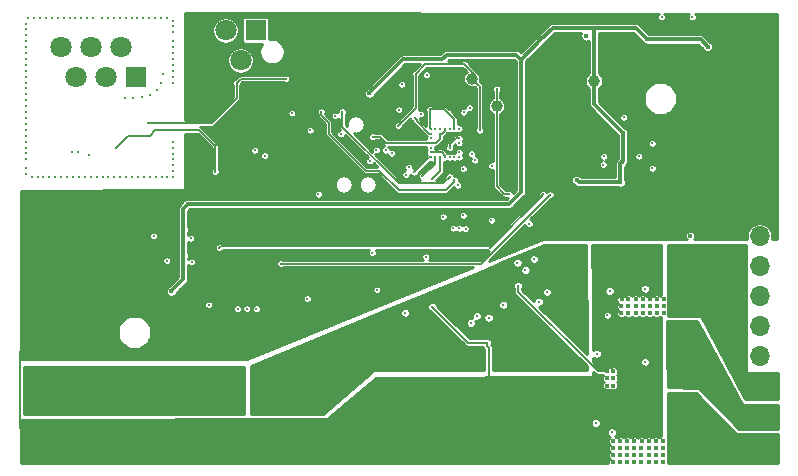
<source format=gbr>
G04 #@! TF.GenerationSoftware,KiCad,Pcbnew,5.1.5-52549c5~84~ubuntu18.04.1*
G04 #@! TF.CreationDate,2020-04-29T13:54:44+02:00*
G04 #@! TF.ProjectId,board,626f6172-642e-46b6-9963-61645f706362,rev?*
G04 #@! TF.SameCoordinates,Original*
G04 #@! TF.FileFunction,Copper,L4,Bot*
G04 #@! TF.FilePolarity,Positive*
%FSLAX46Y46*%
G04 Gerber Fmt 4.6, Leading zero omitted, Abs format (unit mm)*
G04 Created by KiCad (PCBNEW 5.1.5-52549c5~84~ubuntu18.04.1) date 2020-04-29 13:54:44*
%MOMM*%
%LPD*%
G04 APERTURE LIST*
%ADD10O,1.700000X1.700000*%
%ADD11R,1.700000X1.700000*%
%ADD12R,3.500000X2.000000*%
%ADD13R,6.000000X2.000000*%
%ADD14R,1.800000X1.800000*%
%ADD15C,1.800000*%
%ADD16C,1.000000*%
%ADD17C,0.400000*%
%ADD18C,0.310000*%
%ADD19C,0.800000*%
%ADD20C,0.152400*%
%ADD21C,0.300000*%
%ADD22C,0.254000*%
G04 APERTURE END LIST*
D10*
X156000000Y-119329200D03*
X156000000Y-121869200D03*
X156000000Y-124409200D03*
X156000000Y-126949200D03*
X156000000Y-129489200D03*
X156000000Y-132029200D03*
X156000000Y-134569200D03*
D11*
X156000000Y-137109200D03*
D12*
X105900000Y-132700000D03*
D13*
X96650000Y-132700000D03*
X96650000Y-136700000D03*
D12*
X105900000Y-136700000D03*
D14*
X113325000Y-101930000D03*
D15*
X112055000Y-104470000D03*
X110785000Y-101930000D03*
X109515000Y-104470000D03*
D16*
X141970000Y-106210000D03*
X133740000Y-108340000D03*
X131630000Y-106020000D03*
D15*
X96870000Y-103380000D03*
X98140000Y-105920000D03*
D14*
X103220000Y-105920000D03*
D15*
X101950000Y-103380000D03*
X100680000Y-105920000D03*
X99410000Y-103380000D03*
D17*
X129100000Y-127200000D03*
X128500000Y-127800000D03*
X124910000Y-127210000D03*
X126700000Y-127800000D03*
X129100000Y-129000000D03*
X129100000Y-127800000D03*
X128500000Y-127200000D03*
X124900000Y-129000000D03*
X126700000Y-128400000D03*
X126100000Y-127200000D03*
X126100000Y-129000000D03*
X124300000Y-127800000D03*
X126100000Y-128400000D03*
X126700000Y-127200000D03*
X123700000Y-127800000D03*
X126100000Y-127800000D03*
X127900000Y-127200000D03*
X124900000Y-127800000D03*
X127310000Y-127210000D03*
X124300000Y-128400000D03*
X127900000Y-129000000D03*
X127300000Y-127800000D03*
X123700000Y-128400000D03*
X125500000Y-129000000D03*
X125500000Y-127200000D03*
X123700000Y-127200000D03*
X124300000Y-129000000D03*
X127900000Y-127800000D03*
X127300000Y-129000000D03*
X125500000Y-128400000D03*
X128500000Y-128400000D03*
X128500000Y-129000000D03*
X123700000Y-129000000D03*
X124900000Y-128400000D03*
X129100000Y-128400000D03*
X127300000Y-128400000D03*
X127900000Y-128400000D03*
X125500000Y-127800000D03*
X126700000Y-129000000D03*
X124300000Y-127200000D03*
X141300000Y-102400000D03*
X141000000Y-120600000D03*
D18*
X117700000Y-124650000D03*
X123600000Y-123900000D03*
X127748000Y-121100000D03*
X130050000Y-118700000D03*
X128960000Y-112270000D03*
X128160000Y-112270000D03*
X133750000Y-106885000D03*
X111740000Y-106360000D03*
X115880000Y-106040000D03*
X125700000Y-106510000D03*
X136500000Y-118300000D03*
X133300000Y-118000000D03*
X104200000Y-109800000D03*
X134760000Y-115790000D03*
X130160000Y-110270000D03*
X126057511Y-114137511D03*
X130450000Y-115060000D03*
X128090000Y-108620000D03*
X129200000Y-117696400D03*
X129655000Y-108965000D03*
X128160000Y-110270000D03*
X147700000Y-100800000D03*
X129360000Y-112670000D03*
D17*
X150120000Y-119300000D03*
D18*
X126000000Y-125850000D03*
X130577003Y-118700000D03*
X143300000Y-124000000D03*
X131550000Y-126710000D03*
X146300000Y-123800000D03*
X133060000Y-126250000D03*
X137300000Y-124900000D03*
X146300000Y-130000000D03*
X142200000Y-129300000D03*
X138000000Y-124100000D03*
X136180000Y-122220000D03*
X142130025Y-135169975D03*
X136900000Y-121300000D03*
X143494805Y-135966469D03*
D17*
X126800000Y-136800000D03*
X128000000Y-136800000D03*
X124400000Y-137400000D03*
X128000000Y-136200000D03*
X126200000Y-136200000D03*
X125000000Y-136200000D03*
X124400000Y-136800000D03*
X128000000Y-137400000D03*
X128600000Y-137400000D03*
X126200000Y-136800000D03*
X125010000Y-135610000D03*
X128600000Y-136800000D03*
X124400000Y-136200000D03*
X127400000Y-136800000D03*
X125600000Y-135600000D03*
X126800000Y-137400000D03*
X125000000Y-136800000D03*
X129200000Y-135600000D03*
X126800000Y-135600000D03*
X126200000Y-137400000D03*
X123800000Y-137400000D03*
X128000000Y-135600000D03*
X128600000Y-135600000D03*
X123800000Y-135600000D03*
X128600000Y-136200000D03*
X126200000Y-135600000D03*
X127410000Y-135610000D03*
X127400000Y-136200000D03*
X129200000Y-136800000D03*
X123800000Y-136800000D03*
X125600000Y-137400000D03*
X125600000Y-136200000D03*
X123800000Y-136200000D03*
X125000000Y-137400000D03*
X127400000Y-137400000D03*
X125600000Y-136800000D03*
X124400000Y-135600000D03*
X126800000Y-136200000D03*
X129200000Y-137400000D03*
X129200000Y-136200000D03*
X128600000Y-138000000D03*
X124400000Y-138000000D03*
X126800000Y-138000000D03*
X125600000Y-138000000D03*
X123800000Y-138000000D03*
X126200000Y-138000000D03*
X128000000Y-138000000D03*
X125000000Y-138000000D03*
X129200000Y-138000000D03*
X127400000Y-138000000D03*
X126800000Y-134400000D03*
X128000000Y-134400000D03*
X124400000Y-135000000D03*
X128000000Y-133800000D03*
X126200000Y-133800000D03*
X125000000Y-133800000D03*
X124400000Y-134400000D03*
X128000000Y-135000000D03*
X128600000Y-135000000D03*
X126200000Y-134400000D03*
X125010000Y-133210000D03*
X128600000Y-134400000D03*
X124400000Y-133800000D03*
X127400000Y-134400000D03*
X125600000Y-133200000D03*
X126800000Y-135000000D03*
X125000000Y-134400000D03*
X129200000Y-133200000D03*
X126800000Y-133200000D03*
X126200000Y-135000000D03*
X123800000Y-135000000D03*
X128000000Y-133200000D03*
X128600000Y-133200000D03*
X123800000Y-133200000D03*
X128600000Y-133800000D03*
X126200000Y-133200000D03*
X127410000Y-133210000D03*
X127400000Y-133800000D03*
X129200000Y-134400000D03*
X123800000Y-134400000D03*
X125600000Y-135000000D03*
X125600000Y-133800000D03*
X123800000Y-133800000D03*
X125000000Y-135000000D03*
X127400000Y-135000000D03*
X125600000Y-134400000D03*
X124400000Y-133200000D03*
X126800000Y-133800000D03*
X129200000Y-135000000D03*
X129200000Y-133800000D03*
X146400000Y-127400000D03*
X144600000Y-127400000D03*
X144600000Y-128600000D03*
X144600000Y-128000000D03*
X146400000Y-129200000D03*
X145800000Y-129200000D03*
X145200000Y-126800000D03*
X145800000Y-126800000D03*
X145800000Y-128000000D03*
X145200000Y-129200000D03*
X145200000Y-127400000D03*
X144600000Y-126800000D03*
X145800000Y-127400000D03*
X145800000Y-128600000D03*
X145200000Y-128600000D03*
X145200000Y-128000000D03*
X146400000Y-126800000D03*
X146400000Y-128000000D03*
X144600000Y-129200000D03*
X146400000Y-128600000D03*
X146400000Y-133600000D03*
X144600000Y-133600000D03*
X144600000Y-134800000D03*
X144600000Y-134200000D03*
X145800000Y-135400000D03*
X145200000Y-133000000D03*
X145800000Y-133000000D03*
X145800000Y-134200000D03*
X145200000Y-135400000D03*
X145200000Y-133600000D03*
X144600000Y-133000000D03*
X145800000Y-133600000D03*
X145800000Y-134800000D03*
X145200000Y-134800000D03*
X145200000Y-134200000D03*
X146400000Y-133000000D03*
X146400000Y-134200000D03*
X144600000Y-135400000D03*
X146400000Y-134800000D03*
X144000000Y-128000000D03*
X144000000Y-129200000D03*
X144000000Y-126800000D03*
X144000000Y-128600000D03*
X144000000Y-127400000D03*
X144000000Y-121200000D03*
X144000000Y-122400000D03*
X144000000Y-121800000D03*
X144000000Y-120600000D03*
X144000000Y-123000000D03*
X144000000Y-134800000D03*
X144000000Y-133600000D03*
X144000000Y-135400000D03*
X144000000Y-133000000D03*
X144000000Y-134200000D03*
X146400000Y-121200000D03*
X146400000Y-121800000D03*
X146400000Y-122400000D03*
X146400000Y-123000000D03*
X145800000Y-123000000D03*
X145800000Y-122400000D03*
X145800000Y-121800000D03*
X145800000Y-121200000D03*
X145800000Y-120600000D03*
X145200000Y-120600000D03*
X145200000Y-121200000D03*
X145200000Y-121800000D03*
X145200000Y-122400000D03*
X145200000Y-123000000D03*
X144600000Y-123000000D03*
X144600000Y-120600000D03*
X144600000Y-121800000D03*
X144600000Y-121200000D03*
X144600000Y-122400000D03*
D19*
X100300000Y-135500000D03*
X101200000Y-135500000D03*
X102100000Y-135500000D03*
X103000000Y-135500000D03*
X100800000Y-136300000D03*
X101700000Y-136300000D03*
X102600000Y-136300000D03*
X103500000Y-136300000D03*
X100400000Y-137100000D03*
X101300000Y-137100000D03*
X102200000Y-137100000D03*
X103100000Y-137100000D03*
X100800000Y-137900000D03*
X101700000Y-137900000D03*
X102600000Y-137900000D03*
X103500000Y-137900000D03*
D17*
X146400000Y-120600000D03*
D18*
X133860000Y-102690000D03*
X135200000Y-108500000D03*
X134200000Y-110900000D03*
X135200000Y-112400000D03*
X140700000Y-105400000D03*
X134300000Y-125167399D03*
X132900000Y-128360000D03*
X128290000Y-125350000D03*
X145000000Y-116500000D03*
X126800000Y-117500000D03*
X137812500Y-101400000D03*
X135200000Y-101400000D03*
X107800000Y-117850000D03*
X113700000Y-110800000D03*
X124510000Y-115040000D03*
X121370000Y-117590000D03*
X140680000Y-108090000D03*
X132720000Y-105960000D03*
X129550000Y-111270000D03*
X124740000Y-110340000D03*
X93610000Y-128920000D03*
X120320000Y-113980000D03*
X116000000Y-119050000D03*
X126050000Y-108610000D03*
X126360000Y-110690000D03*
X131610000Y-112370000D03*
X130560000Y-112270000D03*
X133330000Y-113390000D03*
D17*
X107200000Y-118800000D03*
X107200000Y-120975000D03*
X144200000Y-114800000D03*
X140500000Y-114600000D03*
X135800000Y-104400000D03*
X151600000Y-103300000D03*
X122960000Y-107250000D03*
X106180000Y-124020000D03*
X146500000Y-102700000D03*
X144316448Y-113113552D03*
X144400000Y-110600000D03*
X107590000Y-116630000D03*
X149100000Y-124700000D03*
X149700000Y-125900000D03*
X149700000Y-124700000D03*
X149100000Y-125900000D03*
X149100000Y-125300000D03*
X149700000Y-125300000D03*
X150300000Y-125300000D03*
X150300000Y-125900000D03*
X150300000Y-124700000D03*
X151000000Y-124700000D03*
X151600000Y-125900000D03*
X151600000Y-124700000D03*
X151000000Y-125900000D03*
X151000000Y-125300000D03*
X151600000Y-125300000D03*
X152200000Y-125300000D03*
X152200000Y-125900000D03*
X152200000Y-124700000D03*
X151600000Y-122900000D03*
X152200000Y-124100000D03*
X152200000Y-122900000D03*
X151600000Y-124100000D03*
X151600000Y-123500000D03*
X152200000Y-123500000D03*
X152800000Y-123500000D03*
X152800000Y-124100000D03*
X152800000Y-122900000D03*
X152200000Y-126500000D03*
X152800000Y-127700000D03*
X152800000Y-126500000D03*
X152200000Y-127700000D03*
X152200000Y-127100000D03*
X152800000Y-127100000D03*
X153400000Y-127100000D03*
X153400000Y-127700000D03*
X153400000Y-126500000D03*
X152800000Y-124700000D03*
X153400000Y-125900000D03*
X153400000Y-124700000D03*
X152800000Y-125900000D03*
X152800000Y-125300000D03*
X153400000Y-125300000D03*
X154000000Y-125300000D03*
X154000000Y-125900000D03*
X154000000Y-124700000D03*
X151600000Y-121100000D03*
X152200000Y-121700000D03*
X152200000Y-122300000D03*
X152200000Y-121100000D03*
X151600000Y-122300000D03*
X152800000Y-122300000D03*
X152800000Y-121100000D03*
X151600000Y-121700000D03*
X152800000Y-121700000D03*
X153400000Y-122900000D03*
X154000000Y-124100000D03*
X153400000Y-124100000D03*
X153400000Y-123500000D03*
X153400000Y-121100000D03*
X153400000Y-122300000D03*
X153400000Y-121700000D03*
X154000000Y-126500000D03*
X154000000Y-127700000D03*
X154000000Y-127100000D03*
X151600000Y-126500000D03*
X152800000Y-128300000D03*
X153400000Y-128300000D03*
X154000000Y-128300000D03*
X152800000Y-128900000D03*
X153400000Y-128900000D03*
X154000000Y-128900000D03*
X154000000Y-129500000D03*
X153400000Y-129500000D03*
X154000000Y-130100000D03*
X153400000Y-130100000D03*
X154000000Y-130700000D03*
X154000000Y-131300000D03*
X144310000Y-124710000D03*
X144900000Y-125900000D03*
X144900000Y-125300000D03*
X145500000Y-124700000D03*
X144300000Y-125900000D03*
X144300000Y-125300000D03*
X145500000Y-125900000D03*
X146100000Y-124700000D03*
X144900000Y-124700000D03*
X146100000Y-125900000D03*
X145500000Y-125300000D03*
X146100000Y-125300000D03*
X146710000Y-124710000D03*
X147300000Y-125900000D03*
X147300000Y-125300000D03*
X147900000Y-124700000D03*
X146700000Y-125900000D03*
X146700000Y-125300000D03*
X147900000Y-125900000D03*
X148500000Y-124700000D03*
X147300000Y-124700000D03*
X148500000Y-125900000D03*
X147900000Y-125300000D03*
X148500000Y-125300000D03*
D18*
X132070000Y-126100000D03*
X143110000Y-126060000D03*
D17*
X149600000Y-132000000D03*
X150200000Y-130800000D03*
X149600000Y-130800000D03*
X150200000Y-132000000D03*
X149600000Y-131400000D03*
X150200000Y-131400000D03*
X152600000Y-132000000D03*
X152600000Y-131400000D03*
X152000000Y-132000000D03*
X152000000Y-131400000D03*
X152600000Y-130800000D03*
X152000000Y-130800000D03*
X150800000Y-132000000D03*
X151400000Y-130800000D03*
X150800000Y-130800000D03*
X151400000Y-132000000D03*
X150800000Y-131400000D03*
X151400000Y-131400000D03*
X152000000Y-130200000D03*
X152000000Y-129600000D03*
X151400000Y-129000000D03*
X151400000Y-129600000D03*
X151400000Y-130200000D03*
X152600000Y-133200000D03*
X153200000Y-133200000D03*
X152600000Y-132600000D03*
X153200000Y-132600000D03*
X153200000Y-132000000D03*
X152000000Y-132600000D03*
X153800000Y-134400000D03*
X153200000Y-134400000D03*
X153800000Y-133800000D03*
X153200000Y-133800000D03*
X153800000Y-133200000D03*
X143600000Y-132000000D03*
X143600000Y-131400000D03*
X148400000Y-130800000D03*
X148400000Y-132000000D03*
X149000000Y-130800000D03*
X143600000Y-130800000D03*
X149000000Y-132000000D03*
X148400000Y-131400000D03*
X149000000Y-131400000D03*
X143100000Y-131400000D03*
X143100000Y-132000000D03*
D18*
X135548036Y-123532076D03*
D17*
X143110000Y-130810000D03*
X149100000Y-137900000D03*
X150300000Y-137900000D03*
X149100000Y-138500000D03*
X148500000Y-137300000D03*
X149700000Y-138500000D03*
X149700000Y-137300000D03*
X150900000Y-137300000D03*
X151500000Y-138500000D03*
X149100000Y-136700000D03*
X149710000Y-136710000D03*
X151500000Y-137300000D03*
X148500000Y-138500000D03*
X149700000Y-137900000D03*
X148500000Y-137900000D03*
X150300000Y-138500000D03*
X151500000Y-137900000D03*
X150900000Y-136700000D03*
X150900000Y-137900000D03*
X151500000Y-136700000D03*
X150900000Y-138500000D03*
X149100000Y-137300000D03*
X150300000Y-136700000D03*
X148500000Y-136700000D03*
X150300000Y-137300000D03*
X152110000Y-136710000D03*
X153900000Y-137300000D03*
X152100000Y-138500000D03*
X153900000Y-137900000D03*
X153300000Y-136700000D03*
X153300000Y-138500000D03*
X153300000Y-137900000D03*
X153900000Y-136700000D03*
X153300000Y-137300000D03*
X152100000Y-137300000D03*
X152700000Y-138500000D03*
X152700000Y-136700000D03*
X152700000Y-137900000D03*
X152100000Y-137900000D03*
X152700000Y-137300000D03*
X153900000Y-138500000D03*
X153300000Y-136100000D03*
X151500000Y-136100000D03*
X151500000Y-135500000D03*
X152700000Y-135500000D03*
X152110000Y-135510000D03*
X152100000Y-136100000D03*
X152700000Y-136100000D03*
X151500000Y-134900000D03*
X152110000Y-134910000D03*
X151500000Y-134300000D03*
X143610000Y-136710000D03*
X144200000Y-137900000D03*
X144200000Y-137300000D03*
X144800000Y-136700000D03*
X143600000Y-137900000D03*
X143600000Y-137300000D03*
X144800000Y-137900000D03*
X145400000Y-136700000D03*
X144200000Y-136700000D03*
X145400000Y-137900000D03*
X144800000Y-137300000D03*
X145400000Y-137300000D03*
X143600000Y-138500000D03*
X145400000Y-138500000D03*
X144800000Y-138500000D03*
X144200000Y-138500000D03*
X146000000Y-137900000D03*
X147800000Y-137900000D03*
X147800000Y-138500000D03*
X147200000Y-137300000D03*
X147800000Y-136700000D03*
X146600000Y-136700000D03*
X146010000Y-136710000D03*
X147200000Y-138500000D03*
X146000000Y-137300000D03*
X147200000Y-137900000D03*
X146000000Y-138500000D03*
X146600000Y-138500000D03*
X146600000Y-137300000D03*
X147800000Y-137300000D03*
X147200000Y-136700000D03*
X146600000Y-137900000D03*
D18*
X135500000Y-121608700D03*
X104940000Y-106980000D03*
X105300000Y-106350000D03*
X105500000Y-105660000D03*
X104390000Y-107420000D03*
X103690000Y-107560000D03*
X102950000Y-107640000D03*
X102270000Y-107670000D03*
X106350000Y-106350000D03*
X106350000Y-105850000D03*
X106350000Y-105350000D03*
X106350000Y-104850000D03*
X106350000Y-104350000D03*
X106350000Y-103850000D03*
X106350000Y-103350000D03*
X106350000Y-102850000D03*
X106350000Y-102100000D03*
X106350000Y-101600000D03*
X106350000Y-101100000D03*
X105830000Y-100870000D03*
X105330000Y-100870000D03*
X104830000Y-100870000D03*
X104330000Y-100870000D03*
X103830000Y-100870000D03*
X103330000Y-100870000D03*
X102830000Y-100870000D03*
X102330000Y-100870000D03*
X101830000Y-100870000D03*
X101330000Y-100870000D03*
X100830000Y-100870000D03*
X100330000Y-100870000D03*
X99580000Y-100870000D03*
X99080000Y-100870000D03*
X98580000Y-100870000D03*
X98080000Y-100870000D03*
X97580000Y-100870000D03*
X97080000Y-100870000D03*
X96580000Y-100870000D03*
X96080000Y-100870000D03*
X95580000Y-100870000D03*
X95080000Y-100870000D03*
X94580000Y-100870000D03*
X94080000Y-100870000D03*
X93850000Y-101350000D03*
X93850000Y-101850000D03*
X93850000Y-102350000D03*
X93850000Y-102850000D03*
X93850000Y-103350000D03*
X93850000Y-103850000D03*
X93850000Y-104350000D03*
X93850000Y-104850000D03*
X93850000Y-105350000D03*
X93850000Y-105850000D03*
X93850000Y-106350000D03*
X93850000Y-106850000D03*
X93850000Y-107350000D03*
X93850000Y-107850000D03*
X93850000Y-108350000D03*
X93850000Y-108850000D03*
X93850000Y-109350000D03*
X93850000Y-109850000D03*
X93850000Y-110350000D03*
X93850000Y-110850000D03*
X93850000Y-111350000D03*
X93850000Y-111850000D03*
X93850000Y-112350000D03*
X93850000Y-112850000D03*
X93850000Y-113600000D03*
X93850000Y-114100000D03*
X94370000Y-114330000D03*
X94870000Y-114330000D03*
X95370000Y-114330000D03*
X95870000Y-114330000D03*
X96370000Y-114330000D03*
X96870000Y-114330000D03*
X97370000Y-114330000D03*
X97870000Y-114330000D03*
X98370000Y-114330000D03*
X98870000Y-114330000D03*
X99370000Y-114330000D03*
X99870000Y-114330000D03*
X100370000Y-114330000D03*
X100870000Y-114330000D03*
X101370000Y-114330000D03*
X101870000Y-114330000D03*
X102370000Y-114330000D03*
X102870000Y-114330000D03*
X103370000Y-114330000D03*
X103870000Y-114330000D03*
X104370000Y-114330000D03*
X104870000Y-114330000D03*
X105370000Y-114330000D03*
X105870000Y-114330000D03*
X106350000Y-114330000D03*
X106350000Y-113850000D03*
X106350000Y-113350000D03*
X106350000Y-112850000D03*
X106300000Y-112400000D03*
X106300000Y-111900000D03*
X106300000Y-111400000D03*
X145785000Y-112600000D03*
X142817600Y-112590000D03*
X142762409Y-113295191D03*
X146915000Y-113600000D03*
X105820000Y-121420000D03*
X107910000Y-121529400D03*
X146915000Y-111500000D03*
X144500000Y-109300000D03*
X109370000Y-125170000D03*
X130560000Y-111470000D03*
X115450000Y-121670000D03*
X138270000Y-115830000D03*
X110245000Y-120325000D03*
X137660000Y-115820000D03*
X123200000Y-120750000D03*
X131103901Y-118710475D03*
X101500000Y-111900000D03*
X109900000Y-113900000D03*
X114110000Y-112540000D03*
X126300000Y-113500000D03*
X113250000Y-112100000D03*
X124840000Y-112340000D03*
D19*
X100800000Y-133200000D03*
X101700000Y-133200000D03*
X102600000Y-133200000D03*
X103500000Y-133200000D03*
X100400000Y-130800000D03*
X101300000Y-130800000D03*
X102200000Y-130800000D03*
X103100000Y-130800000D03*
X100800000Y-131600000D03*
X101700000Y-131600000D03*
X102600000Y-131600000D03*
X103500000Y-131600000D03*
X100400000Y-132400000D03*
X101300000Y-132400000D03*
X102200000Y-132400000D03*
X103100000Y-132400000D03*
X100400000Y-134000000D03*
X101300000Y-134000000D03*
X102200000Y-134000000D03*
X103100000Y-134000000D03*
D18*
X131450000Y-108470000D03*
X98330000Y-112240000D03*
X104690000Y-119340000D03*
X107830000Y-119540000D03*
X128160000Y-112670000D03*
X126743959Y-113953959D03*
X128560000Y-112670000D03*
X127458552Y-114268552D03*
X128960000Y-112670000D03*
X128260000Y-114540000D03*
X130560000Y-111070000D03*
X129760000Y-111870000D03*
X126900000Y-105600000D03*
X131000000Y-104800000D03*
X125400000Y-110000000D03*
X132300000Y-110400000D03*
X118880000Y-108800000D03*
X130170000Y-114630000D03*
X120070000Y-109170000D03*
X129760000Y-112670000D03*
X120670000Y-108810000D03*
X129760000Y-114310000D03*
X118650000Y-115810000D03*
X129760000Y-110270000D03*
X127300000Y-109000000D03*
X116400000Y-108930000D03*
X128960000Y-110270000D03*
X127810000Y-105680000D03*
X97770000Y-112270000D03*
X130560000Y-110270000D03*
X130940000Y-108880000D03*
X99220000Y-112444400D03*
X113400000Y-125500000D03*
X124330000Y-112080000D03*
X112600000Y-125500000D03*
X123560000Y-112060000D03*
X111800000Y-125500000D03*
X128160000Y-111870000D03*
X120530000Y-110710000D03*
X117950000Y-110400000D03*
X128160000Y-110670000D03*
X126810000Y-109340000D03*
X128960000Y-110670000D03*
X129360000Y-110270000D03*
X123230000Y-110940000D03*
X123000000Y-113001600D03*
X128560000Y-110270000D03*
X128160000Y-111070000D03*
X125470000Y-108644400D03*
X130560000Y-112670000D03*
X131900000Y-112925599D03*
X150300000Y-100800000D03*
X130160000Y-112670000D03*
X130910000Y-113650000D03*
X130900000Y-117600000D03*
D20*
X133750000Y-106885000D02*
X133750000Y-115145000D01*
X111740000Y-106360000D02*
X112060000Y-106040000D01*
X112060000Y-106040000D02*
X115880000Y-106040000D01*
X107100000Y-109800000D02*
X107600000Y-109800000D01*
X104200000Y-109800000D02*
X107100000Y-109800000D01*
X111740000Y-107660000D02*
X111740000Y-106360000D01*
X107100000Y-109800000D02*
X109600000Y-109800000D01*
X109600000Y-109800000D02*
X111740000Y-107660000D01*
X134395000Y-115790000D02*
X134760000Y-115790000D01*
X134287500Y-115682500D02*
X134395000Y-115790000D01*
X133750000Y-115145000D02*
X134287500Y-115682500D01*
X128090000Y-108620000D02*
X129310000Y-108620000D01*
X129310000Y-108620000D02*
X129655000Y-108965000D01*
X128078831Y-109711169D02*
X128078831Y-110188831D01*
X128090000Y-109700000D02*
X128090000Y-108620000D01*
X128078831Y-109711169D02*
X128090000Y-109700000D01*
X129360000Y-112528579D02*
X129360000Y-112670000D01*
X128960000Y-112270000D02*
X129101421Y-112270000D01*
X129101421Y-112270000D02*
X129360000Y-112528579D01*
X128160000Y-112270000D02*
X128960000Y-112270000D01*
X130160000Y-109470000D02*
X129655000Y-108965000D01*
X130160000Y-110270000D02*
X130160000Y-109470000D01*
X102600000Y-135900000D02*
X102500000Y-135800000D01*
X132900000Y-128642842D02*
X133050000Y-128792842D01*
X132900000Y-128360000D02*
X132900000Y-128642842D01*
X133050000Y-128792842D02*
X133050000Y-131840000D01*
X96650000Y-136700000D02*
X94650000Y-136700000D01*
X94501601Y-136711601D02*
X93400000Y-135610000D01*
X131300000Y-128360000D02*
X132900000Y-128360000D01*
X128290000Y-125350000D02*
X131300000Y-128360000D01*
X93400000Y-129130000D02*
X93610000Y-128920000D01*
X93400000Y-129600000D02*
X93400000Y-129130000D01*
X93400000Y-129600000D02*
X93400000Y-129430000D01*
X93400000Y-135598399D02*
X93400000Y-129600000D01*
D21*
X107200000Y-119082842D02*
X107200000Y-120975000D01*
X107200000Y-118800000D02*
X107200000Y-119082842D01*
X144400000Y-113000000D02*
X144300000Y-113100000D01*
X144400000Y-110600000D02*
X144400000Y-113000000D01*
X144200000Y-113200000D02*
X144300000Y-113100000D01*
X144200000Y-114800000D02*
X144200000Y-113200000D01*
X140700000Y-114800000D02*
X144200000Y-114800000D01*
X140500000Y-114600000D02*
X140700000Y-114800000D01*
X137500000Y-102700000D02*
X135800000Y-104400000D01*
X151000000Y-102700000D02*
X151600000Y-103300000D01*
X134811370Y-116630000D02*
X110790000Y-116630000D01*
X135800000Y-104400000D02*
X135800000Y-115641370D01*
X135800000Y-115641370D02*
X134811370Y-116630000D01*
X107200000Y-120975000D02*
X107200000Y-123000000D01*
X107200000Y-123000000D02*
X106180000Y-124020000D01*
X145500000Y-101700000D02*
X146500000Y-102700000D01*
X137500000Y-102700000D02*
X138500000Y-101700000D01*
X142000000Y-101700000D02*
X142000000Y-108200000D01*
X142000000Y-101700000D02*
X145500000Y-101700000D01*
X142000000Y-108200000D02*
X144400000Y-110600000D01*
X138500000Y-101700000D02*
X142000000Y-101700000D01*
X146500000Y-102700000D02*
X151000000Y-102700000D01*
X110790000Y-116630000D02*
X108630000Y-116630000D01*
X108630000Y-116630000D02*
X107590000Y-116630000D01*
X122960000Y-107250000D02*
X125830000Y-104380000D01*
X129150000Y-104380000D02*
X129550000Y-103980000D01*
X125830000Y-104380000D02*
X129150000Y-104380000D01*
X135380000Y-103980000D02*
X135800000Y-104400000D01*
X129550000Y-103980000D02*
X135380000Y-103980000D01*
X107200000Y-117020000D02*
X107200000Y-118800000D01*
X107590000Y-116630000D02*
X107200000Y-117020000D01*
D20*
X142317262Y-130810000D02*
X143110000Y-130810000D01*
X135548036Y-123532076D02*
X135548036Y-124040774D01*
X135548036Y-124040774D02*
X142317262Y-130810000D01*
X132430000Y-121670000D02*
X138270000Y-115830000D01*
X115450000Y-121670000D02*
X132430000Y-121670000D01*
X133150000Y-120330000D02*
X137660000Y-115820000D01*
X137460001Y-116019999D02*
X137660000Y-115820000D01*
X133281999Y-120198001D02*
X137460001Y-116019999D01*
X110371999Y-120198001D02*
X133281999Y-120198001D01*
X110245000Y-120325000D02*
X110371999Y-120198001D01*
X101500000Y-111900000D02*
X102550000Y-110850000D01*
X102550000Y-110850000D02*
X104350000Y-110850000D01*
X104350000Y-110850000D02*
X104800000Y-110400000D01*
X104800000Y-110400000D02*
X108550000Y-110400000D01*
X109900000Y-111750000D02*
X109900000Y-113900000D01*
X108550000Y-110400000D02*
X109900000Y-111750000D01*
X96650000Y-130700000D02*
X94650000Y-130700000D01*
X128027918Y-112670000D02*
X128160000Y-112670000D01*
X126743959Y-113953959D02*
X128027918Y-112670000D01*
X127458552Y-114268552D02*
X128478831Y-113248273D01*
X128560000Y-113167104D02*
X127458552Y-114268552D01*
X128560000Y-112670000D02*
X128560000Y-113167104D01*
X128960000Y-113840000D02*
X128260000Y-114540000D01*
X128960000Y-112670000D02*
X128960000Y-113840000D01*
X126900000Y-105600000D02*
X127700000Y-104800000D01*
X127700000Y-104800000D02*
X131000000Y-104800000D01*
X131000000Y-104800000D02*
X131800000Y-105600000D01*
X126900000Y-108500000D02*
X126900000Y-105600000D01*
X125400000Y-110000000D02*
X126900000Y-108500000D01*
X132129999Y-106519999D02*
X132149999Y-106519999D01*
X131630000Y-106020000D02*
X132129999Y-106519999D01*
X132149999Y-106519999D02*
X132300000Y-106670000D01*
X132300000Y-106670000D02*
X132300000Y-110400000D01*
X129760000Y-111590000D02*
X129760000Y-111870000D01*
X130560000Y-111070000D02*
X130280000Y-111070000D01*
X130280000Y-111070000D02*
X129760000Y-111590000D01*
X129431399Y-115468601D02*
X130170000Y-114730000D01*
X125460000Y-115470000D02*
X129431399Y-115468601D01*
X118880000Y-108800000D02*
X118880000Y-109082842D01*
X119537158Y-109740000D02*
X119537158Y-110701488D01*
X130170000Y-114730000D02*
X130170000Y-114630000D01*
X118880000Y-109082842D02*
X119537158Y-109740000D01*
X122645670Y-113810000D02*
X123790000Y-113810000D01*
X119537158Y-110701488D02*
X122645670Y-113810000D01*
X123790000Y-113810000D02*
X125460000Y-115470000D01*
X120670000Y-110100000D02*
X125465601Y-114895601D01*
X129760000Y-114360000D02*
X129760000Y-114310000D01*
X129224399Y-114895601D02*
X129760000Y-114360000D01*
X120670000Y-108810000D02*
X120670000Y-110100000D01*
X125465601Y-114895601D02*
X129224399Y-114895601D01*
X128018579Y-110670000D02*
X128160000Y-110670000D01*
X126974999Y-109626420D02*
X128018579Y-110670000D01*
X126810000Y-109340000D02*
X126974999Y-109504999D01*
X126974999Y-109504999D02*
X126974999Y-109626420D01*
X129360000Y-110411421D02*
X129360000Y-110270000D01*
X129101421Y-110670000D02*
X129360000Y-110411421D01*
X128960000Y-110670000D02*
X129101421Y-110670000D01*
X128580000Y-111470000D02*
X124410000Y-111470000D01*
X128950000Y-111100000D02*
X128580000Y-111470000D01*
X128960000Y-111100000D02*
X128950000Y-111100000D01*
X128960000Y-110670000D02*
X128960000Y-111100000D01*
X123880000Y-110940000D02*
X123230000Y-110940000D01*
X124410000Y-111470000D02*
X123880000Y-110940000D01*
D22*
G36*
X147677636Y-124335030D02*
G01*
X147627803Y-124368327D01*
X147600000Y-124396130D01*
X147572197Y-124368327D01*
X147502260Y-124321598D01*
X147424551Y-124289409D01*
X147342056Y-124273000D01*
X147257944Y-124273000D01*
X147175449Y-124289409D01*
X147097740Y-124321598D01*
X147027803Y-124368327D01*
X147000000Y-124396130D01*
X146982197Y-124378327D01*
X146912260Y-124331598D01*
X146834551Y-124299409D01*
X146752056Y-124283000D01*
X146667944Y-124283000D01*
X146585449Y-124299409D01*
X146507740Y-124331598D01*
X146437803Y-124378327D01*
X146410000Y-124406130D01*
X146372197Y-124368327D01*
X146302260Y-124321598D01*
X146224551Y-124289409D01*
X146142056Y-124273000D01*
X146057944Y-124273000D01*
X145975449Y-124289409D01*
X145897740Y-124321598D01*
X145827803Y-124368327D01*
X145800000Y-124396130D01*
X145772197Y-124368327D01*
X145702260Y-124321598D01*
X145624551Y-124289409D01*
X145542056Y-124273000D01*
X145457944Y-124273000D01*
X145375449Y-124289409D01*
X145297740Y-124321598D01*
X145227803Y-124368327D01*
X145200000Y-124396130D01*
X145172197Y-124368327D01*
X145102260Y-124321598D01*
X145024551Y-124289409D01*
X144942056Y-124273000D01*
X144857944Y-124273000D01*
X144775449Y-124289409D01*
X144697740Y-124321598D01*
X144627803Y-124368327D01*
X144600000Y-124396130D01*
X144582197Y-124378327D01*
X144512260Y-124331598D01*
X144434551Y-124299409D01*
X144352056Y-124283000D01*
X144267944Y-124283000D01*
X144185449Y-124299409D01*
X144107740Y-124331598D01*
X144037803Y-124378327D01*
X143978327Y-124437803D01*
X143931598Y-124507740D01*
X143899409Y-124585449D01*
X143883000Y-124667944D01*
X143883000Y-124752056D01*
X143899409Y-124834551D01*
X143931598Y-124912260D01*
X143978327Y-124982197D01*
X143996130Y-125000000D01*
X143968327Y-125027803D01*
X143921598Y-125097740D01*
X143889409Y-125175449D01*
X143873000Y-125257944D01*
X143873000Y-125342056D01*
X143889409Y-125424551D01*
X143921598Y-125502260D01*
X143968327Y-125572197D01*
X143996130Y-125600000D01*
X143968327Y-125627803D01*
X143921598Y-125697740D01*
X143889409Y-125775449D01*
X143873000Y-125857944D01*
X143873000Y-125942056D01*
X143889409Y-126024551D01*
X143921598Y-126102260D01*
X143968327Y-126172197D01*
X144027803Y-126231673D01*
X144097740Y-126278402D01*
X144175449Y-126310591D01*
X144257944Y-126327000D01*
X144342056Y-126327000D01*
X144424551Y-126310591D01*
X144502260Y-126278402D01*
X144572197Y-126231673D01*
X144600000Y-126203870D01*
X144627803Y-126231673D01*
X144697740Y-126278402D01*
X144775449Y-126310591D01*
X144857944Y-126327000D01*
X144942056Y-126327000D01*
X145024551Y-126310591D01*
X145102260Y-126278402D01*
X145172197Y-126231673D01*
X145200000Y-126203870D01*
X145227803Y-126231673D01*
X145297740Y-126278402D01*
X145375449Y-126310591D01*
X145457944Y-126327000D01*
X145542056Y-126327000D01*
X145624551Y-126310591D01*
X145702260Y-126278402D01*
X145772197Y-126231673D01*
X145800000Y-126203870D01*
X145827803Y-126231673D01*
X145897740Y-126278402D01*
X145975449Y-126310591D01*
X146057944Y-126327000D01*
X146142056Y-126327000D01*
X146224551Y-126310591D01*
X146302260Y-126278402D01*
X146372197Y-126231673D01*
X146400000Y-126203870D01*
X146427803Y-126231673D01*
X146497740Y-126278402D01*
X146575449Y-126310591D01*
X146657944Y-126327000D01*
X146742056Y-126327000D01*
X146824551Y-126310591D01*
X146902260Y-126278402D01*
X146972197Y-126231673D01*
X147000000Y-126203870D01*
X147027803Y-126231673D01*
X147097740Y-126278402D01*
X147175449Y-126310591D01*
X147257944Y-126327000D01*
X147342056Y-126327000D01*
X147424551Y-126310591D01*
X147502260Y-126278402D01*
X147572197Y-126231673D01*
X147600000Y-126203870D01*
X147627803Y-126231673D01*
X147679702Y-126266350D01*
X147690419Y-136286431D01*
X147675449Y-136289409D01*
X147597740Y-136321598D01*
X147527803Y-136368327D01*
X147500000Y-136396130D01*
X147472197Y-136368327D01*
X147402260Y-136321598D01*
X147324551Y-136289409D01*
X147242056Y-136273000D01*
X147157944Y-136273000D01*
X147075449Y-136289409D01*
X146997740Y-136321598D01*
X146927803Y-136368327D01*
X146900000Y-136396130D01*
X146872197Y-136368327D01*
X146802260Y-136321598D01*
X146724551Y-136289409D01*
X146642056Y-136273000D01*
X146557944Y-136273000D01*
X146475449Y-136289409D01*
X146397740Y-136321598D01*
X146327803Y-136368327D01*
X146300000Y-136396130D01*
X146282197Y-136378327D01*
X146212260Y-136331598D01*
X146134551Y-136299409D01*
X146052056Y-136283000D01*
X145967944Y-136283000D01*
X145885449Y-136299409D01*
X145807740Y-136331598D01*
X145737803Y-136378327D01*
X145710000Y-136406130D01*
X145672197Y-136368327D01*
X145602260Y-136321598D01*
X145524551Y-136289409D01*
X145442056Y-136273000D01*
X145357944Y-136273000D01*
X145275449Y-136289409D01*
X145197740Y-136321598D01*
X145127803Y-136368327D01*
X145100000Y-136396130D01*
X145072197Y-136368327D01*
X145002260Y-136321598D01*
X144924551Y-136289409D01*
X144842056Y-136273000D01*
X144757944Y-136273000D01*
X144675449Y-136289409D01*
X144597740Y-136321598D01*
X144527803Y-136368327D01*
X144500000Y-136396130D01*
X144472197Y-136368327D01*
X144402260Y-136321598D01*
X144324551Y-136289409D01*
X144242056Y-136273000D01*
X144157944Y-136273000D01*
X144075449Y-136289409D01*
X143997740Y-136321598D01*
X143927803Y-136368327D01*
X143900000Y-136396130D01*
X143882197Y-136378327D01*
X143812260Y-136331598D01*
X143761635Y-136310628D01*
X143771719Y-136303890D01*
X143832226Y-136243383D01*
X143879765Y-136172235D01*
X143912511Y-136093179D01*
X143929205Y-136009254D01*
X143929205Y-135923684D01*
X143912511Y-135839759D01*
X143879765Y-135760703D01*
X143832226Y-135689555D01*
X143771719Y-135629048D01*
X143700571Y-135581509D01*
X143621515Y-135548763D01*
X143537590Y-135532069D01*
X143452020Y-135532069D01*
X143368095Y-135548763D01*
X143289039Y-135581509D01*
X143217891Y-135629048D01*
X143157384Y-135689555D01*
X143109845Y-135760703D01*
X143077099Y-135839759D01*
X143060405Y-135923684D01*
X143060405Y-136009254D01*
X143077099Y-136093179D01*
X143109845Y-136172235D01*
X143157384Y-136243383D01*
X143217891Y-136303890D01*
X143289039Y-136351429D01*
X143343992Y-136374191D01*
X143337803Y-136378327D01*
X143278327Y-136437803D01*
X143231598Y-136507740D01*
X143199409Y-136585449D01*
X143183000Y-136667944D01*
X143183000Y-136752056D01*
X143199409Y-136834551D01*
X143231598Y-136912260D01*
X143278327Y-136982197D01*
X143296130Y-137000000D01*
X143268327Y-137027803D01*
X143221598Y-137097740D01*
X143189409Y-137175449D01*
X143173000Y-137257944D01*
X143173000Y-137342056D01*
X143189409Y-137424551D01*
X143221598Y-137502260D01*
X143268327Y-137572197D01*
X143296130Y-137600000D01*
X143268327Y-137627803D01*
X143221598Y-137697740D01*
X143189409Y-137775449D01*
X143173000Y-137857944D01*
X143173000Y-137942056D01*
X143189409Y-138024551D01*
X143221598Y-138102260D01*
X143268327Y-138172197D01*
X143296130Y-138200000D01*
X143268327Y-138227803D01*
X143221598Y-138297740D01*
X143189409Y-138375449D01*
X143173000Y-138457944D01*
X143173000Y-138542056D01*
X143179155Y-138573000D01*
X93427000Y-138573000D01*
X93427000Y-135127190D01*
X141695625Y-135127190D01*
X141695625Y-135212760D01*
X141712319Y-135296685D01*
X141745065Y-135375741D01*
X141792604Y-135446889D01*
X141853111Y-135507396D01*
X141924259Y-135554935D01*
X142003315Y-135587681D01*
X142087240Y-135604375D01*
X142172810Y-135604375D01*
X142256735Y-135587681D01*
X142335791Y-135554935D01*
X142406939Y-135507396D01*
X142467446Y-135446889D01*
X142514985Y-135375741D01*
X142547731Y-135296685D01*
X142564425Y-135212760D01*
X142564425Y-135127190D01*
X142547731Y-135043265D01*
X142514985Y-134964209D01*
X142467446Y-134893061D01*
X142406939Y-134832554D01*
X142335791Y-134785015D01*
X142256735Y-134752269D01*
X142172810Y-134735575D01*
X142087240Y-134735575D01*
X142003315Y-134752269D01*
X141924259Y-134785015D01*
X141853111Y-134832554D01*
X141792604Y-134893061D01*
X141745065Y-134964209D01*
X141712319Y-135043265D01*
X141695625Y-135127190D01*
X93427000Y-135127190D01*
X93427000Y-134876974D01*
X119326526Y-134871755D01*
X119351302Y-134869310D01*
X119375124Y-134862078D01*
X119397079Y-134850337D01*
X119408035Y-134842126D01*
X123546332Y-131376849D01*
X141810416Y-131316999D01*
X141835185Y-131314478D01*
X141858985Y-131307173D01*
X141880903Y-131295365D01*
X141900096Y-131279508D01*
X141915827Y-131260211D01*
X141927491Y-131238216D01*
X141934640Y-131214368D01*
X141936995Y-131188865D01*
X141934016Y-130855543D01*
X142092334Y-131013861D01*
X142101830Y-131025432D01*
X142147998Y-131063321D01*
X142200671Y-131091476D01*
X142257824Y-131108813D01*
X142302367Y-131113200D01*
X142302376Y-131113200D01*
X142317261Y-131114666D01*
X142332146Y-131113200D01*
X142782930Y-131113200D01*
X142768327Y-131127803D01*
X142721598Y-131197740D01*
X142689409Y-131275449D01*
X142673000Y-131357944D01*
X142673000Y-131442056D01*
X142689409Y-131524551D01*
X142721598Y-131602260D01*
X142768327Y-131672197D01*
X142796130Y-131700000D01*
X142768327Y-131727803D01*
X142721598Y-131797740D01*
X142689409Y-131875449D01*
X142673000Y-131957944D01*
X142673000Y-132042056D01*
X142689409Y-132124551D01*
X142721598Y-132202260D01*
X142768327Y-132272197D01*
X142827803Y-132331673D01*
X142897740Y-132378402D01*
X142975449Y-132410591D01*
X143057944Y-132427000D01*
X143142056Y-132427000D01*
X143224551Y-132410591D01*
X143302260Y-132378402D01*
X143350000Y-132346504D01*
X143397740Y-132378402D01*
X143475449Y-132410591D01*
X143557944Y-132427000D01*
X143642056Y-132427000D01*
X143724551Y-132410591D01*
X143802260Y-132378402D01*
X143872197Y-132331673D01*
X143931673Y-132272197D01*
X143978402Y-132202260D01*
X144010591Y-132124551D01*
X144027000Y-132042056D01*
X144027000Y-131957944D01*
X144010591Y-131875449D01*
X143978402Y-131797740D01*
X143931673Y-131727803D01*
X143903870Y-131700000D01*
X143931673Y-131672197D01*
X143978402Y-131602260D01*
X144010591Y-131524551D01*
X144027000Y-131442056D01*
X144027000Y-131357944D01*
X144010591Y-131275449D01*
X143978402Y-131197740D01*
X143931673Y-131127803D01*
X143903870Y-131100000D01*
X143931673Y-131072197D01*
X143978402Y-131002260D01*
X144010591Y-130924551D01*
X144027000Y-130842056D01*
X144027000Y-130757944D01*
X144010591Y-130675449D01*
X143978402Y-130597740D01*
X143931673Y-130527803D01*
X143872197Y-130468327D01*
X143802260Y-130421598D01*
X143724551Y-130389409D01*
X143642056Y-130373000D01*
X143557944Y-130373000D01*
X143475449Y-130389409D01*
X143397740Y-130421598D01*
X143347517Y-130455155D01*
X143312260Y-130431598D01*
X143234551Y-130399409D01*
X143152056Y-130383000D01*
X143067944Y-130383000D01*
X142985449Y-130399409D01*
X142907740Y-130431598D01*
X142837803Y-130478327D01*
X142809330Y-130506800D01*
X142442851Y-130506800D01*
X141926283Y-129990232D01*
X141925989Y-129957215D01*
X145865600Y-129957215D01*
X145865600Y-130042785D01*
X145882294Y-130126710D01*
X145915040Y-130205766D01*
X145962579Y-130276914D01*
X146023086Y-130337421D01*
X146094234Y-130384960D01*
X146173290Y-130417706D01*
X146257215Y-130434400D01*
X146342785Y-130434400D01*
X146426710Y-130417706D01*
X146505766Y-130384960D01*
X146576914Y-130337421D01*
X146637421Y-130276914D01*
X146684960Y-130205766D01*
X146717706Y-130126710D01*
X146734400Y-130042785D01*
X146734400Y-129957215D01*
X146717706Y-129873290D01*
X146684960Y-129794234D01*
X146637421Y-129723086D01*
X146576914Y-129662579D01*
X146505766Y-129615040D01*
X146426710Y-129582294D01*
X146342785Y-129565600D01*
X146257215Y-129565600D01*
X146173290Y-129582294D01*
X146094234Y-129615040D01*
X146023086Y-129662579D01*
X145962579Y-129723086D01*
X145915040Y-129794234D01*
X145882294Y-129873290D01*
X145865600Y-129957215D01*
X141925989Y-129957215D01*
X141923131Y-129637451D01*
X141994234Y-129684960D01*
X142073290Y-129717706D01*
X142157215Y-129734400D01*
X142242785Y-129734400D01*
X142326710Y-129717706D01*
X142405766Y-129684960D01*
X142476914Y-129637421D01*
X142537421Y-129576914D01*
X142584960Y-129505766D01*
X142617706Y-129426710D01*
X142634400Y-129342785D01*
X142634400Y-129257215D01*
X142617706Y-129173290D01*
X142584960Y-129094234D01*
X142537421Y-129023086D01*
X142476914Y-128962579D01*
X142405766Y-128915040D01*
X142326710Y-128882294D01*
X142242785Y-128865600D01*
X142157215Y-128865600D01*
X142073290Y-128882294D01*
X141994234Y-128915040D01*
X141923086Y-128962579D01*
X141917153Y-128968512D01*
X141890825Y-126022376D01*
X142728000Y-126022376D01*
X142728000Y-126097624D01*
X142742680Y-126171425D01*
X142771476Y-126240945D01*
X142813281Y-126303511D01*
X142866489Y-126356719D01*
X142929055Y-126398524D01*
X142998575Y-126427320D01*
X143072376Y-126442000D01*
X143147624Y-126442000D01*
X143221425Y-126427320D01*
X143290945Y-126398524D01*
X143353511Y-126356719D01*
X143406719Y-126303511D01*
X143448524Y-126240945D01*
X143477320Y-126171425D01*
X143492000Y-126097624D01*
X143492000Y-126022376D01*
X143477320Y-125948575D01*
X143448524Y-125879055D01*
X143406719Y-125816489D01*
X143353511Y-125763281D01*
X143290945Y-125721476D01*
X143221425Y-125692680D01*
X143147624Y-125678000D01*
X143072376Y-125678000D01*
X142998575Y-125692680D01*
X142929055Y-125721476D01*
X142866489Y-125763281D01*
X142813281Y-125816489D01*
X142771476Y-125879055D01*
X142742680Y-125948575D01*
X142728000Y-126022376D01*
X141890825Y-126022376D01*
X141872370Y-123957215D01*
X142865600Y-123957215D01*
X142865600Y-124042785D01*
X142882294Y-124126710D01*
X142915040Y-124205766D01*
X142962579Y-124276914D01*
X143023086Y-124337421D01*
X143094234Y-124384960D01*
X143173290Y-124417706D01*
X143257215Y-124434400D01*
X143342785Y-124434400D01*
X143426710Y-124417706D01*
X143505766Y-124384960D01*
X143576914Y-124337421D01*
X143637421Y-124276914D01*
X143684960Y-124205766D01*
X143717706Y-124126710D01*
X143734400Y-124042785D01*
X143734400Y-123957215D01*
X143717706Y-123873290D01*
X143684960Y-123794234D01*
X143660225Y-123757215D01*
X145865600Y-123757215D01*
X145865600Y-123842785D01*
X145882294Y-123926710D01*
X145915040Y-124005766D01*
X145962579Y-124076914D01*
X146023086Y-124137421D01*
X146094234Y-124184960D01*
X146173290Y-124217706D01*
X146257215Y-124234400D01*
X146342785Y-124234400D01*
X146426710Y-124217706D01*
X146505766Y-124184960D01*
X146576914Y-124137421D01*
X146637421Y-124076914D01*
X146684960Y-124005766D01*
X146717706Y-123926710D01*
X146734400Y-123842785D01*
X146734400Y-123757215D01*
X146717706Y-123673290D01*
X146684960Y-123594234D01*
X146637421Y-123523086D01*
X146576914Y-123462579D01*
X146505766Y-123415040D01*
X146426710Y-123382294D01*
X146342785Y-123365600D01*
X146257215Y-123365600D01*
X146173290Y-123382294D01*
X146094234Y-123415040D01*
X146023086Y-123462579D01*
X145962579Y-123523086D01*
X145915040Y-123594234D01*
X145882294Y-123673290D01*
X145865600Y-123757215D01*
X143660225Y-123757215D01*
X143637421Y-123723086D01*
X143576914Y-123662579D01*
X143505766Y-123615040D01*
X143426710Y-123582294D01*
X143342785Y-123565600D01*
X143257215Y-123565600D01*
X143173290Y-123582294D01*
X143094234Y-123615040D01*
X143023086Y-123662579D01*
X142962579Y-123723086D01*
X142915040Y-123794234D01*
X142882294Y-123873290D01*
X142865600Y-123957215D01*
X141872370Y-123957215D01*
X141838140Y-120127000D01*
X147673136Y-120127000D01*
X147677636Y-124335030D01*
G37*
X147677636Y-124335030D02*
X147627803Y-124368327D01*
X147600000Y-124396130D01*
X147572197Y-124368327D01*
X147502260Y-124321598D01*
X147424551Y-124289409D01*
X147342056Y-124273000D01*
X147257944Y-124273000D01*
X147175449Y-124289409D01*
X147097740Y-124321598D01*
X147027803Y-124368327D01*
X147000000Y-124396130D01*
X146982197Y-124378327D01*
X146912260Y-124331598D01*
X146834551Y-124299409D01*
X146752056Y-124283000D01*
X146667944Y-124283000D01*
X146585449Y-124299409D01*
X146507740Y-124331598D01*
X146437803Y-124378327D01*
X146410000Y-124406130D01*
X146372197Y-124368327D01*
X146302260Y-124321598D01*
X146224551Y-124289409D01*
X146142056Y-124273000D01*
X146057944Y-124273000D01*
X145975449Y-124289409D01*
X145897740Y-124321598D01*
X145827803Y-124368327D01*
X145800000Y-124396130D01*
X145772197Y-124368327D01*
X145702260Y-124321598D01*
X145624551Y-124289409D01*
X145542056Y-124273000D01*
X145457944Y-124273000D01*
X145375449Y-124289409D01*
X145297740Y-124321598D01*
X145227803Y-124368327D01*
X145200000Y-124396130D01*
X145172197Y-124368327D01*
X145102260Y-124321598D01*
X145024551Y-124289409D01*
X144942056Y-124273000D01*
X144857944Y-124273000D01*
X144775449Y-124289409D01*
X144697740Y-124321598D01*
X144627803Y-124368327D01*
X144600000Y-124396130D01*
X144582197Y-124378327D01*
X144512260Y-124331598D01*
X144434551Y-124299409D01*
X144352056Y-124283000D01*
X144267944Y-124283000D01*
X144185449Y-124299409D01*
X144107740Y-124331598D01*
X144037803Y-124378327D01*
X143978327Y-124437803D01*
X143931598Y-124507740D01*
X143899409Y-124585449D01*
X143883000Y-124667944D01*
X143883000Y-124752056D01*
X143899409Y-124834551D01*
X143931598Y-124912260D01*
X143978327Y-124982197D01*
X143996130Y-125000000D01*
X143968327Y-125027803D01*
X143921598Y-125097740D01*
X143889409Y-125175449D01*
X143873000Y-125257944D01*
X143873000Y-125342056D01*
X143889409Y-125424551D01*
X143921598Y-125502260D01*
X143968327Y-125572197D01*
X143996130Y-125600000D01*
X143968327Y-125627803D01*
X143921598Y-125697740D01*
X143889409Y-125775449D01*
X143873000Y-125857944D01*
X143873000Y-125942056D01*
X143889409Y-126024551D01*
X143921598Y-126102260D01*
X143968327Y-126172197D01*
X144027803Y-126231673D01*
X144097740Y-126278402D01*
X144175449Y-126310591D01*
X144257944Y-126327000D01*
X144342056Y-126327000D01*
X144424551Y-126310591D01*
X144502260Y-126278402D01*
X144572197Y-126231673D01*
X144600000Y-126203870D01*
X144627803Y-126231673D01*
X144697740Y-126278402D01*
X144775449Y-126310591D01*
X144857944Y-126327000D01*
X144942056Y-126327000D01*
X145024551Y-126310591D01*
X145102260Y-126278402D01*
X145172197Y-126231673D01*
X145200000Y-126203870D01*
X145227803Y-126231673D01*
X145297740Y-126278402D01*
X145375449Y-126310591D01*
X145457944Y-126327000D01*
X145542056Y-126327000D01*
X145624551Y-126310591D01*
X145702260Y-126278402D01*
X145772197Y-126231673D01*
X145800000Y-126203870D01*
X145827803Y-126231673D01*
X145897740Y-126278402D01*
X145975449Y-126310591D01*
X146057944Y-126327000D01*
X146142056Y-126327000D01*
X146224551Y-126310591D01*
X146302260Y-126278402D01*
X146372197Y-126231673D01*
X146400000Y-126203870D01*
X146427803Y-126231673D01*
X146497740Y-126278402D01*
X146575449Y-126310591D01*
X146657944Y-126327000D01*
X146742056Y-126327000D01*
X146824551Y-126310591D01*
X146902260Y-126278402D01*
X146972197Y-126231673D01*
X147000000Y-126203870D01*
X147027803Y-126231673D01*
X147097740Y-126278402D01*
X147175449Y-126310591D01*
X147257944Y-126327000D01*
X147342056Y-126327000D01*
X147424551Y-126310591D01*
X147502260Y-126278402D01*
X147572197Y-126231673D01*
X147600000Y-126203870D01*
X147627803Y-126231673D01*
X147679702Y-126266350D01*
X147690419Y-136286431D01*
X147675449Y-136289409D01*
X147597740Y-136321598D01*
X147527803Y-136368327D01*
X147500000Y-136396130D01*
X147472197Y-136368327D01*
X147402260Y-136321598D01*
X147324551Y-136289409D01*
X147242056Y-136273000D01*
X147157944Y-136273000D01*
X147075449Y-136289409D01*
X146997740Y-136321598D01*
X146927803Y-136368327D01*
X146900000Y-136396130D01*
X146872197Y-136368327D01*
X146802260Y-136321598D01*
X146724551Y-136289409D01*
X146642056Y-136273000D01*
X146557944Y-136273000D01*
X146475449Y-136289409D01*
X146397740Y-136321598D01*
X146327803Y-136368327D01*
X146300000Y-136396130D01*
X146282197Y-136378327D01*
X146212260Y-136331598D01*
X146134551Y-136299409D01*
X146052056Y-136283000D01*
X145967944Y-136283000D01*
X145885449Y-136299409D01*
X145807740Y-136331598D01*
X145737803Y-136378327D01*
X145710000Y-136406130D01*
X145672197Y-136368327D01*
X145602260Y-136321598D01*
X145524551Y-136289409D01*
X145442056Y-136273000D01*
X145357944Y-136273000D01*
X145275449Y-136289409D01*
X145197740Y-136321598D01*
X145127803Y-136368327D01*
X145100000Y-136396130D01*
X145072197Y-136368327D01*
X145002260Y-136321598D01*
X144924551Y-136289409D01*
X144842056Y-136273000D01*
X144757944Y-136273000D01*
X144675449Y-136289409D01*
X144597740Y-136321598D01*
X144527803Y-136368327D01*
X144500000Y-136396130D01*
X144472197Y-136368327D01*
X144402260Y-136321598D01*
X144324551Y-136289409D01*
X144242056Y-136273000D01*
X144157944Y-136273000D01*
X144075449Y-136289409D01*
X143997740Y-136321598D01*
X143927803Y-136368327D01*
X143900000Y-136396130D01*
X143882197Y-136378327D01*
X143812260Y-136331598D01*
X143761635Y-136310628D01*
X143771719Y-136303890D01*
X143832226Y-136243383D01*
X143879765Y-136172235D01*
X143912511Y-136093179D01*
X143929205Y-136009254D01*
X143929205Y-135923684D01*
X143912511Y-135839759D01*
X143879765Y-135760703D01*
X143832226Y-135689555D01*
X143771719Y-135629048D01*
X143700571Y-135581509D01*
X143621515Y-135548763D01*
X143537590Y-135532069D01*
X143452020Y-135532069D01*
X143368095Y-135548763D01*
X143289039Y-135581509D01*
X143217891Y-135629048D01*
X143157384Y-135689555D01*
X143109845Y-135760703D01*
X143077099Y-135839759D01*
X143060405Y-135923684D01*
X143060405Y-136009254D01*
X143077099Y-136093179D01*
X143109845Y-136172235D01*
X143157384Y-136243383D01*
X143217891Y-136303890D01*
X143289039Y-136351429D01*
X143343992Y-136374191D01*
X143337803Y-136378327D01*
X143278327Y-136437803D01*
X143231598Y-136507740D01*
X143199409Y-136585449D01*
X143183000Y-136667944D01*
X143183000Y-136752056D01*
X143199409Y-136834551D01*
X143231598Y-136912260D01*
X143278327Y-136982197D01*
X143296130Y-137000000D01*
X143268327Y-137027803D01*
X143221598Y-137097740D01*
X143189409Y-137175449D01*
X143173000Y-137257944D01*
X143173000Y-137342056D01*
X143189409Y-137424551D01*
X143221598Y-137502260D01*
X143268327Y-137572197D01*
X143296130Y-137600000D01*
X143268327Y-137627803D01*
X143221598Y-137697740D01*
X143189409Y-137775449D01*
X143173000Y-137857944D01*
X143173000Y-137942056D01*
X143189409Y-138024551D01*
X143221598Y-138102260D01*
X143268327Y-138172197D01*
X143296130Y-138200000D01*
X143268327Y-138227803D01*
X143221598Y-138297740D01*
X143189409Y-138375449D01*
X143173000Y-138457944D01*
X143173000Y-138542056D01*
X143179155Y-138573000D01*
X93427000Y-138573000D01*
X93427000Y-135127190D01*
X141695625Y-135127190D01*
X141695625Y-135212760D01*
X141712319Y-135296685D01*
X141745065Y-135375741D01*
X141792604Y-135446889D01*
X141853111Y-135507396D01*
X141924259Y-135554935D01*
X142003315Y-135587681D01*
X142087240Y-135604375D01*
X142172810Y-135604375D01*
X142256735Y-135587681D01*
X142335791Y-135554935D01*
X142406939Y-135507396D01*
X142467446Y-135446889D01*
X142514985Y-135375741D01*
X142547731Y-135296685D01*
X142564425Y-135212760D01*
X142564425Y-135127190D01*
X142547731Y-135043265D01*
X142514985Y-134964209D01*
X142467446Y-134893061D01*
X142406939Y-134832554D01*
X142335791Y-134785015D01*
X142256735Y-134752269D01*
X142172810Y-134735575D01*
X142087240Y-134735575D01*
X142003315Y-134752269D01*
X141924259Y-134785015D01*
X141853111Y-134832554D01*
X141792604Y-134893061D01*
X141745065Y-134964209D01*
X141712319Y-135043265D01*
X141695625Y-135127190D01*
X93427000Y-135127190D01*
X93427000Y-134876974D01*
X119326526Y-134871755D01*
X119351302Y-134869310D01*
X119375124Y-134862078D01*
X119397079Y-134850337D01*
X119408035Y-134842126D01*
X123546332Y-131376849D01*
X141810416Y-131316999D01*
X141835185Y-131314478D01*
X141858985Y-131307173D01*
X141880903Y-131295365D01*
X141900096Y-131279508D01*
X141915827Y-131260211D01*
X141927491Y-131238216D01*
X141934640Y-131214368D01*
X141936995Y-131188865D01*
X141934016Y-130855543D01*
X142092334Y-131013861D01*
X142101830Y-131025432D01*
X142147998Y-131063321D01*
X142200671Y-131091476D01*
X142257824Y-131108813D01*
X142302367Y-131113200D01*
X142302376Y-131113200D01*
X142317261Y-131114666D01*
X142332146Y-131113200D01*
X142782930Y-131113200D01*
X142768327Y-131127803D01*
X142721598Y-131197740D01*
X142689409Y-131275449D01*
X142673000Y-131357944D01*
X142673000Y-131442056D01*
X142689409Y-131524551D01*
X142721598Y-131602260D01*
X142768327Y-131672197D01*
X142796130Y-131700000D01*
X142768327Y-131727803D01*
X142721598Y-131797740D01*
X142689409Y-131875449D01*
X142673000Y-131957944D01*
X142673000Y-132042056D01*
X142689409Y-132124551D01*
X142721598Y-132202260D01*
X142768327Y-132272197D01*
X142827803Y-132331673D01*
X142897740Y-132378402D01*
X142975449Y-132410591D01*
X143057944Y-132427000D01*
X143142056Y-132427000D01*
X143224551Y-132410591D01*
X143302260Y-132378402D01*
X143350000Y-132346504D01*
X143397740Y-132378402D01*
X143475449Y-132410591D01*
X143557944Y-132427000D01*
X143642056Y-132427000D01*
X143724551Y-132410591D01*
X143802260Y-132378402D01*
X143872197Y-132331673D01*
X143931673Y-132272197D01*
X143978402Y-132202260D01*
X144010591Y-132124551D01*
X144027000Y-132042056D01*
X144027000Y-131957944D01*
X144010591Y-131875449D01*
X143978402Y-131797740D01*
X143931673Y-131727803D01*
X143903870Y-131700000D01*
X143931673Y-131672197D01*
X143978402Y-131602260D01*
X144010591Y-131524551D01*
X144027000Y-131442056D01*
X144027000Y-131357944D01*
X144010591Y-131275449D01*
X143978402Y-131197740D01*
X143931673Y-131127803D01*
X143903870Y-131100000D01*
X143931673Y-131072197D01*
X143978402Y-131002260D01*
X144010591Y-130924551D01*
X144027000Y-130842056D01*
X144027000Y-130757944D01*
X144010591Y-130675449D01*
X143978402Y-130597740D01*
X143931673Y-130527803D01*
X143872197Y-130468327D01*
X143802260Y-130421598D01*
X143724551Y-130389409D01*
X143642056Y-130373000D01*
X143557944Y-130373000D01*
X143475449Y-130389409D01*
X143397740Y-130421598D01*
X143347517Y-130455155D01*
X143312260Y-130431598D01*
X143234551Y-130399409D01*
X143152056Y-130383000D01*
X143067944Y-130383000D01*
X142985449Y-130399409D01*
X142907740Y-130431598D01*
X142837803Y-130478327D01*
X142809330Y-130506800D01*
X142442851Y-130506800D01*
X141926283Y-129990232D01*
X141925989Y-129957215D01*
X145865600Y-129957215D01*
X145865600Y-130042785D01*
X145882294Y-130126710D01*
X145915040Y-130205766D01*
X145962579Y-130276914D01*
X146023086Y-130337421D01*
X146094234Y-130384960D01*
X146173290Y-130417706D01*
X146257215Y-130434400D01*
X146342785Y-130434400D01*
X146426710Y-130417706D01*
X146505766Y-130384960D01*
X146576914Y-130337421D01*
X146637421Y-130276914D01*
X146684960Y-130205766D01*
X146717706Y-130126710D01*
X146734400Y-130042785D01*
X146734400Y-129957215D01*
X146717706Y-129873290D01*
X146684960Y-129794234D01*
X146637421Y-129723086D01*
X146576914Y-129662579D01*
X146505766Y-129615040D01*
X146426710Y-129582294D01*
X146342785Y-129565600D01*
X146257215Y-129565600D01*
X146173290Y-129582294D01*
X146094234Y-129615040D01*
X146023086Y-129662579D01*
X145962579Y-129723086D01*
X145915040Y-129794234D01*
X145882294Y-129873290D01*
X145865600Y-129957215D01*
X141925989Y-129957215D01*
X141923131Y-129637451D01*
X141994234Y-129684960D01*
X142073290Y-129717706D01*
X142157215Y-129734400D01*
X142242785Y-129734400D01*
X142326710Y-129717706D01*
X142405766Y-129684960D01*
X142476914Y-129637421D01*
X142537421Y-129576914D01*
X142584960Y-129505766D01*
X142617706Y-129426710D01*
X142634400Y-129342785D01*
X142634400Y-129257215D01*
X142617706Y-129173290D01*
X142584960Y-129094234D01*
X142537421Y-129023086D01*
X142476914Y-128962579D01*
X142405766Y-128915040D01*
X142326710Y-128882294D01*
X142242785Y-128865600D01*
X142157215Y-128865600D01*
X142073290Y-128882294D01*
X141994234Y-128915040D01*
X141923086Y-128962579D01*
X141917153Y-128968512D01*
X141890825Y-126022376D01*
X142728000Y-126022376D01*
X142728000Y-126097624D01*
X142742680Y-126171425D01*
X142771476Y-126240945D01*
X142813281Y-126303511D01*
X142866489Y-126356719D01*
X142929055Y-126398524D01*
X142998575Y-126427320D01*
X143072376Y-126442000D01*
X143147624Y-126442000D01*
X143221425Y-126427320D01*
X143290945Y-126398524D01*
X143353511Y-126356719D01*
X143406719Y-126303511D01*
X143448524Y-126240945D01*
X143477320Y-126171425D01*
X143492000Y-126097624D01*
X143492000Y-126022376D01*
X143477320Y-125948575D01*
X143448524Y-125879055D01*
X143406719Y-125816489D01*
X143353511Y-125763281D01*
X143290945Y-125721476D01*
X143221425Y-125692680D01*
X143147624Y-125678000D01*
X143072376Y-125678000D01*
X142998575Y-125692680D01*
X142929055Y-125721476D01*
X142866489Y-125763281D01*
X142813281Y-125816489D01*
X142771476Y-125879055D01*
X142742680Y-125948575D01*
X142728000Y-126022376D01*
X141890825Y-126022376D01*
X141872370Y-123957215D01*
X142865600Y-123957215D01*
X142865600Y-124042785D01*
X142882294Y-124126710D01*
X142915040Y-124205766D01*
X142962579Y-124276914D01*
X143023086Y-124337421D01*
X143094234Y-124384960D01*
X143173290Y-124417706D01*
X143257215Y-124434400D01*
X143342785Y-124434400D01*
X143426710Y-124417706D01*
X143505766Y-124384960D01*
X143576914Y-124337421D01*
X143637421Y-124276914D01*
X143684960Y-124205766D01*
X143717706Y-124126710D01*
X143734400Y-124042785D01*
X143734400Y-123957215D01*
X143717706Y-123873290D01*
X143684960Y-123794234D01*
X143660225Y-123757215D01*
X145865600Y-123757215D01*
X145865600Y-123842785D01*
X145882294Y-123926710D01*
X145915040Y-124005766D01*
X145962579Y-124076914D01*
X146023086Y-124137421D01*
X146094234Y-124184960D01*
X146173290Y-124217706D01*
X146257215Y-124234400D01*
X146342785Y-124234400D01*
X146426710Y-124217706D01*
X146505766Y-124184960D01*
X146576914Y-124137421D01*
X146637421Y-124076914D01*
X146684960Y-124005766D01*
X146717706Y-123926710D01*
X146734400Y-123842785D01*
X146734400Y-123757215D01*
X146717706Y-123673290D01*
X146684960Y-123594234D01*
X146637421Y-123523086D01*
X146576914Y-123462579D01*
X146505766Y-123415040D01*
X146426710Y-123382294D01*
X146342785Y-123365600D01*
X146257215Y-123365600D01*
X146173290Y-123382294D01*
X146094234Y-123415040D01*
X146023086Y-123462579D01*
X145962579Y-123523086D01*
X145915040Y-123594234D01*
X145882294Y-123673290D01*
X145865600Y-123757215D01*
X143660225Y-123757215D01*
X143637421Y-123723086D01*
X143576914Y-123662579D01*
X143505766Y-123615040D01*
X143426710Y-123582294D01*
X143342785Y-123565600D01*
X143257215Y-123565600D01*
X143173290Y-123582294D01*
X143094234Y-123615040D01*
X143023086Y-123662579D01*
X142962579Y-123723086D01*
X142915040Y-123794234D01*
X142882294Y-123873290D01*
X142865600Y-123957215D01*
X141872370Y-123957215D01*
X141838140Y-120127000D01*
X147673136Y-120127000D01*
X147677636Y-124335030D01*
G36*
X112373000Y-134373000D02*
G01*
X93703200Y-134373000D01*
X93703200Y-130416790D01*
X112373000Y-130407066D01*
X112373000Y-134373000D01*
G37*
X112373000Y-134373000D02*
X93703200Y-134373000D01*
X93703200Y-130416790D01*
X112373000Y-130407066D01*
X112373000Y-134373000D01*
G36*
X147452902Y-100506868D02*
G01*
X147403281Y-100556489D01*
X147361476Y-100619055D01*
X147332680Y-100688575D01*
X147318000Y-100762376D01*
X147318000Y-100837624D01*
X147332680Y-100911425D01*
X147361476Y-100980945D01*
X147403281Y-101043511D01*
X147456489Y-101096719D01*
X147519055Y-101138524D01*
X147588575Y-101167320D01*
X147662376Y-101182000D01*
X147737624Y-101182000D01*
X147811425Y-101167320D01*
X147880945Y-101138524D01*
X147943511Y-101096719D01*
X147996719Y-101043511D01*
X148038524Y-100980945D01*
X148067320Y-100911425D01*
X148082000Y-100837624D01*
X148082000Y-100762376D01*
X148067320Y-100688575D01*
X148038524Y-100619055D01*
X147996719Y-100556489D01*
X147948080Y-100507850D01*
X150047754Y-100512016D01*
X150003281Y-100556489D01*
X149961476Y-100619055D01*
X149932680Y-100688575D01*
X149918000Y-100762376D01*
X149918000Y-100837624D01*
X149932680Y-100911425D01*
X149961476Y-100980945D01*
X150003281Y-101043511D01*
X150056489Y-101096719D01*
X150119055Y-101138524D01*
X150188575Y-101167320D01*
X150262376Y-101182000D01*
X150337624Y-101182000D01*
X150411425Y-101167320D01*
X150480945Y-101138524D01*
X150543511Y-101096719D01*
X150596719Y-101043511D01*
X150638524Y-100980945D01*
X150667320Y-100911425D01*
X150682000Y-100837624D01*
X150682000Y-100762376D01*
X150667320Y-100688575D01*
X150638524Y-100619055D01*
X150596719Y-100556489D01*
X150553249Y-100513019D01*
X157473000Y-100526749D01*
X157473000Y-119612744D01*
X157041871Y-119611877D01*
X157077000Y-119435275D01*
X157077000Y-119223125D01*
X157035611Y-119015051D01*
X156954425Y-118819049D01*
X156836560Y-118642653D01*
X156686547Y-118492640D01*
X156510151Y-118374775D01*
X156314149Y-118293589D01*
X156106075Y-118252200D01*
X155893925Y-118252200D01*
X155685851Y-118293589D01*
X155489849Y-118374775D01*
X155313453Y-118492640D01*
X155163440Y-118642653D01*
X155045575Y-118819049D01*
X154964389Y-119015051D01*
X154923000Y-119223125D01*
X154923000Y-119435275D01*
X154957295Y-119607687D01*
X150425292Y-119598578D01*
X150451673Y-119572197D01*
X150498402Y-119502260D01*
X150530591Y-119424551D01*
X150547000Y-119342056D01*
X150547000Y-119257944D01*
X150530591Y-119175449D01*
X150498402Y-119097740D01*
X150451673Y-119027803D01*
X150392197Y-118968327D01*
X150322260Y-118921598D01*
X150244551Y-118889409D01*
X150162056Y-118873000D01*
X150077944Y-118873000D01*
X149995449Y-118889409D01*
X149917740Y-118921598D01*
X149847803Y-118968327D01*
X149788327Y-119027803D01*
X149741598Y-119097740D01*
X149709409Y-119175449D01*
X149693000Y-119257944D01*
X149693000Y-119342056D01*
X149709409Y-119424551D01*
X149741598Y-119502260D01*
X149788327Y-119572197D01*
X149813478Y-119597348D01*
X137700255Y-119573000D01*
X137675474Y-119575391D01*
X137652188Y-119582344D01*
X133094191Y-121434598D01*
X136130139Y-118398650D01*
X136132680Y-118411425D01*
X136161476Y-118480945D01*
X136203281Y-118543511D01*
X136256489Y-118596719D01*
X136319055Y-118638524D01*
X136388575Y-118667320D01*
X136462376Y-118682000D01*
X136537624Y-118682000D01*
X136611425Y-118667320D01*
X136680945Y-118638524D01*
X136743511Y-118596719D01*
X136796719Y-118543511D01*
X136838524Y-118480945D01*
X136867320Y-118411425D01*
X136882000Y-118337624D01*
X136882000Y-118262376D01*
X136867320Y-118188575D01*
X136838524Y-118119055D01*
X136796719Y-118056489D01*
X136743511Y-118003281D01*
X136680945Y-117961476D01*
X136611425Y-117932680D01*
X136598650Y-117930139D01*
X138319065Y-116209724D01*
X138381425Y-116197320D01*
X138450945Y-116168524D01*
X138513511Y-116126719D01*
X138566719Y-116073511D01*
X138608524Y-116010945D01*
X138637320Y-115941425D01*
X138652000Y-115867624D01*
X138652000Y-115792376D01*
X138637320Y-115718575D01*
X138608524Y-115649055D01*
X138566719Y-115586489D01*
X138513511Y-115533281D01*
X138450945Y-115491476D01*
X138381425Y-115462680D01*
X138307624Y-115448000D01*
X138232376Y-115448000D01*
X138158575Y-115462680D01*
X138089055Y-115491476D01*
X138026489Y-115533281D01*
X137973281Y-115586489D01*
X137968341Y-115593882D01*
X137956719Y-115576489D01*
X137903511Y-115523281D01*
X137840945Y-115481476D01*
X137771425Y-115452680D01*
X137697624Y-115438000D01*
X137622376Y-115438000D01*
X137548575Y-115452680D01*
X137479055Y-115481476D01*
X137416489Y-115523281D01*
X137363281Y-115576489D01*
X137321476Y-115639055D01*
X137292680Y-115708575D01*
X137280276Y-115770934D01*
X137256138Y-115795072D01*
X135154492Y-117896719D01*
X133156410Y-119894801D01*
X110386891Y-119894801D01*
X110371999Y-119893334D01*
X110357107Y-119894801D01*
X110357104Y-119894801D01*
X110312561Y-119899188D01*
X110268709Y-119912490D01*
X110255407Y-119916525D01*
X110245165Y-119922000D01*
X110204990Y-119943475D01*
X110133575Y-119957680D01*
X110064055Y-119986476D01*
X110001489Y-120028281D01*
X109948281Y-120081489D01*
X109906476Y-120144055D01*
X109877680Y-120213575D01*
X109863000Y-120287376D01*
X109863000Y-120362624D01*
X109877680Y-120436425D01*
X109906476Y-120505945D01*
X109948281Y-120568511D01*
X110001489Y-120621719D01*
X110064055Y-120663524D01*
X110133575Y-120692320D01*
X110207376Y-120707000D01*
X110282624Y-120707000D01*
X110356425Y-120692320D01*
X110425945Y-120663524D01*
X110488511Y-120621719D01*
X110541719Y-120568511D01*
X110583524Y-120505945D01*
X110585489Y-120501201D01*
X122908569Y-120501201D01*
X122903281Y-120506489D01*
X122861476Y-120569055D01*
X122832680Y-120638575D01*
X122818000Y-120712376D01*
X122818000Y-120787624D01*
X122832680Y-120861425D01*
X122861476Y-120930945D01*
X122903281Y-120993511D01*
X122956489Y-121046719D01*
X123019055Y-121088524D01*
X123088575Y-121117320D01*
X123162376Y-121132000D01*
X123237624Y-121132000D01*
X123311425Y-121117320D01*
X123380945Y-121088524D01*
X123443511Y-121046719D01*
X123496719Y-120993511D01*
X123538524Y-120930945D01*
X123567320Y-120861425D01*
X123582000Y-120787624D01*
X123582000Y-120712376D01*
X123567320Y-120638575D01*
X123538524Y-120569055D01*
X123496719Y-120506489D01*
X123491431Y-120501201D01*
X132898269Y-120501201D01*
X132934568Y-120545432D01*
X132980737Y-120583321D01*
X133033409Y-120611475D01*
X133053609Y-120617602D01*
X132304411Y-121366800D01*
X128021430Y-121366800D01*
X128044719Y-121343511D01*
X128086524Y-121280945D01*
X128115320Y-121211425D01*
X128130000Y-121137624D01*
X128130000Y-121062376D01*
X128115320Y-120988575D01*
X128086524Y-120919055D01*
X128044719Y-120856489D01*
X127991511Y-120803281D01*
X127928945Y-120761476D01*
X127859425Y-120732680D01*
X127785624Y-120718000D01*
X127710376Y-120718000D01*
X127636575Y-120732680D01*
X127567055Y-120761476D01*
X127504489Y-120803281D01*
X127451281Y-120856489D01*
X127409476Y-120919055D01*
X127380680Y-120988575D01*
X127366000Y-121062376D01*
X127366000Y-121137624D01*
X127380680Y-121211425D01*
X127409476Y-121280945D01*
X127451281Y-121343511D01*
X127474570Y-121366800D01*
X115683811Y-121366800D01*
X115630945Y-121331476D01*
X115561425Y-121302680D01*
X115487624Y-121288000D01*
X115412376Y-121288000D01*
X115338575Y-121302680D01*
X115269055Y-121331476D01*
X115206489Y-121373281D01*
X115153281Y-121426489D01*
X115111476Y-121489055D01*
X115082680Y-121558575D01*
X115068000Y-121632376D01*
X115068000Y-121707624D01*
X115082680Y-121781425D01*
X115111476Y-121850945D01*
X115153281Y-121913511D01*
X115206489Y-121966719D01*
X115269055Y-122008524D01*
X115338575Y-122037320D01*
X115412376Y-122052000D01*
X115487624Y-122052000D01*
X115561425Y-122037320D01*
X115630945Y-122008524D01*
X115683811Y-121973200D01*
X131768807Y-121973200D01*
X112575182Y-129773000D01*
X93427000Y-129773000D01*
X93427000Y-127359453D01*
X101643000Y-127359453D01*
X101643000Y-127640547D01*
X101697838Y-127916241D01*
X101805409Y-128175938D01*
X101961576Y-128409660D01*
X102160340Y-128608424D01*
X102394062Y-128764591D01*
X102653759Y-128872162D01*
X102929453Y-128927000D01*
X103210547Y-128927000D01*
X103486241Y-128872162D01*
X103745938Y-128764591D01*
X103979660Y-128608424D01*
X104178424Y-128409660D01*
X104334591Y-128175938D01*
X104442162Y-127916241D01*
X104497000Y-127640547D01*
X104497000Y-127359453D01*
X104442162Y-127083759D01*
X104334591Y-126824062D01*
X104178424Y-126590340D01*
X103979660Y-126391576D01*
X103745938Y-126235409D01*
X103486241Y-126127838D01*
X103210547Y-126073000D01*
X102929453Y-126073000D01*
X102653759Y-126127838D01*
X102394062Y-126235409D01*
X102160340Y-126391576D01*
X101961576Y-126590340D01*
X101805409Y-126824062D01*
X101697838Y-127083759D01*
X101643000Y-127359453D01*
X93427000Y-127359453D01*
X93427000Y-125132376D01*
X108988000Y-125132376D01*
X108988000Y-125207624D01*
X109002680Y-125281425D01*
X109031476Y-125350945D01*
X109073281Y-125413511D01*
X109126489Y-125466719D01*
X109189055Y-125508524D01*
X109258575Y-125537320D01*
X109332376Y-125552000D01*
X109407624Y-125552000D01*
X109481425Y-125537320D01*
X109550945Y-125508524D01*
X109613511Y-125466719D01*
X109617854Y-125462376D01*
X111418000Y-125462376D01*
X111418000Y-125537624D01*
X111432680Y-125611425D01*
X111461476Y-125680945D01*
X111503281Y-125743511D01*
X111556489Y-125796719D01*
X111619055Y-125838524D01*
X111688575Y-125867320D01*
X111762376Y-125882000D01*
X111837624Y-125882000D01*
X111911425Y-125867320D01*
X111980945Y-125838524D01*
X112043511Y-125796719D01*
X112096719Y-125743511D01*
X112138524Y-125680945D01*
X112167320Y-125611425D01*
X112182000Y-125537624D01*
X112182000Y-125462376D01*
X112218000Y-125462376D01*
X112218000Y-125537624D01*
X112232680Y-125611425D01*
X112261476Y-125680945D01*
X112303281Y-125743511D01*
X112356489Y-125796719D01*
X112419055Y-125838524D01*
X112488575Y-125867320D01*
X112562376Y-125882000D01*
X112637624Y-125882000D01*
X112711425Y-125867320D01*
X112780945Y-125838524D01*
X112843511Y-125796719D01*
X112896719Y-125743511D01*
X112938524Y-125680945D01*
X112967320Y-125611425D01*
X112982000Y-125537624D01*
X112982000Y-125462376D01*
X113018000Y-125462376D01*
X113018000Y-125537624D01*
X113032680Y-125611425D01*
X113061476Y-125680945D01*
X113103281Y-125743511D01*
X113156489Y-125796719D01*
X113219055Y-125838524D01*
X113288575Y-125867320D01*
X113362376Y-125882000D01*
X113437624Y-125882000D01*
X113511425Y-125867320D01*
X113580945Y-125838524D01*
X113643511Y-125796719D01*
X113696719Y-125743511D01*
X113738524Y-125680945D01*
X113767320Y-125611425D01*
X113782000Y-125537624D01*
X113782000Y-125462376D01*
X113767320Y-125388575D01*
X113738524Y-125319055D01*
X113696719Y-125256489D01*
X113643511Y-125203281D01*
X113580945Y-125161476D01*
X113511425Y-125132680D01*
X113437624Y-125118000D01*
X113362376Y-125118000D01*
X113288575Y-125132680D01*
X113219055Y-125161476D01*
X113156489Y-125203281D01*
X113103281Y-125256489D01*
X113061476Y-125319055D01*
X113032680Y-125388575D01*
X113018000Y-125462376D01*
X112982000Y-125462376D01*
X112967320Y-125388575D01*
X112938524Y-125319055D01*
X112896719Y-125256489D01*
X112843511Y-125203281D01*
X112780945Y-125161476D01*
X112711425Y-125132680D01*
X112637624Y-125118000D01*
X112562376Y-125118000D01*
X112488575Y-125132680D01*
X112419055Y-125161476D01*
X112356489Y-125203281D01*
X112303281Y-125256489D01*
X112261476Y-125319055D01*
X112232680Y-125388575D01*
X112218000Y-125462376D01*
X112182000Y-125462376D01*
X112167320Y-125388575D01*
X112138524Y-125319055D01*
X112096719Y-125256489D01*
X112043511Y-125203281D01*
X111980945Y-125161476D01*
X111911425Y-125132680D01*
X111837624Y-125118000D01*
X111762376Y-125118000D01*
X111688575Y-125132680D01*
X111619055Y-125161476D01*
X111556489Y-125203281D01*
X111503281Y-125256489D01*
X111461476Y-125319055D01*
X111432680Y-125388575D01*
X111418000Y-125462376D01*
X109617854Y-125462376D01*
X109666719Y-125413511D01*
X109708524Y-125350945D01*
X109737320Y-125281425D01*
X109752000Y-125207624D01*
X109752000Y-125132376D01*
X109737320Y-125058575D01*
X109708524Y-124989055D01*
X109666719Y-124926489D01*
X109613511Y-124873281D01*
X109550945Y-124831476D01*
X109481425Y-124802680D01*
X109407624Y-124788000D01*
X109332376Y-124788000D01*
X109258575Y-124802680D01*
X109189055Y-124831476D01*
X109126489Y-124873281D01*
X109073281Y-124926489D01*
X109031476Y-124989055D01*
X109002680Y-125058575D01*
X108988000Y-125132376D01*
X93427000Y-125132376D01*
X93427000Y-124612376D01*
X117318000Y-124612376D01*
X117318000Y-124687624D01*
X117332680Y-124761425D01*
X117361476Y-124830945D01*
X117403281Y-124893511D01*
X117456489Y-124946719D01*
X117519055Y-124988524D01*
X117588575Y-125017320D01*
X117662376Y-125032000D01*
X117737624Y-125032000D01*
X117811425Y-125017320D01*
X117880945Y-124988524D01*
X117943511Y-124946719D01*
X117996719Y-124893511D01*
X118038524Y-124830945D01*
X118067320Y-124761425D01*
X118082000Y-124687624D01*
X118082000Y-124612376D01*
X118067320Y-124538575D01*
X118038524Y-124469055D01*
X117996719Y-124406489D01*
X117943511Y-124353281D01*
X117880945Y-124311476D01*
X117811425Y-124282680D01*
X117737624Y-124268000D01*
X117662376Y-124268000D01*
X117588575Y-124282680D01*
X117519055Y-124311476D01*
X117456489Y-124353281D01*
X117403281Y-124406489D01*
X117361476Y-124469055D01*
X117332680Y-124538575D01*
X117318000Y-124612376D01*
X93427000Y-124612376D01*
X93427000Y-123973020D01*
X105703000Y-123973020D01*
X105703000Y-124066980D01*
X105721331Y-124159136D01*
X105757288Y-124245944D01*
X105809490Y-124324070D01*
X105875930Y-124390510D01*
X105954056Y-124442712D01*
X106040864Y-124478669D01*
X106133020Y-124497000D01*
X106226980Y-124497000D01*
X106319136Y-124478669D01*
X106405944Y-124442712D01*
X106484070Y-124390510D01*
X106550510Y-124324070D01*
X106602712Y-124245944D01*
X106634382Y-124169486D01*
X106941492Y-123862376D01*
X123218000Y-123862376D01*
X123218000Y-123937624D01*
X123232680Y-124011425D01*
X123261476Y-124080945D01*
X123303281Y-124143511D01*
X123356489Y-124196719D01*
X123419055Y-124238524D01*
X123488575Y-124267320D01*
X123562376Y-124282000D01*
X123637624Y-124282000D01*
X123711425Y-124267320D01*
X123780945Y-124238524D01*
X123843511Y-124196719D01*
X123896719Y-124143511D01*
X123938524Y-124080945D01*
X123967320Y-124011425D01*
X123982000Y-123937624D01*
X123982000Y-123862376D01*
X123967320Y-123788575D01*
X123938524Y-123719055D01*
X123896719Y-123656489D01*
X123843511Y-123603281D01*
X123780945Y-123561476D01*
X123711425Y-123532680D01*
X123637624Y-123518000D01*
X123562376Y-123518000D01*
X123488575Y-123532680D01*
X123419055Y-123561476D01*
X123356489Y-123603281D01*
X123303281Y-123656489D01*
X123261476Y-123719055D01*
X123232680Y-123788575D01*
X123218000Y-123862376D01*
X106941492Y-123862376D01*
X107487105Y-123316764D01*
X107503395Y-123303395D01*
X107516764Y-123287105D01*
X107516768Y-123287101D01*
X107556755Y-123238377D01*
X107594197Y-123168327D01*
X107596405Y-123164196D01*
X107620822Y-123083707D01*
X107627000Y-123020978D01*
X107627000Y-123020967D01*
X107629065Y-123000000D01*
X107627000Y-122979033D01*
X107627000Y-121786630D01*
X107666489Y-121826119D01*
X107729055Y-121867924D01*
X107798575Y-121896720D01*
X107872376Y-121911400D01*
X107947624Y-121911400D01*
X108021425Y-121896720D01*
X108090945Y-121867924D01*
X108153511Y-121826119D01*
X108206719Y-121772911D01*
X108248524Y-121710345D01*
X108277320Y-121640825D01*
X108292000Y-121567024D01*
X108292000Y-121491776D01*
X108277320Y-121417975D01*
X108248524Y-121348455D01*
X108206719Y-121285889D01*
X108153511Y-121232681D01*
X108090945Y-121190876D01*
X108021425Y-121162080D01*
X107947624Y-121147400D01*
X107872376Y-121147400D01*
X107798575Y-121162080D01*
X107729055Y-121190876D01*
X107666489Y-121232681D01*
X107627000Y-121272170D01*
X107627000Y-121190592D01*
X107658669Y-121114136D01*
X107677000Y-121021980D01*
X107677000Y-120928020D01*
X107658669Y-120835864D01*
X107627000Y-120759408D01*
X107627000Y-119863787D01*
X107649055Y-119878524D01*
X107718575Y-119907320D01*
X107792376Y-119922000D01*
X107867624Y-119922000D01*
X107941425Y-119907320D01*
X108010945Y-119878524D01*
X108073511Y-119836719D01*
X108126719Y-119783511D01*
X108168524Y-119720945D01*
X108197320Y-119651425D01*
X108212000Y-119577624D01*
X108212000Y-119502376D01*
X108197320Y-119428575D01*
X108168524Y-119359055D01*
X108126719Y-119296489D01*
X108073511Y-119243281D01*
X108010945Y-119201476D01*
X107941425Y-119172680D01*
X107867624Y-119158000D01*
X107792376Y-119158000D01*
X107718575Y-119172680D01*
X107649055Y-119201476D01*
X107627000Y-119216213D01*
X107627000Y-119015592D01*
X107658669Y-118939136D01*
X107677000Y-118846980D01*
X107677000Y-118753020D01*
X107658970Y-118662376D01*
X129668000Y-118662376D01*
X129668000Y-118737624D01*
X129682680Y-118811425D01*
X129711476Y-118880945D01*
X129753281Y-118943511D01*
X129806489Y-118996719D01*
X129869055Y-119038524D01*
X129938575Y-119067320D01*
X130012376Y-119082000D01*
X130087624Y-119082000D01*
X130161425Y-119067320D01*
X130230945Y-119038524D01*
X130293511Y-118996719D01*
X130313502Y-118976729D01*
X130333492Y-118996719D01*
X130396058Y-119038524D01*
X130465578Y-119067320D01*
X130539379Y-119082000D01*
X130614627Y-119082000D01*
X130688428Y-119067320D01*
X130757948Y-119038524D01*
X130820514Y-118996719D01*
X130835215Y-118982019D01*
X130860390Y-119007194D01*
X130922956Y-119048999D01*
X130992476Y-119077795D01*
X131066277Y-119092475D01*
X131141525Y-119092475D01*
X131215326Y-119077795D01*
X131284846Y-119048999D01*
X131347412Y-119007194D01*
X131400620Y-118953986D01*
X131442425Y-118891420D01*
X131471221Y-118821900D01*
X131485901Y-118748099D01*
X131485901Y-118672851D01*
X131471221Y-118599050D01*
X131442425Y-118529530D01*
X131400620Y-118466964D01*
X131347412Y-118413756D01*
X131284846Y-118371951D01*
X131215326Y-118343155D01*
X131141525Y-118328475D01*
X131066277Y-118328475D01*
X130992476Y-118343155D01*
X130922956Y-118371951D01*
X130860390Y-118413756D01*
X130845690Y-118428457D01*
X130820514Y-118403281D01*
X130757948Y-118361476D01*
X130688428Y-118332680D01*
X130614627Y-118318000D01*
X130539379Y-118318000D01*
X130465578Y-118332680D01*
X130396058Y-118361476D01*
X130333492Y-118403281D01*
X130313502Y-118423272D01*
X130293511Y-118403281D01*
X130230945Y-118361476D01*
X130161425Y-118332680D01*
X130087624Y-118318000D01*
X130012376Y-118318000D01*
X129938575Y-118332680D01*
X129869055Y-118361476D01*
X129806489Y-118403281D01*
X129753281Y-118456489D01*
X129711476Y-118519055D01*
X129682680Y-118588575D01*
X129668000Y-118662376D01*
X107658970Y-118662376D01*
X107658669Y-118660864D01*
X107627000Y-118584408D01*
X107627000Y-117658776D01*
X128818000Y-117658776D01*
X128818000Y-117734024D01*
X128832680Y-117807825D01*
X128861476Y-117877345D01*
X128903281Y-117939911D01*
X128956489Y-117993119D01*
X129019055Y-118034924D01*
X129088575Y-118063720D01*
X129162376Y-118078400D01*
X129237624Y-118078400D01*
X129311425Y-118063720D01*
X129380945Y-118034924D01*
X129443511Y-117993119D01*
X129496719Y-117939911D01*
X129538524Y-117877345D01*
X129567320Y-117807825D01*
X129582000Y-117734024D01*
X129582000Y-117658776D01*
X129567320Y-117584975D01*
X129557960Y-117562376D01*
X130518000Y-117562376D01*
X130518000Y-117637624D01*
X130532680Y-117711425D01*
X130561476Y-117780945D01*
X130603281Y-117843511D01*
X130656489Y-117896719D01*
X130719055Y-117938524D01*
X130788575Y-117967320D01*
X130862376Y-117982000D01*
X130937624Y-117982000D01*
X131011425Y-117967320D01*
X131023360Y-117962376D01*
X132918000Y-117962376D01*
X132918000Y-118037624D01*
X132932680Y-118111425D01*
X132961476Y-118180945D01*
X133003281Y-118243511D01*
X133056489Y-118296719D01*
X133119055Y-118338524D01*
X133188575Y-118367320D01*
X133262376Y-118382000D01*
X133337624Y-118382000D01*
X133411425Y-118367320D01*
X133480945Y-118338524D01*
X133543511Y-118296719D01*
X133596719Y-118243511D01*
X133638524Y-118180945D01*
X133667320Y-118111425D01*
X133682000Y-118037624D01*
X133682000Y-117962376D01*
X133667320Y-117888575D01*
X133638524Y-117819055D01*
X133596719Y-117756489D01*
X133543511Y-117703281D01*
X133480945Y-117661476D01*
X133411425Y-117632680D01*
X133337624Y-117618000D01*
X133262376Y-117618000D01*
X133188575Y-117632680D01*
X133119055Y-117661476D01*
X133056489Y-117703281D01*
X133003281Y-117756489D01*
X132961476Y-117819055D01*
X132932680Y-117888575D01*
X132918000Y-117962376D01*
X131023360Y-117962376D01*
X131080945Y-117938524D01*
X131143511Y-117896719D01*
X131196719Y-117843511D01*
X131238524Y-117780945D01*
X131267320Y-117711425D01*
X131282000Y-117637624D01*
X131282000Y-117562376D01*
X131267320Y-117488575D01*
X131238524Y-117419055D01*
X131196719Y-117356489D01*
X131143511Y-117303281D01*
X131080945Y-117261476D01*
X131011425Y-117232680D01*
X130937624Y-117218000D01*
X130862376Y-117218000D01*
X130788575Y-117232680D01*
X130719055Y-117261476D01*
X130656489Y-117303281D01*
X130603281Y-117356489D01*
X130561476Y-117419055D01*
X130532680Y-117488575D01*
X130518000Y-117562376D01*
X129557960Y-117562376D01*
X129538524Y-117515455D01*
X129496719Y-117452889D01*
X129443511Y-117399681D01*
X129380945Y-117357876D01*
X129311425Y-117329080D01*
X129237624Y-117314400D01*
X129162376Y-117314400D01*
X129088575Y-117329080D01*
X129019055Y-117357876D01*
X128956489Y-117399681D01*
X128903281Y-117452889D01*
X128861476Y-117515455D01*
X128832680Y-117584975D01*
X128818000Y-117658776D01*
X107627000Y-117658776D01*
X107627000Y-117196869D01*
X107739488Y-117084381D01*
X107805592Y-117057000D01*
X134790403Y-117057000D01*
X134811370Y-117059065D01*
X134832337Y-117057000D01*
X134832348Y-117057000D01*
X134895077Y-117050822D01*
X134975566Y-117026405D01*
X135049746Y-116986755D01*
X135114765Y-116933395D01*
X135128138Y-116917100D01*
X136087105Y-115958134D01*
X136103395Y-115944765D01*
X136116764Y-115928475D01*
X136116768Y-115928471D01*
X136156755Y-115879747D01*
X136188689Y-115820001D01*
X136196405Y-115805566D01*
X136220822Y-115725077D01*
X136227000Y-115662348D01*
X136227000Y-115662337D01*
X136229065Y-115641370D01*
X136227000Y-115620403D01*
X136227000Y-113257567D01*
X142380409Y-113257567D01*
X142380409Y-113332815D01*
X142395089Y-113406616D01*
X142423885Y-113476136D01*
X142465690Y-113538702D01*
X142518898Y-113591910D01*
X142581464Y-113633715D01*
X142650984Y-113662511D01*
X142724785Y-113677191D01*
X142800033Y-113677191D01*
X142873834Y-113662511D01*
X142943354Y-113633715D01*
X143005920Y-113591910D01*
X143059128Y-113538702D01*
X143100933Y-113476136D01*
X143129729Y-113406616D01*
X143144409Y-113332815D01*
X143144409Y-113257567D01*
X143129729Y-113183766D01*
X143100933Y-113114246D01*
X143059128Y-113051680D01*
X143005920Y-112998472D01*
X142943354Y-112956667D01*
X142936978Y-112954026D01*
X142998545Y-112928524D01*
X143061111Y-112886719D01*
X143114319Y-112833511D01*
X143156124Y-112770945D01*
X143184920Y-112701425D01*
X143199600Y-112627624D01*
X143199600Y-112552376D01*
X143184920Y-112478575D01*
X143156124Y-112409055D01*
X143114319Y-112346489D01*
X143061111Y-112293281D01*
X142998545Y-112251476D01*
X142929025Y-112222680D01*
X142855224Y-112208000D01*
X142779976Y-112208000D01*
X142706175Y-112222680D01*
X142636655Y-112251476D01*
X142574089Y-112293281D01*
X142520881Y-112346489D01*
X142479076Y-112409055D01*
X142450280Y-112478575D01*
X142435600Y-112552376D01*
X142435600Y-112627624D01*
X142450280Y-112701425D01*
X142479076Y-112770945D01*
X142520881Y-112833511D01*
X142574089Y-112886719D01*
X142636655Y-112928524D01*
X142643031Y-112931165D01*
X142581464Y-112956667D01*
X142518898Y-112998472D01*
X142465690Y-113051680D01*
X142423885Y-113114246D01*
X142395089Y-113183766D01*
X142380409Y-113257567D01*
X136227000Y-113257567D01*
X136227000Y-104615592D01*
X136254382Y-104549486D01*
X137816768Y-102987101D01*
X137816772Y-102987096D01*
X138676869Y-102127000D01*
X140908730Y-102127000D01*
X140877288Y-102174056D01*
X140841331Y-102260864D01*
X140823000Y-102353020D01*
X140823000Y-102446980D01*
X140841331Y-102539136D01*
X140877288Y-102625944D01*
X140929490Y-102704070D01*
X140995930Y-102770510D01*
X141074056Y-102822712D01*
X141160864Y-102858669D01*
X141253020Y-102877000D01*
X141346980Y-102877000D01*
X141439136Y-102858669D01*
X141525944Y-102822712D01*
X141573000Y-102791270D01*
X141573001Y-105540776D01*
X141474691Y-105606464D01*
X141366464Y-105714691D01*
X141281431Y-105841952D01*
X141222859Y-105983357D01*
X141193000Y-106133472D01*
X141193000Y-106286528D01*
X141222859Y-106436643D01*
X141281431Y-106578048D01*
X141366464Y-106705309D01*
X141474691Y-106813536D01*
X141573001Y-106879224D01*
X141573001Y-108179023D01*
X141570935Y-108200000D01*
X141573001Y-108220977D01*
X141573001Y-108220978D01*
X141579179Y-108283707D01*
X141598586Y-108347681D01*
X141603596Y-108364196D01*
X141643245Y-108438376D01*
X141683232Y-108487100D01*
X141683237Y-108487105D01*
X141696606Y-108503395D01*
X141712896Y-108516764D01*
X143945619Y-110749488D01*
X143973000Y-110815592D01*
X143973001Y-112782419D01*
X143945938Y-112809482D01*
X143893736Y-112887608D01*
X143883287Y-112912834D01*
X143883237Y-112912895D01*
X143883232Y-112912900D01*
X143843245Y-112961624D01*
X143810611Y-113022680D01*
X143803596Y-113035804D01*
X143779179Y-113116293D01*
X143774822Y-113160532D01*
X143770935Y-113200000D01*
X143773001Y-113220977D01*
X143773000Y-114373000D01*
X140922006Y-114373000D01*
X140870510Y-114295930D01*
X140804070Y-114229490D01*
X140725944Y-114177288D01*
X140639136Y-114141331D01*
X140546980Y-114123000D01*
X140453020Y-114123000D01*
X140360864Y-114141331D01*
X140274056Y-114177288D01*
X140195930Y-114229490D01*
X140129490Y-114295930D01*
X140077288Y-114374056D01*
X140041331Y-114460864D01*
X140023000Y-114553020D01*
X140023000Y-114646980D01*
X140041331Y-114739136D01*
X140077288Y-114825944D01*
X140129490Y-114904070D01*
X140195930Y-114970510D01*
X140274056Y-115022712D01*
X140350514Y-115054382D01*
X140383232Y-115087100D01*
X140396605Y-115103395D01*
X140412900Y-115116768D01*
X140461624Y-115156756D01*
X140512241Y-115183810D01*
X140535804Y-115196405D01*
X140616293Y-115220822D01*
X140679022Y-115227000D01*
X140679033Y-115227000D01*
X140700000Y-115229065D01*
X140720967Y-115227000D01*
X143984408Y-115227000D01*
X144060864Y-115258669D01*
X144153020Y-115277000D01*
X144246980Y-115277000D01*
X144339136Y-115258669D01*
X144425944Y-115222712D01*
X144504070Y-115170510D01*
X144570510Y-115104070D01*
X144622712Y-115025944D01*
X144658669Y-114939136D01*
X144677000Y-114846980D01*
X144677000Y-114753020D01*
X144658669Y-114660864D01*
X144627000Y-114584408D01*
X144627000Y-113562376D01*
X146533000Y-113562376D01*
X146533000Y-113637624D01*
X146547680Y-113711425D01*
X146576476Y-113780945D01*
X146618281Y-113843511D01*
X146671489Y-113896719D01*
X146734055Y-113938524D01*
X146803575Y-113967320D01*
X146877376Y-113982000D01*
X146952624Y-113982000D01*
X147026425Y-113967320D01*
X147095945Y-113938524D01*
X147158511Y-113896719D01*
X147211719Y-113843511D01*
X147253524Y-113780945D01*
X147282320Y-113711425D01*
X147297000Y-113637624D01*
X147297000Y-113562376D01*
X147282320Y-113488575D01*
X147253524Y-113419055D01*
X147211719Y-113356489D01*
X147158511Y-113303281D01*
X147095945Y-113261476D01*
X147026425Y-113232680D01*
X146952624Y-113218000D01*
X146877376Y-113218000D01*
X146803575Y-113232680D01*
X146734055Y-113261476D01*
X146671489Y-113303281D01*
X146618281Y-113356489D01*
X146576476Y-113419055D01*
X146547680Y-113488575D01*
X146533000Y-113562376D01*
X144627000Y-113562376D01*
X144627000Y-113477580D01*
X144686958Y-113417622D01*
X144739160Y-113339496D01*
X144775117Y-113252688D01*
X144790535Y-113175179D01*
X144796405Y-113164196D01*
X144820822Y-113083707D01*
X144827000Y-113020978D01*
X144827000Y-113020966D01*
X144829065Y-113000001D01*
X144827000Y-112979036D01*
X144827000Y-112562376D01*
X145403000Y-112562376D01*
X145403000Y-112637624D01*
X145417680Y-112711425D01*
X145446476Y-112780945D01*
X145488281Y-112843511D01*
X145541489Y-112896719D01*
X145604055Y-112938524D01*
X145673575Y-112967320D01*
X145747376Y-112982000D01*
X145822624Y-112982000D01*
X145896425Y-112967320D01*
X145965945Y-112938524D01*
X146028511Y-112896719D01*
X146081719Y-112843511D01*
X146123524Y-112780945D01*
X146152320Y-112711425D01*
X146167000Y-112637624D01*
X146167000Y-112562376D01*
X146152320Y-112488575D01*
X146123524Y-112419055D01*
X146081719Y-112356489D01*
X146028511Y-112303281D01*
X145965945Y-112261476D01*
X145896425Y-112232680D01*
X145822624Y-112218000D01*
X145747376Y-112218000D01*
X145673575Y-112232680D01*
X145604055Y-112261476D01*
X145541489Y-112303281D01*
X145488281Y-112356489D01*
X145446476Y-112419055D01*
X145417680Y-112488575D01*
X145403000Y-112562376D01*
X144827000Y-112562376D01*
X144827000Y-111462376D01*
X146533000Y-111462376D01*
X146533000Y-111537624D01*
X146547680Y-111611425D01*
X146576476Y-111680945D01*
X146618281Y-111743511D01*
X146671489Y-111796719D01*
X146734055Y-111838524D01*
X146803575Y-111867320D01*
X146877376Y-111882000D01*
X146952624Y-111882000D01*
X147026425Y-111867320D01*
X147095945Y-111838524D01*
X147158511Y-111796719D01*
X147211719Y-111743511D01*
X147253524Y-111680945D01*
X147282320Y-111611425D01*
X147297000Y-111537624D01*
X147297000Y-111462376D01*
X147282320Y-111388575D01*
X147253524Y-111319055D01*
X147211719Y-111256489D01*
X147158511Y-111203281D01*
X147095945Y-111161476D01*
X147026425Y-111132680D01*
X146952624Y-111118000D01*
X146877376Y-111118000D01*
X146803575Y-111132680D01*
X146734055Y-111161476D01*
X146671489Y-111203281D01*
X146618281Y-111256489D01*
X146576476Y-111319055D01*
X146547680Y-111388575D01*
X146533000Y-111462376D01*
X144827000Y-111462376D01*
X144827000Y-110815592D01*
X144858669Y-110739136D01*
X144877000Y-110646980D01*
X144877000Y-110553020D01*
X144858669Y-110460864D01*
X144822712Y-110374056D01*
X144770510Y-110295930D01*
X144704070Y-110229490D01*
X144625944Y-110177288D01*
X144549488Y-110145619D01*
X143666245Y-109262376D01*
X144118000Y-109262376D01*
X144118000Y-109337624D01*
X144132680Y-109411425D01*
X144161476Y-109480945D01*
X144203281Y-109543511D01*
X144256489Y-109596719D01*
X144319055Y-109638524D01*
X144388575Y-109667320D01*
X144462376Y-109682000D01*
X144537624Y-109682000D01*
X144611425Y-109667320D01*
X144680945Y-109638524D01*
X144743511Y-109596719D01*
X144796719Y-109543511D01*
X144838524Y-109480945D01*
X144867320Y-109411425D01*
X144882000Y-109337624D01*
X144882000Y-109262376D01*
X144867320Y-109188575D01*
X144838524Y-109119055D01*
X144796719Y-109056489D01*
X144743511Y-109003281D01*
X144680945Y-108961476D01*
X144611425Y-108932680D01*
X144537624Y-108918000D01*
X144462376Y-108918000D01*
X144388575Y-108932680D01*
X144319055Y-108961476D01*
X144256489Y-109003281D01*
X144203281Y-109056489D01*
X144161476Y-109119055D01*
X144132680Y-109188575D01*
X144118000Y-109262376D01*
X143666245Y-109262376D01*
X142427000Y-108023132D01*
X142427000Y-107559453D01*
X146173000Y-107559453D01*
X146173000Y-107840547D01*
X146227838Y-108116241D01*
X146335409Y-108375938D01*
X146491576Y-108609660D01*
X146690340Y-108808424D01*
X146924062Y-108964591D01*
X147183759Y-109072162D01*
X147459453Y-109127000D01*
X147740547Y-109127000D01*
X148016241Y-109072162D01*
X148275938Y-108964591D01*
X148509660Y-108808424D01*
X148708424Y-108609660D01*
X148864591Y-108375938D01*
X148972162Y-108116241D01*
X149027000Y-107840547D01*
X149027000Y-107559453D01*
X148972162Y-107283759D01*
X148864591Y-107024062D01*
X148708424Y-106790340D01*
X148509660Y-106591576D01*
X148275938Y-106435409D01*
X148016241Y-106327838D01*
X147740547Y-106273000D01*
X147459453Y-106273000D01*
X147183759Y-106327838D01*
X146924062Y-106435409D01*
X146690340Y-106591576D01*
X146491576Y-106790340D01*
X146335409Y-107024062D01*
X146227838Y-107283759D01*
X146173000Y-107559453D01*
X142427000Y-107559453D01*
X142427000Y-106839133D01*
X142465309Y-106813536D01*
X142573536Y-106705309D01*
X142658569Y-106578048D01*
X142717141Y-106436643D01*
X142747000Y-106286528D01*
X142747000Y-106133472D01*
X142717141Y-105983357D01*
X142658569Y-105841952D01*
X142573536Y-105714691D01*
X142465309Y-105606464D01*
X142427000Y-105580867D01*
X142427000Y-102127000D01*
X145323132Y-102127000D01*
X146045619Y-102849488D01*
X146077288Y-102925944D01*
X146129490Y-103004070D01*
X146195930Y-103070510D01*
X146274056Y-103122712D01*
X146360864Y-103158669D01*
X146453020Y-103177000D01*
X146546980Y-103177000D01*
X146639136Y-103158669D01*
X146715592Y-103127000D01*
X150823132Y-103127000D01*
X151145619Y-103449489D01*
X151177288Y-103525944D01*
X151229490Y-103604070D01*
X151295930Y-103670510D01*
X151374056Y-103722712D01*
X151460864Y-103758669D01*
X151553020Y-103777000D01*
X151646980Y-103777000D01*
X151739136Y-103758669D01*
X151825944Y-103722712D01*
X151904070Y-103670510D01*
X151970510Y-103604070D01*
X152022712Y-103525944D01*
X152058669Y-103439136D01*
X152077000Y-103346980D01*
X152077000Y-103253020D01*
X152058669Y-103160864D01*
X152022712Y-103074056D01*
X151970510Y-102995930D01*
X151904070Y-102929490D01*
X151825944Y-102877288D01*
X151749489Y-102845619D01*
X151316767Y-102412899D01*
X151303395Y-102396605D01*
X151238376Y-102343245D01*
X151164196Y-102303595D01*
X151083707Y-102279178D01*
X151020978Y-102273000D01*
X151020967Y-102273000D01*
X151000000Y-102270935D01*
X150979033Y-102273000D01*
X146715592Y-102273000D01*
X146649488Y-102245619D01*
X145816768Y-101412900D01*
X145803395Y-101396605D01*
X145738376Y-101343245D01*
X145664196Y-101303595D01*
X145583707Y-101279178D01*
X145520978Y-101273000D01*
X145520967Y-101273000D01*
X145500000Y-101270935D01*
X145479033Y-101273000D01*
X142020977Y-101273000D01*
X142000000Y-101270934D01*
X141979022Y-101273000D01*
X138520967Y-101273000D01*
X138500000Y-101270935D01*
X138479033Y-101273000D01*
X138479022Y-101273000D01*
X138416293Y-101279178D01*
X138354537Y-101297912D01*
X138335803Y-101303595D01*
X138261624Y-101343244D01*
X138212899Y-101383232D01*
X138212895Y-101383236D01*
X138196605Y-101396605D01*
X138183236Y-101412895D01*
X137212904Y-102383228D01*
X137212899Y-102383232D01*
X135800000Y-103796132D01*
X135696768Y-103692900D01*
X135683395Y-103676605D01*
X135618376Y-103623245D01*
X135544196Y-103583595D01*
X135463707Y-103559178D01*
X135400978Y-103553000D01*
X135400967Y-103553000D01*
X135380000Y-103550935D01*
X135359033Y-103553000D01*
X129570964Y-103553000D01*
X129549999Y-103550935D01*
X129529034Y-103553000D01*
X129529022Y-103553000D01*
X129466293Y-103559178D01*
X129385804Y-103583595D01*
X129351273Y-103602052D01*
X129311623Y-103623245D01*
X129262898Y-103663233D01*
X129262895Y-103663236D01*
X129246605Y-103676605D01*
X129233236Y-103692895D01*
X128973132Y-103953000D01*
X125850967Y-103953000D01*
X125830000Y-103950935D01*
X125809033Y-103953000D01*
X125809022Y-103953000D01*
X125746293Y-103959178D01*
X125665804Y-103983595D01*
X125631273Y-104002052D01*
X125591623Y-104023245D01*
X125542899Y-104063232D01*
X125542895Y-104063236D01*
X125526605Y-104076605D01*
X125513236Y-104092895D01*
X122810514Y-106795618D01*
X122734056Y-106827288D01*
X122655930Y-106879490D01*
X122589490Y-106945930D01*
X122537288Y-107024056D01*
X122501331Y-107110864D01*
X122483000Y-107203020D01*
X122483000Y-107296980D01*
X122501331Y-107389136D01*
X122537288Y-107475944D01*
X122589490Y-107554070D01*
X122655930Y-107620510D01*
X122734056Y-107672712D01*
X122820864Y-107708669D01*
X122913020Y-107727000D01*
X123006980Y-107727000D01*
X123099136Y-107708669D01*
X123185944Y-107672712D01*
X123264070Y-107620510D01*
X123330510Y-107554070D01*
X123382712Y-107475944D01*
X123414382Y-107399486D01*
X124341492Y-106472376D01*
X125318000Y-106472376D01*
X125318000Y-106547624D01*
X125332680Y-106621425D01*
X125361476Y-106690945D01*
X125403281Y-106753511D01*
X125456489Y-106806719D01*
X125519055Y-106848524D01*
X125588575Y-106877320D01*
X125662376Y-106892000D01*
X125737624Y-106892000D01*
X125811425Y-106877320D01*
X125880945Y-106848524D01*
X125943511Y-106806719D01*
X125996719Y-106753511D01*
X126038524Y-106690945D01*
X126067320Y-106621425D01*
X126082000Y-106547624D01*
X126082000Y-106472376D01*
X126067320Y-106398575D01*
X126038524Y-106329055D01*
X125996719Y-106266489D01*
X125943511Y-106213281D01*
X125880945Y-106171476D01*
X125811425Y-106142680D01*
X125737624Y-106128000D01*
X125662376Y-106128000D01*
X125588575Y-106142680D01*
X125519055Y-106171476D01*
X125456489Y-106213281D01*
X125403281Y-106266489D01*
X125361476Y-106329055D01*
X125332680Y-106398575D01*
X125318000Y-106472376D01*
X124341492Y-106472376D01*
X126006869Y-104807000D01*
X127264210Y-104807000D01*
X126850935Y-105220276D01*
X126788575Y-105232680D01*
X126719055Y-105261476D01*
X126656489Y-105303281D01*
X126603281Y-105356489D01*
X126561476Y-105419055D01*
X126532680Y-105488575D01*
X126518000Y-105562376D01*
X126518000Y-105637624D01*
X126532680Y-105711425D01*
X126561476Y-105780945D01*
X126596801Y-105833813D01*
X126596800Y-108374411D01*
X125350935Y-109620276D01*
X125288575Y-109632680D01*
X125219055Y-109661476D01*
X125156489Y-109703281D01*
X125103281Y-109756489D01*
X125061476Y-109819055D01*
X125032680Y-109888575D01*
X125018000Y-109962376D01*
X125018000Y-110037624D01*
X125032680Y-110111425D01*
X125061476Y-110180945D01*
X125103281Y-110243511D01*
X125156489Y-110296719D01*
X125219055Y-110338524D01*
X125288575Y-110367320D01*
X125362376Y-110382000D01*
X125437624Y-110382000D01*
X125511425Y-110367320D01*
X125580945Y-110338524D01*
X125643511Y-110296719D01*
X125696719Y-110243511D01*
X125738524Y-110180945D01*
X125767320Y-110111425D01*
X125779724Y-110049065D01*
X126431843Y-109396946D01*
X126442680Y-109451425D01*
X126471476Y-109520945D01*
X126513281Y-109583511D01*
X126566489Y-109636719D01*
X126629055Y-109678524D01*
X126680415Y-109699798D01*
X126693523Y-109743011D01*
X126707315Y-109768812D01*
X126721678Y-109795683D01*
X126750072Y-109830282D01*
X126750076Y-109830286D01*
X126759568Y-109841852D01*
X126771134Y-109851344D01*
X127793655Y-110873866D01*
X127803147Y-110885432D01*
X127814713Y-110894924D01*
X127814716Y-110894927D01*
X127817946Y-110897578D01*
X127792680Y-110958575D01*
X127778000Y-111032376D01*
X127778000Y-111107624D01*
X127789771Y-111166800D01*
X124535589Y-111166800D01*
X124104928Y-110736139D01*
X124095432Y-110724568D01*
X124049264Y-110686679D01*
X123996591Y-110658524D01*
X123939438Y-110641187D01*
X123894895Y-110636800D01*
X123894885Y-110636800D01*
X123880000Y-110635334D01*
X123865115Y-110636800D01*
X123463811Y-110636800D01*
X123410945Y-110601476D01*
X123341425Y-110572680D01*
X123267624Y-110558000D01*
X123192376Y-110558000D01*
X123118575Y-110572680D01*
X123049055Y-110601476D01*
X122986489Y-110643281D01*
X122933281Y-110696489D01*
X122891476Y-110759055D01*
X122862680Y-110828575D01*
X122848000Y-110902376D01*
X122848000Y-110977624D01*
X122862680Y-111051425D01*
X122891476Y-111120945D01*
X122933281Y-111183511D01*
X122986489Y-111236719D01*
X123049055Y-111278524D01*
X123118575Y-111307320D01*
X123192376Y-111322000D01*
X123267624Y-111322000D01*
X123341425Y-111307320D01*
X123410945Y-111278524D01*
X123463811Y-111243200D01*
X123754411Y-111243200D01*
X124185072Y-111673861D01*
X124194568Y-111685432D01*
X124225976Y-111711208D01*
X124218575Y-111712680D01*
X124149055Y-111741476D01*
X124086489Y-111783281D01*
X124033281Y-111836489D01*
X123991476Y-111899055D01*
X123962680Y-111968575D01*
X123948000Y-112042376D01*
X123948000Y-112117624D01*
X123962680Y-112191425D01*
X123991476Y-112260945D01*
X124033281Y-112323511D01*
X124086489Y-112376719D01*
X124149055Y-112418524D01*
X124218575Y-112447320D01*
X124292376Y-112462000D01*
X124367624Y-112462000D01*
X124441425Y-112447320D01*
X124469546Y-112435672D01*
X124472680Y-112451425D01*
X124501476Y-112520945D01*
X124543281Y-112583511D01*
X124596489Y-112636719D01*
X124659055Y-112678524D01*
X124728575Y-112707320D01*
X124802376Y-112722000D01*
X124877624Y-112722000D01*
X124951425Y-112707320D01*
X125020945Y-112678524D01*
X125083511Y-112636719D01*
X125136719Y-112583511D01*
X125178524Y-112520945D01*
X125207320Y-112451425D01*
X125222000Y-112377624D01*
X125222000Y-112302376D01*
X125207320Y-112228575D01*
X125178524Y-112159055D01*
X125136719Y-112096489D01*
X125083511Y-112043281D01*
X125020945Y-112001476D01*
X124951425Y-111972680D01*
X124877624Y-111958000D01*
X124802376Y-111958000D01*
X124728575Y-111972680D01*
X124700454Y-111984328D01*
X124697320Y-111968575D01*
X124668524Y-111899055D01*
X124626719Y-111836489D01*
X124573511Y-111783281D01*
X124558424Y-111773200D01*
X127789771Y-111773200D01*
X127778000Y-111832376D01*
X127778000Y-111907624D01*
X127792680Y-111981425D01*
X127821476Y-112050945D01*
X127834208Y-112070000D01*
X127821476Y-112089055D01*
X127792680Y-112158575D01*
X127778000Y-112232376D01*
X127778000Y-112307624D01*
X127792680Y-112381425D01*
X127820315Y-112448143D01*
X127812486Y-112454568D01*
X127802990Y-112466139D01*
X126694894Y-113574235D01*
X126673886Y-113578413D01*
X126682000Y-113537624D01*
X126682000Y-113462376D01*
X126667320Y-113388575D01*
X126638524Y-113319055D01*
X126596719Y-113256489D01*
X126543511Y-113203281D01*
X126480945Y-113161476D01*
X126411425Y-113132680D01*
X126337624Y-113118000D01*
X126262376Y-113118000D01*
X126188575Y-113132680D01*
X126119055Y-113161476D01*
X126056489Y-113203281D01*
X126003281Y-113256489D01*
X125961476Y-113319055D01*
X125932680Y-113388575D01*
X125918000Y-113462376D01*
X125918000Y-113537624D01*
X125932680Y-113611425D01*
X125961476Y-113680945D01*
X126003281Y-113743511D01*
X126016045Y-113756275D01*
X125946086Y-113770191D01*
X125876566Y-113798987D01*
X125814000Y-113840792D01*
X125760792Y-113894000D01*
X125718987Y-113956566D01*
X125690191Y-114026086D01*
X125675511Y-114099887D01*
X125675511Y-114175135D01*
X125690191Y-114248936D01*
X125718987Y-114318456D01*
X125760792Y-114381022D01*
X125814000Y-114434230D01*
X125876566Y-114476035D01*
X125946086Y-114504831D01*
X126019887Y-114519511D01*
X126095135Y-114519511D01*
X126168936Y-114504831D01*
X126238456Y-114476035D01*
X126301022Y-114434230D01*
X126354230Y-114381022D01*
X126396035Y-114318456D01*
X126424831Y-114248936D01*
X126437861Y-114183433D01*
X126447240Y-114197470D01*
X126500448Y-114250678D01*
X126563014Y-114292483D01*
X126632534Y-114321279D01*
X126706335Y-114335959D01*
X126781583Y-114335959D01*
X126855384Y-114321279D01*
X126924904Y-114292483D01*
X126987470Y-114250678D01*
X127040678Y-114197470D01*
X127082483Y-114134904D01*
X127111279Y-114065384D01*
X127123683Y-114003024D01*
X128082616Y-113044091D01*
X128122376Y-113052000D01*
X128197624Y-113052000D01*
X128256801Y-113040229D01*
X128256801Y-113041513D01*
X127792980Y-113505335D01*
X127409487Y-113888828D01*
X127347127Y-113901232D01*
X127277607Y-113930028D01*
X127215041Y-113971833D01*
X127161833Y-114025041D01*
X127120028Y-114087607D01*
X127091232Y-114157127D01*
X127076552Y-114230928D01*
X127076552Y-114306176D01*
X127091232Y-114379977D01*
X127120028Y-114449497D01*
X127161833Y-114512063D01*
X127215041Y-114565271D01*
X127255644Y-114592401D01*
X125591191Y-114592401D01*
X123410224Y-112411435D01*
X123448575Y-112427320D01*
X123522376Y-112442000D01*
X123597624Y-112442000D01*
X123671425Y-112427320D01*
X123740945Y-112398524D01*
X123803511Y-112356719D01*
X123856719Y-112303511D01*
X123898524Y-112240945D01*
X123927320Y-112171425D01*
X123942000Y-112097624D01*
X123942000Y-112022376D01*
X123927320Y-111948575D01*
X123898524Y-111879055D01*
X123856719Y-111816489D01*
X123803511Y-111763281D01*
X123740945Y-111721476D01*
X123671425Y-111692680D01*
X123597624Y-111678000D01*
X123522376Y-111678000D01*
X123448575Y-111692680D01*
X123379055Y-111721476D01*
X123316489Y-111763281D01*
X123263281Y-111816489D01*
X123221476Y-111879055D01*
X123192680Y-111948575D01*
X123178000Y-112022376D01*
X123178000Y-112097624D01*
X123192680Y-112171425D01*
X123208565Y-112209776D01*
X121656949Y-110658160D01*
X121724014Y-110671500D01*
X121875986Y-110671500D01*
X122025038Y-110641852D01*
X122165442Y-110583694D01*
X122291803Y-110499263D01*
X122399263Y-110391803D01*
X122483694Y-110265442D01*
X122541852Y-110125038D01*
X122571500Y-109975986D01*
X122571500Y-109824014D01*
X122541852Y-109674962D01*
X122483694Y-109534558D01*
X122399263Y-109408197D01*
X122291803Y-109300737D01*
X122165442Y-109216306D01*
X122025038Y-109158148D01*
X121875986Y-109128500D01*
X121724014Y-109128500D01*
X121574962Y-109158148D01*
X121434558Y-109216306D01*
X121308197Y-109300737D01*
X121200737Y-109408197D01*
X121116306Y-109534558D01*
X121058148Y-109674962D01*
X121028500Y-109824014D01*
X121028500Y-109975986D01*
X121041840Y-110043051D01*
X120973200Y-109974411D01*
X120973200Y-109043811D01*
X121008524Y-108990945D01*
X121037320Y-108921425D01*
X121052000Y-108847624D01*
X121052000Y-108772376D01*
X121037320Y-108698575D01*
X121008524Y-108629055D01*
X120993638Y-108606776D01*
X125088000Y-108606776D01*
X125088000Y-108682024D01*
X125102680Y-108755825D01*
X125131476Y-108825345D01*
X125173281Y-108887911D01*
X125226489Y-108941119D01*
X125289055Y-108982924D01*
X125358575Y-109011720D01*
X125432376Y-109026400D01*
X125507624Y-109026400D01*
X125581425Y-109011720D01*
X125650945Y-108982924D01*
X125713511Y-108941119D01*
X125766719Y-108887911D01*
X125808524Y-108825345D01*
X125837320Y-108755825D01*
X125852000Y-108682024D01*
X125852000Y-108606776D01*
X125837320Y-108532975D01*
X125808524Y-108463455D01*
X125766719Y-108400889D01*
X125713511Y-108347681D01*
X125650945Y-108305876D01*
X125581425Y-108277080D01*
X125507624Y-108262400D01*
X125432376Y-108262400D01*
X125358575Y-108277080D01*
X125289055Y-108305876D01*
X125226489Y-108347681D01*
X125173281Y-108400889D01*
X125131476Y-108463455D01*
X125102680Y-108532975D01*
X125088000Y-108606776D01*
X120993638Y-108606776D01*
X120966719Y-108566489D01*
X120913511Y-108513281D01*
X120850945Y-108471476D01*
X120781425Y-108442680D01*
X120707624Y-108428000D01*
X120632376Y-108428000D01*
X120558575Y-108442680D01*
X120489055Y-108471476D01*
X120426489Y-108513281D01*
X120373281Y-108566489D01*
X120331476Y-108629055D01*
X120302680Y-108698575D01*
X120288000Y-108772376D01*
X120288000Y-108847624D01*
X120289975Y-108857555D01*
X120250945Y-108831476D01*
X120181425Y-108802680D01*
X120107624Y-108788000D01*
X120032376Y-108788000D01*
X119958575Y-108802680D01*
X119889055Y-108831476D01*
X119826489Y-108873281D01*
X119773281Y-108926489D01*
X119731476Y-108989055D01*
X119702680Y-109058575D01*
X119688000Y-109132376D01*
X119688000Y-109207624D01*
X119702680Y-109281425D01*
X119731476Y-109350945D01*
X119773281Y-109413511D01*
X119826489Y-109466719D01*
X119889055Y-109508524D01*
X119958575Y-109537320D01*
X120032376Y-109552000D01*
X120107624Y-109552000D01*
X120181425Y-109537320D01*
X120250945Y-109508524D01*
X120313511Y-109466719D01*
X120366719Y-109413511D01*
X120366800Y-109413389D01*
X120366801Y-110085105D01*
X120365334Y-110100000D01*
X120366801Y-110114895D01*
X120371188Y-110159438D01*
X120386696Y-110210562D01*
X120388525Y-110216591D01*
X120416679Y-110269263D01*
X120445073Y-110303862D01*
X120445077Y-110303866D01*
X120454569Y-110315432D01*
X120466135Y-110324924D01*
X120473054Y-110331843D01*
X120418575Y-110342680D01*
X120349055Y-110371476D01*
X120286489Y-110413281D01*
X120233281Y-110466489D01*
X120191476Y-110529055D01*
X120162680Y-110598575D01*
X120148000Y-110672376D01*
X120148000Y-110747624D01*
X120162680Y-110821425D01*
X120191476Y-110890945D01*
X120233281Y-110953511D01*
X120286489Y-111006719D01*
X120349055Y-111048524D01*
X120418575Y-111077320D01*
X120492376Y-111092000D01*
X120567624Y-111092000D01*
X120641425Y-111077320D01*
X120710945Y-111048524D01*
X120773511Y-111006719D01*
X120826719Y-110953511D01*
X120868524Y-110890945D01*
X120897320Y-110821425D01*
X120908157Y-110766946D01*
X122810202Y-112668991D01*
X122756489Y-112704881D01*
X122703281Y-112758089D01*
X122661476Y-112820655D01*
X122632680Y-112890175D01*
X122618000Y-112963976D01*
X122618000Y-113039224D01*
X122632680Y-113113025D01*
X122661476Y-113182545D01*
X122703281Y-113245111D01*
X122756489Y-113298319D01*
X122819055Y-113340124D01*
X122888575Y-113368920D01*
X122962376Y-113383600D01*
X123037624Y-113383600D01*
X123111425Y-113368920D01*
X123180945Y-113340124D01*
X123243511Y-113298319D01*
X123296719Y-113245111D01*
X123332609Y-113191398D01*
X123648010Y-113506800D01*
X122771260Y-113506800D01*
X119840358Y-110575899D01*
X119840358Y-109754892D01*
X119841825Y-109740000D01*
X119840052Y-109722000D01*
X119835971Y-109680562D01*
X119820857Y-109630736D01*
X119818634Y-109623408D01*
X119790479Y-109570736D01*
X119762085Y-109536137D01*
X119762082Y-109536134D01*
X119752590Y-109524568D01*
X119741025Y-109515077D01*
X119213865Y-108987918D01*
X119218524Y-108980945D01*
X119247320Y-108911425D01*
X119262000Y-108837624D01*
X119262000Y-108762376D01*
X119247320Y-108688575D01*
X119218524Y-108619055D01*
X119176719Y-108556489D01*
X119123511Y-108503281D01*
X119060945Y-108461476D01*
X118991425Y-108432680D01*
X118917624Y-108418000D01*
X118842376Y-108418000D01*
X118768575Y-108432680D01*
X118699055Y-108461476D01*
X118636489Y-108503281D01*
X118583281Y-108556489D01*
X118541476Y-108619055D01*
X118512680Y-108688575D01*
X118498000Y-108762376D01*
X118498000Y-108837624D01*
X118512680Y-108911425D01*
X118541476Y-108980945D01*
X118576800Y-109033811D01*
X118576800Y-109067957D01*
X118575334Y-109082842D01*
X118576800Y-109097727D01*
X118576800Y-109097737D01*
X118581187Y-109142280D01*
X118598524Y-109199433D01*
X118617737Y-109235375D01*
X118626679Y-109252105D01*
X118655073Y-109286704D01*
X118655077Y-109286708D01*
X118664569Y-109298274D01*
X118676135Y-109307766D01*
X119233958Y-109865590D01*
X119233959Y-110686594D01*
X119232492Y-110701488D01*
X119233959Y-110716383D01*
X119238346Y-110760926D01*
X119249228Y-110796800D01*
X119255683Y-110818079D01*
X119283837Y-110870751D01*
X119312231Y-110905350D01*
X119312235Y-110905354D01*
X119321727Y-110916920D01*
X119333293Y-110926412D01*
X122420746Y-114013866D01*
X122430238Y-114025432D01*
X122441804Y-114034924D01*
X122441807Y-114034927D01*
X122476406Y-114063321D01*
X122529079Y-114091476D01*
X122586232Y-114108813D01*
X122630775Y-114113200D01*
X122630785Y-114113200D01*
X122645670Y-114114666D01*
X122660555Y-114113200D01*
X123664945Y-114113200D01*
X125235408Y-115674262D01*
X125244644Y-115685507D01*
X125256517Y-115695244D01*
X125256813Y-115695538D01*
X125268418Y-115705004D01*
X125290826Y-115723380D01*
X125291179Y-115723568D01*
X125291497Y-115723828D01*
X125317692Y-115737728D01*
X125343509Y-115751517D01*
X125343897Y-115751635D01*
X125344254Y-115751824D01*
X125372403Y-115760270D01*
X125400668Y-115768833D01*
X125401072Y-115768873D01*
X125401460Y-115768989D01*
X125430648Y-115771776D01*
X125445212Y-115773205D01*
X125445620Y-115773205D01*
X125460914Y-115774665D01*
X125475399Y-115773194D01*
X129416560Y-115771806D01*
X129431399Y-115773267D01*
X129446344Y-115771795D01*
X129446400Y-115771795D01*
X129462594Y-115770195D01*
X129490836Y-115767413D01*
X129490883Y-115767399D01*
X129490942Y-115767393D01*
X129520590Y-115758388D01*
X129547990Y-115750076D01*
X129548039Y-115750050D01*
X129548088Y-115750035D01*
X129573263Y-115736567D01*
X129600662Y-115721922D01*
X129600705Y-115721886D01*
X129600751Y-115721862D01*
X129622668Y-115703863D01*
X129635261Y-115693528D01*
X129635303Y-115693486D01*
X129646906Y-115683957D01*
X129656359Y-115672430D01*
X130104555Y-115224235D01*
X130111476Y-115240945D01*
X130153281Y-115303511D01*
X130206489Y-115356719D01*
X130269055Y-115398524D01*
X130338575Y-115427320D01*
X130412376Y-115442000D01*
X130487624Y-115442000D01*
X130561425Y-115427320D01*
X130630945Y-115398524D01*
X130693511Y-115356719D01*
X130746719Y-115303511D01*
X130788524Y-115240945D01*
X130817320Y-115171425D01*
X130832000Y-115097624D01*
X130832000Y-115022376D01*
X130817320Y-114948575D01*
X130788524Y-114879055D01*
X130746719Y-114816489D01*
X130693511Y-114763281D01*
X130630945Y-114721476D01*
X130561425Y-114692680D01*
X130547564Y-114689923D01*
X130552000Y-114667624D01*
X130552000Y-114592376D01*
X130537320Y-114518575D01*
X130508524Y-114449055D01*
X130466719Y-114386489D01*
X130413511Y-114333281D01*
X130350945Y-114291476D01*
X130281425Y-114262680D01*
X130207624Y-114248000D01*
X130137151Y-114248000D01*
X130127320Y-114198575D01*
X130098524Y-114129055D01*
X130056719Y-114066489D01*
X130003511Y-114013281D01*
X129940945Y-113971476D01*
X129871425Y-113942680D01*
X129797624Y-113928000D01*
X129722376Y-113928000D01*
X129648575Y-113942680D01*
X129579055Y-113971476D01*
X129516489Y-114013281D01*
X129463281Y-114066489D01*
X129421476Y-114129055D01*
X129392680Y-114198575D01*
X129378000Y-114272376D01*
X129378000Y-114313211D01*
X129098810Y-114592401D01*
X128639061Y-114592401D01*
X128639724Y-114589065D01*
X129163861Y-114064928D01*
X129175432Y-114055432D01*
X129199516Y-114026086D01*
X129213321Y-114009265D01*
X129233329Y-113971833D01*
X129241476Y-113956591D01*
X129258813Y-113899438D01*
X129263200Y-113854895D01*
X129263200Y-113854886D01*
X129264666Y-113840001D01*
X129263200Y-113825116D01*
X129263200Y-113612376D01*
X130528000Y-113612376D01*
X130528000Y-113687624D01*
X130542680Y-113761425D01*
X130571476Y-113830945D01*
X130613281Y-113893511D01*
X130666489Y-113946719D01*
X130729055Y-113988524D01*
X130798575Y-114017320D01*
X130872376Y-114032000D01*
X130947624Y-114032000D01*
X131021425Y-114017320D01*
X131090945Y-113988524D01*
X131153511Y-113946719D01*
X131206719Y-113893511D01*
X131248524Y-113830945D01*
X131277320Y-113761425D01*
X131292000Y-113687624D01*
X131292000Y-113612376D01*
X131277320Y-113538575D01*
X131248524Y-113469055D01*
X131206719Y-113406489D01*
X131153511Y-113353281D01*
X131090945Y-113311476D01*
X131021425Y-113282680D01*
X130947624Y-113268000D01*
X130872376Y-113268000D01*
X130798575Y-113282680D01*
X130729055Y-113311476D01*
X130666489Y-113353281D01*
X130613281Y-113406489D01*
X130571476Y-113469055D01*
X130542680Y-113538575D01*
X130528000Y-113612376D01*
X129263200Y-113612376D01*
X129263200Y-113040229D01*
X129322376Y-113052000D01*
X129397624Y-113052000D01*
X129471425Y-113037320D01*
X129540945Y-113008524D01*
X129560000Y-112995792D01*
X129579055Y-113008524D01*
X129648575Y-113037320D01*
X129722376Y-113052000D01*
X129797624Y-113052000D01*
X129871425Y-113037320D01*
X129940945Y-113008524D01*
X129960000Y-112995792D01*
X129979055Y-113008524D01*
X130048575Y-113037320D01*
X130122376Y-113052000D01*
X130197624Y-113052000D01*
X130271425Y-113037320D01*
X130340945Y-113008524D01*
X130360000Y-112995792D01*
X130379055Y-113008524D01*
X130448575Y-113037320D01*
X130522376Y-113052000D01*
X130597624Y-113052000D01*
X130671425Y-113037320D01*
X130740945Y-113008524D01*
X130803511Y-112966719D01*
X130856719Y-112913511D01*
X130898524Y-112850945D01*
X130927320Y-112781425D01*
X130942000Y-112707624D01*
X130942000Y-112632376D01*
X130927320Y-112558575D01*
X130898524Y-112489055D01*
X130885792Y-112470000D01*
X130898524Y-112450945D01*
X130927320Y-112381425D01*
X130937076Y-112332376D01*
X131228000Y-112332376D01*
X131228000Y-112407624D01*
X131242680Y-112481425D01*
X131271476Y-112550945D01*
X131313281Y-112613511D01*
X131366489Y-112666719D01*
X131429055Y-112708524D01*
X131498575Y-112737320D01*
X131559495Y-112749438D01*
X131532680Y-112814174D01*
X131518000Y-112887975D01*
X131518000Y-112963223D01*
X131532680Y-113037024D01*
X131561476Y-113106544D01*
X131603281Y-113169110D01*
X131656489Y-113222318D01*
X131719055Y-113264123D01*
X131788575Y-113292919D01*
X131862376Y-113307599D01*
X131937624Y-113307599D01*
X132011425Y-113292919D01*
X132080945Y-113264123D01*
X132143511Y-113222318D01*
X132196719Y-113169110D01*
X132238524Y-113106544D01*
X132267320Y-113037024D01*
X132282000Y-112963223D01*
X132282000Y-112887975D01*
X132267320Y-112814174D01*
X132238524Y-112744654D01*
X132196719Y-112682088D01*
X132143511Y-112628880D01*
X132080945Y-112587075D01*
X132011425Y-112558279D01*
X131950505Y-112546161D01*
X131977320Y-112481425D01*
X131992000Y-112407624D01*
X131992000Y-112332376D01*
X131977320Y-112258575D01*
X131948524Y-112189055D01*
X131906719Y-112126489D01*
X131853511Y-112073281D01*
X131790945Y-112031476D01*
X131721425Y-112002680D01*
X131647624Y-111988000D01*
X131572376Y-111988000D01*
X131498575Y-112002680D01*
X131429055Y-112031476D01*
X131366489Y-112073281D01*
X131313281Y-112126489D01*
X131271476Y-112189055D01*
X131242680Y-112258575D01*
X131228000Y-112332376D01*
X130937076Y-112332376D01*
X130942000Y-112307624D01*
X130942000Y-112232376D01*
X130927320Y-112158575D01*
X130898524Y-112089055D01*
X130856719Y-112026489D01*
X130803511Y-111973281D01*
X130740945Y-111931476D01*
X130671425Y-111902680D01*
X130597624Y-111888000D01*
X130522376Y-111888000D01*
X130448575Y-111902680D01*
X130379055Y-111931476D01*
X130316489Y-111973281D01*
X130263281Y-112026489D01*
X130221476Y-112089055D01*
X130192680Y-112158575D01*
X130178000Y-112232376D01*
X130178000Y-112288000D01*
X130122376Y-112288000D01*
X130048575Y-112302680D01*
X129979055Y-112331476D01*
X129960000Y-112344208D01*
X129940945Y-112331476D01*
X129871425Y-112302680D01*
X129797624Y-112288000D01*
X129722376Y-112288000D01*
X129648575Y-112302680D01*
X129587578Y-112327946D01*
X129584927Y-112324716D01*
X129584924Y-112324713D01*
X129575432Y-112313147D01*
X129563867Y-112303656D01*
X129326349Y-112066139D01*
X129316853Y-112054568D01*
X129270685Y-112016679D01*
X129219606Y-111989376D01*
X129203511Y-111973281D01*
X129140945Y-111931476D01*
X129071425Y-111902680D01*
X128997624Y-111888000D01*
X128922376Y-111888000D01*
X128848575Y-111902680D01*
X128779055Y-111931476D01*
X128726189Y-111966800D01*
X128530229Y-111966800D01*
X128542000Y-111907624D01*
X128542000Y-111832376D01*
X129378000Y-111832376D01*
X129378000Y-111907624D01*
X129392680Y-111981425D01*
X129421476Y-112050945D01*
X129463281Y-112113511D01*
X129516489Y-112166719D01*
X129579055Y-112208524D01*
X129648575Y-112237320D01*
X129722376Y-112252000D01*
X129797624Y-112252000D01*
X129871425Y-112237320D01*
X129940945Y-112208524D01*
X130003511Y-112166719D01*
X130056719Y-112113511D01*
X130098524Y-112050945D01*
X130127320Y-111981425D01*
X130142000Y-111907624D01*
X130142000Y-111832376D01*
X130127320Y-111758575D01*
X130098524Y-111689055D01*
X130095003Y-111683786D01*
X130194052Y-111584737D01*
X130221476Y-111650945D01*
X130263281Y-111713511D01*
X130316489Y-111766719D01*
X130379055Y-111808524D01*
X130448575Y-111837320D01*
X130522376Y-111852000D01*
X130597624Y-111852000D01*
X130671425Y-111837320D01*
X130740945Y-111808524D01*
X130803511Y-111766719D01*
X130856719Y-111713511D01*
X130898524Y-111650945D01*
X130927320Y-111581425D01*
X130942000Y-111507624D01*
X130942000Y-111432376D01*
X130927320Y-111358575D01*
X130898524Y-111289055D01*
X130885792Y-111270000D01*
X130898524Y-111250945D01*
X130927320Y-111181425D01*
X130942000Y-111107624D01*
X130942000Y-111032376D01*
X130927320Y-110958575D01*
X130898524Y-110889055D01*
X130856719Y-110826489D01*
X130803511Y-110773281D01*
X130740945Y-110731476D01*
X130671425Y-110702680D01*
X130597624Y-110688000D01*
X130522376Y-110688000D01*
X130448575Y-110702680D01*
X130379055Y-110731476D01*
X130326189Y-110766800D01*
X130294884Y-110766800D01*
X130279999Y-110765334D01*
X130265114Y-110766800D01*
X130265105Y-110766800D01*
X130220562Y-110771187D01*
X130163409Y-110788524D01*
X130139719Y-110801187D01*
X130110736Y-110816679D01*
X130076137Y-110845073D01*
X130076134Y-110845076D01*
X130064568Y-110854568D01*
X130055076Y-110866134D01*
X129556139Y-111365072D01*
X129544568Y-111374568D01*
X129506679Y-111420737D01*
X129478524Y-111473410D01*
X129461187Y-111530563D01*
X129456800Y-111575106D01*
X129456800Y-111575115D01*
X129455334Y-111590000D01*
X129456800Y-111604885D01*
X129456800Y-111636189D01*
X129421476Y-111689055D01*
X129392680Y-111758575D01*
X129378000Y-111832376D01*
X128542000Y-111832376D01*
X128530229Y-111773200D01*
X128565115Y-111773200D01*
X128580000Y-111774666D01*
X128594885Y-111773200D01*
X128594895Y-111773200D01*
X128639438Y-111768813D01*
X128696591Y-111751476D01*
X128749264Y-111723321D01*
X128795432Y-111685432D01*
X128804928Y-111673861D01*
X129121111Y-111357679D01*
X129129264Y-111353321D01*
X129175432Y-111315432D01*
X129213321Y-111269264D01*
X129241476Y-111216591D01*
X129258813Y-111159438D01*
X129264667Y-111100000D01*
X129263200Y-111085105D01*
X129263200Y-110927322D01*
X129270685Y-110923321D01*
X129316853Y-110885432D01*
X129326349Y-110873861D01*
X129563867Y-110636344D01*
X129575432Y-110626853D01*
X129584924Y-110615287D01*
X129584927Y-110615284D01*
X129587578Y-110612054D01*
X129648575Y-110637320D01*
X129722376Y-110652000D01*
X129797624Y-110652000D01*
X129871425Y-110637320D01*
X129940945Y-110608524D01*
X129960000Y-110595792D01*
X129979055Y-110608524D01*
X130048575Y-110637320D01*
X130122376Y-110652000D01*
X130197624Y-110652000D01*
X130271425Y-110637320D01*
X130340945Y-110608524D01*
X130360000Y-110595792D01*
X130379055Y-110608524D01*
X130448575Y-110637320D01*
X130522376Y-110652000D01*
X130597624Y-110652000D01*
X130671425Y-110637320D01*
X130740945Y-110608524D01*
X130803511Y-110566719D01*
X130856719Y-110513511D01*
X130898524Y-110450945D01*
X130927320Y-110381425D01*
X130942000Y-110307624D01*
X130942000Y-110232376D01*
X130927320Y-110158575D01*
X130898524Y-110089055D01*
X130856719Y-110026489D01*
X130803511Y-109973281D01*
X130740945Y-109931476D01*
X130671425Y-109902680D01*
X130597624Y-109888000D01*
X130522376Y-109888000D01*
X130463200Y-109899771D01*
X130463200Y-109484885D01*
X130464666Y-109470000D01*
X130463200Y-109455115D01*
X130463200Y-109455105D01*
X130458813Y-109410562D01*
X130441476Y-109353409D01*
X130413321Y-109300736D01*
X130384927Y-109266137D01*
X130384924Y-109266134D01*
X130375432Y-109254568D01*
X130363866Y-109245076D01*
X130034724Y-108915935D01*
X130022320Y-108853575D01*
X130017682Y-108842376D01*
X130558000Y-108842376D01*
X130558000Y-108917624D01*
X130572680Y-108991425D01*
X130601476Y-109060945D01*
X130643281Y-109123511D01*
X130696489Y-109176719D01*
X130759055Y-109218524D01*
X130828575Y-109247320D01*
X130902376Y-109262000D01*
X130977624Y-109262000D01*
X131051425Y-109247320D01*
X131120945Y-109218524D01*
X131183511Y-109176719D01*
X131236719Y-109123511D01*
X131278524Y-109060945D01*
X131307320Y-108991425D01*
X131322000Y-108917624D01*
X131322000Y-108842376D01*
X131319416Y-108829384D01*
X131338575Y-108837320D01*
X131412376Y-108852000D01*
X131487624Y-108852000D01*
X131561425Y-108837320D01*
X131630945Y-108808524D01*
X131693511Y-108766719D01*
X131746719Y-108713511D01*
X131788524Y-108650945D01*
X131817320Y-108581425D01*
X131832000Y-108507624D01*
X131832000Y-108432376D01*
X131817320Y-108358575D01*
X131788524Y-108289055D01*
X131746719Y-108226489D01*
X131693511Y-108173281D01*
X131630945Y-108131476D01*
X131561425Y-108102680D01*
X131487624Y-108088000D01*
X131412376Y-108088000D01*
X131338575Y-108102680D01*
X131269055Y-108131476D01*
X131206489Y-108173281D01*
X131153281Y-108226489D01*
X131111476Y-108289055D01*
X131082680Y-108358575D01*
X131068000Y-108432376D01*
X131068000Y-108507624D01*
X131070584Y-108520616D01*
X131051425Y-108512680D01*
X130977624Y-108498000D01*
X130902376Y-108498000D01*
X130828575Y-108512680D01*
X130759055Y-108541476D01*
X130696489Y-108583281D01*
X130643281Y-108636489D01*
X130601476Y-108699055D01*
X130572680Y-108768575D01*
X130558000Y-108842376D01*
X130017682Y-108842376D01*
X129993524Y-108784055D01*
X129951719Y-108721489D01*
X129898511Y-108668281D01*
X129835945Y-108626476D01*
X129766425Y-108597680D01*
X129704065Y-108585276D01*
X129534928Y-108416139D01*
X129525432Y-108404568D01*
X129479264Y-108366679D01*
X129426591Y-108338524D01*
X129369438Y-108321187D01*
X129324895Y-108316800D01*
X129324885Y-108316800D01*
X129310000Y-108315334D01*
X129295115Y-108316800D01*
X128323811Y-108316800D01*
X128270945Y-108281476D01*
X128201425Y-108252680D01*
X128127624Y-108238000D01*
X128052376Y-108238000D01*
X127978575Y-108252680D01*
X127909055Y-108281476D01*
X127846489Y-108323281D01*
X127793281Y-108376489D01*
X127751476Y-108439055D01*
X127722680Y-108508575D01*
X127708000Y-108582376D01*
X127708000Y-108657624D01*
X127722680Y-108731425D01*
X127751476Y-108800945D01*
X127786801Y-108853813D01*
X127786800Y-109629374D01*
X127780018Y-109651732D01*
X127775631Y-109696275D01*
X127775631Y-109696284D01*
X127774165Y-109711169D01*
X127775631Y-109726054D01*
X127775632Y-109998263D01*
X127279370Y-109502002D01*
X127278199Y-109490114D01*
X127278199Y-109490104D01*
X127273812Y-109445561D01*
X127256475Y-109388408D01*
X127251940Y-109379924D01*
X127262376Y-109382000D01*
X127337624Y-109382000D01*
X127411425Y-109367320D01*
X127480945Y-109338524D01*
X127543511Y-109296719D01*
X127596719Y-109243511D01*
X127638524Y-109180945D01*
X127667320Y-109111425D01*
X127682000Y-109037624D01*
X127682000Y-108962376D01*
X127667320Y-108888575D01*
X127638524Y-108819055D01*
X127596719Y-108756489D01*
X127543511Y-108703281D01*
X127480945Y-108661476D01*
X127411425Y-108632680D01*
X127337624Y-108618000D01*
X127262376Y-108618000D01*
X127188575Y-108632680D01*
X127168412Y-108641032D01*
X127181476Y-108616591D01*
X127198813Y-108559438D01*
X127203200Y-108514895D01*
X127203200Y-108514886D01*
X127204666Y-108500001D01*
X127203200Y-108485116D01*
X127203200Y-105833811D01*
X127238524Y-105780945D01*
X127267320Y-105711425D01*
X127279724Y-105649065D01*
X127286413Y-105642376D01*
X127428000Y-105642376D01*
X127428000Y-105717624D01*
X127442680Y-105791425D01*
X127471476Y-105860945D01*
X127513281Y-105923511D01*
X127566489Y-105976719D01*
X127629055Y-106018524D01*
X127698575Y-106047320D01*
X127772376Y-106062000D01*
X127847624Y-106062000D01*
X127921425Y-106047320D01*
X127990945Y-106018524D01*
X128053511Y-105976719D01*
X128106719Y-105923511D01*
X128148524Y-105860945D01*
X128177320Y-105791425D01*
X128192000Y-105717624D01*
X128192000Y-105642376D01*
X128177320Y-105568575D01*
X128148524Y-105499055D01*
X128106719Y-105436489D01*
X128053511Y-105383281D01*
X127990945Y-105341476D01*
X127921425Y-105312680D01*
X127847624Y-105298000D01*
X127772376Y-105298000D01*
X127698575Y-105312680D01*
X127629055Y-105341476D01*
X127566489Y-105383281D01*
X127513281Y-105436489D01*
X127471476Y-105499055D01*
X127442680Y-105568575D01*
X127428000Y-105642376D01*
X127286413Y-105642376D01*
X127825590Y-105103200D01*
X130766189Y-105103200D01*
X130819055Y-105138524D01*
X130888575Y-105167320D01*
X130950935Y-105179724D01*
X131202501Y-105431290D01*
X131166564Y-105455302D01*
X131065302Y-105556564D01*
X130985741Y-105675636D01*
X130930938Y-105807942D01*
X130903000Y-105948397D01*
X130903000Y-106091603D01*
X130930938Y-106232058D01*
X130985741Y-106364364D01*
X131065302Y-106483436D01*
X131166564Y-106584698D01*
X131285636Y-106664259D01*
X131417942Y-106719062D01*
X131558397Y-106747000D01*
X131701603Y-106747000D01*
X131842058Y-106719062D01*
X131883222Y-106702011D01*
X131905071Y-106723860D01*
X131914567Y-106735431D01*
X131960735Y-106773320D01*
X131990374Y-106789163D01*
X131996800Y-106795589D01*
X131996801Y-110166187D01*
X131961476Y-110219055D01*
X131932680Y-110288575D01*
X131918000Y-110362376D01*
X131918000Y-110437624D01*
X131932680Y-110511425D01*
X131961476Y-110580945D01*
X132003281Y-110643511D01*
X132056489Y-110696719D01*
X132119055Y-110738524D01*
X132188575Y-110767320D01*
X132262376Y-110782000D01*
X132337624Y-110782000D01*
X132411425Y-110767320D01*
X132480945Y-110738524D01*
X132543511Y-110696719D01*
X132596719Y-110643511D01*
X132638524Y-110580945D01*
X132667320Y-110511425D01*
X132682000Y-110437624D01*
X132682000Y-110362376D01*
X132667320Y-110288575D01*
X132638524Y-110219055D01*
X132603200Y-110166189D01*
X132603200Y-106684884D01*
X132604666Y-106669999D01*
X132603200Y-106655114D01*
X132603200Y-106655105D01*
X132598813Y-106610562D01*
X132581476Y-106553409D01*
X132553321Y-106500736D01*
X132515432Y-106454568D01*
X132503857Y-106445069D01*
X132374925Y-106316136D01*
X132365431Y-106304567D01*
X132319263Y-106266678D01*
X132315545Y-106264691D01*
X132329062Y-106232058D01*
X132357000Y-106091603D01*
X132357000Y-105948397D01*
X132329062Y-105807942D01*
X132274259Y-105675636D01*
X132194698Y-105556564D01*
X132093436Y-105455302D01*
X132049255Y-105425781D01*
X132024927Y-105396137D01*
X131379724Y-104750935D01*
X131367320Y-104688575D01*
X131338524Y-104619055D01*
X131296719Y-104556489D01*
X131243511Y-104503281D01*
X131180945Y-104461476D01*
X131111425Y-104432680D01*
X131037624Y-104418000D01*
X130962376Y-104418000D01*
X130888575Y-104432680D01*
X130819055Y-104461476D01*
X130766189Y-104496800D01*
X129637068Y-104496800D01*
X129726869Y-104407000D01*
X135203132Y-104407000D01*
X135345619Y-104549487D01*
X135373000Y-104615592D01*
X135373001Y-115464500D01*
X135132564Y-115704938D01*
X135127320Y-115678575D01*
X135098524Y-115609055D01*
X135056719Y-115546489D01*
X135003511Y-115493281D01*
X134940945Y-115451476D01*
X134871425Y-115422680D01*
X134797624Y-115408000D01*
X134722376Y-115408000D01*
X134648575Y-115422680D01*
X134579055Y-115451476D01*
X134526189Y-115486800D01*
X134520589Y-115486800D01*
X134512432Y-115478643D01*
X134512427Y-115478637D01*
X134053200Y-115019411D01*
X134053200Y-108997168D01*
X134084364Y-108984259D01*
X134203436Y-108904698D01*
X134304698Y-108803436D01*
X134384259Y-108684364D01*
X134439062Y-108552058D01*
X134467000Y-108411603D01*
X134467000Y-108268397D01*
X134439062Y-108127942D01*
X134384259Y-107995636D01*
X134304698Y-107876564D01*
X134203436Y-107775302D01*
X134084364Y-107695741D01*
X134053200Y-107682832D01*
X134053200Y-107118811D01*
X134088524Y-107065945D01*
X134117320Y-106996425D01*
X134132000Y-106922624D01*
X134132000Y-106847376D01*
X134117320Y-106773575D01*
X134088524Y-106704055D01*
X134046719Y-106641489D01*
X133993511Y-106588281D01*
X133930945Y-106546476D01*
X133861425Y-106517680D01*
X133787624Y-106503000D01*
X133712376Y-106503000D01*
X133638575Y-106517680D01*
X133569055Y-106546476D01*
X133506489Y-106588281D01*
X133453281Y-106641489D01*
X133411476Y-106704055D01*
X133382680Y-106773575D01*
X133368000Y-106847376D01*
X133368000Y-106922624D01*
X133382680Y-106996425D01*
X133411476Y-107065945D01*
X133446800Y-107118811D01*
X133446800Y-107674548D01*
X133395636Y-107695741D01*
X133276564Y-107775302D01*
X133175302Y-107876564D01*
X133095741Y-107995636D01*
X133040938Y-108127942D01*
X133013000Y-108268397D01*
X133013000Y-108411603D01*
X133040938Y-108552058D01*
X133095741Y-108684364D01*
X133175302Y-108803436D01*
X133276564Y-108904698D01*
X133395636Y-108984259D01*
X133446800Y-109005452D01*
X133446801Y-113024907D01*
X133441425Y-113022680D01*
X133367624Y-113008000D01*
X133292376Y-113008000D01*
X133218575Y-113022680D01*
X133149055Y-113051476D01*
X133086489Y-113093281D01*
X133033281Y-113146489D01*
X132991476Y-113209055D01*
X132962680Y-113278575D01*
X132948000Y-113352376D01*
X132948000Y-113427624D01*
X132962680Y-113501425D01*
X132991476Y-113570945D01*
X133033281Y-113633511D01*
X133086489Y-113686719D01*
X133149055Y-113728524D01*
X133218575Y-113757320D01*
X133292376Y-113772000D01*
X133367624Y-113772000D01*
X133441425Y-113757320D01*
X133446801Y-113755093D01*
X133446801Y-115130105D01*
X133445334Y-115145000D01*
X133446801Y-115159895D01*
X133451188Y-115204438D01*
X133466418Y-115254644D01*
X133468525Y-115261591D01*
X133496679Y-115314263D01*
X133525073Y-115348862D01*
X133525077Y-115348866D01*
X133534569Y-115360432D01*
X133546134Y-115369924D01*
X134083637Y-115907427D01*
X134083643Y-115907432D01*
X134170072Y-115993861D01*
X134179568Y-116005432D01*
X134225736Y-116043321D01*
X134278409Y-116071476D01*
X134335562Y-116088813D01*
X134380105Y-116093200D01*
X134380115Y-116093200D01*
X134395000Y-116094666D01*
X134409885Y-116093200D01*
X134526189Y-116093200D01*
X134579055Y-116128524D01*
X134648575Y-116157320D01*
X134674938Y-116162564D01*
X134634502Y-116203000D01*
X107805592Y-116203000D01*
X107729136Y-116171331D01*
X107636980Y-116153000D01*
X107543020Y-116153000D01*
X107450864Y-116171331D01*
X107364056Y-116207288D01*
X107285930Y-116259490D01*
X107219490Y-116325930D01*
X107167288Y-116404056D01*
X107135619Y-116480512D01*
X106912899Y-116703232D01*
X106896605Y-116716605D01*
X106883233Y-116732899D01*
X106883232Y-116732900D01*
X106843245Y-116781624D01*
X106836525Y-116794197D01*
X106803595Y-116855805D01*
X106779178Y-116936294D01*
X106773000Y-116999023D01*
X106773000Y-116999033D01*
X106770935Y-117020000D01*
X106773000Y-117040967D01*
X106773001Y-118584406D01*
X106741331Y-118660864D01*
X106723000Y-118753020D01*
X106723000Y-118846980D01*
X106741331Y-118939136D01*
X106773000Y-119015592D01*
X106773000Y-119061865D01*
X106773001Y-120759406D01*
X106741331Y-120835864D01*
X106723000Y-120928020D01*
X106723000Y-121021980D01*
X106741331Y-121114136D01*
X106773000Y-121190592D01*
X106773001Y-122823130D01*
X106030514Y-123565618D01*
X105954056Y-123597288D01*
X105875930Y-123649490D01*
X105809490Y-123715930D01*
X105757288Y-123794056D01*
X105721331Y-123880864D01*
X105703000Y-123973020D01*
X93427000Y-123973020D01*
X93427000Y-121382376D01*
X105438000Y-121382376D01*
X105438000Y-121457624D01*
X105452680Y-121531425D01*
X105481476Y-121600945D01*
X105523281Y-121663511D01*
X105576489Y-121716719D01*
X105639055Y-121758524D01*
X105708575Y-121787320D01*
X105782376Y-121802000D01*
X105857624Y-121802000D01*
X105931425Y-121787320D01*
X106000945Y-121758524D01*
X106063511Y-121716719D01*
X106116719Y-121663511D01*
X106158524Y-121600945D01*
X106187320Y-121531425D01*
X106202000Y-121457624D01*
X106202000Y-121382376D01*
X106187320Y-121308575D01*
X106158524Y-121239055D01*
X106116719Y-121176489D01*
X106063511Y-121123281D01*
X106000945Y-121081476D01*
X105931425Y-121052680D01*
X105857624Y-121038000D01*
X105782376Y-121038000D01*
X105708575Y-121052680D01*
X105639055Y-121081476D01*
X105576489Y-121123281D01*
X105523281Y-121176489D01*
X105481476Y-121239055D01*
X105452680Y-121308575D01*
X105438000Y-121382376D01*
X93427000Y-121382376D01*
X93427000Y-119302376D01*
X104308000Y-119302376D01*
X104308000Y-119377624D01*
X104322680Y-119451425D01*
X104351476Y-119520945D01*
X104393281Y-119583511D01*
X104446489Y-119636719D01*
X104509055Y-119678524D01*
X104578575Y-119707320D01*
X104652376Y-119722000D01*
X104727624Y-119722000D01*
X104801425Y-119707320D01*
X104870945Y-119678524D01*
X104933511Y-119636719D01*
X104986719Y-119583511D01*
X105028524Y-119520945D01*
X105057320Y-119451425D01*
X105072000Y-119377624D01*
X105072000Y-119302376D01*
X105057320Y-119228575D01*
X105028524Y-119159055D01*
X104986719Y-119096489D01*
X104933511Y-119043281D01*
X104870945Y-119001476D01*
X104801425Y-118972680D01*
X104727624Y-118958000D01*
X104652376Y-118958000D01*
X104578575Y-118972680D01*
X104509055Y-119001476D01*
X104446489Y-119043281D01*
X104393281Y-119096489D01*
X104351476Y-119159055D01*
X104322680Y-119228575D01*
X104308000Y-119302376D01*
X93427000Y-119302376D01*
X93427000Y-115772376D01*
X118268000Y-115772376D01*
X118268000Y-115847624D01*
X118282680Y-115921425D01*
X118311476Y-115990945D01*
X118353281Y-116053511D01*
X118406489Y-116106719D01*
X118469055Y-116148524D01*
X118538575Y-116177320D01*
X118612376Y-116192000D01*
X118687624Y-116192000D01*
X118761425Y-116177320D01*
X118830945Y-116148524D01*
X118893511Y-116106719D01*
X118946719Y-116053511D01*
X118988524Y-115990945D01*
X119017320Y-115921425D01*
X119032000Y-115847624D01*
X119032000Y-115772376D01*
X119017320Y-115698575D01*
X118988524Y-115629055D01*
X118946719Y-115566489D01*
X118893511Y-115513281D01*
X118830945Y-115471476D01*
X118761425Y-115442680D01*
X118687624Y-115428000D01*
X118612376Y-115428000D01*
X118538575Y-115442680D01*
X118469055Y-115471476D01*
X118406489Y-115513281D01*
X118353281Y-115566489D01*
X118311476Y-115629055D01*
X118282680Y-115698575D01*
X118268000Y-115772376D01*
X93427000Y-115772376D01*
X93427000Y-115526090D01*
X107200914Y-115426997D01*
X107225672Y-115424378D01*
X107249444Y-115416980D01*
X107271315Y-115405086D01*
X107290446Y-115389154D01*
X107306102Y-115369796D01*
X107317679Y-115347755D01*
X107324735Y-115323880D01*
X107327000Y-115300000D01*
X107327000Y-114904014D01*
X120012500Y-114904014D01*
X120012500Y-115055986D01*
X120042148Y-115205038D01*
X120100306Y-115345442D01*
X120184737Y-115471803D01*
X120292197Y-115579263D01*
X120418558Y-115663694D01*
X120558962Y-115721852D01*
X120708014Y-115751500D01*
X120859986Y-115751500D01*
X121009038Y-115721852D01*
X121149442Y-115663694D01*
X121275803Y-115579263D01*
X121383263Y-115471803D01*
X121467694Y-115345442D01*
X121525852Y-115205038D01*
X121555500Y-115055986D01*
X121555500Y-114904014D01*
X122044500Y-114904014D01*
X122044500Y-115055986D01*
X122074148Y-115205038D01*
X122132306Y-115345442D01*
X122216737Y-115471803D01*
X122324197Y-115579263D01*
X122450558Y-115663694D01*
X122590962Y-115721852D01*
X122740014Y-115751500D01*
X122891986Y-115751500D01*
X123041038Y-115721852D01*
X123181442Y-115663694D01*
X123307803Y-115579263D01*
X123415263Y-115471803D01*
X123499694Y-115345442D01*
X123557852Y-115205038D01*
X123587500Y-115055986D01*
X123587500Y-114904014D01*
X123557852Y-114754962D01*
X123499694Y-114614558D01*
X123415263Y-114488197D01*
X123307803Y-114380737D01*
X123181442Y-114296306D01*
X123041038Y-114238148D01*
X122891986Y-114208500D01*
X122740014Y-114208500D01*
X122590962Y-114238148D01*
X122450558Y-114296306D01*
X122324197Y-114380737D01*
X122216737Y-114488197D01*
X122132306Y-114614558D01*
X122074148Y-114754962D01*
X122044500Y-114904014D01*
X121555500Y-114904014D01*
X121525852Y-114754962D01*
X121467694Y-114614558D01*
X121383263Y-114488197D01*
X121275803Y-114380737D01*
X121149442Y-114296306D01*
X121009038Y-114238148D01*
X120859986Y-114208500D01*
X120708014Y-114208500D01*
X120558962Y-114238148D01*
X120418558Y-114296306D01*
X120292197Y-114380737D01*
X120184737Y-114488197D01*
X120100306Y-114614558D01*
X120042148Y-114754962D01*
X120012500Y-114904014D01*
X107327000Y-114904014D01*
X107327000Y-110703200D01*
X108424411Y-110703200D01*
X109596800Y-111875589D01*
X109596801Y-113666187D01*
X109561476Y-113719055D01*
X109532680Y-113788575D01*
X109518000Y-113862376D01*
X109518000Y-113937624D01*
X109532680Y-114011425D01*
X109561476Y-114080945D01*
X109603281Y-114143511D01*
X109656489Y-114196719D01*
X109719055Y-114238524D01*
X109788575Y-114267320D01*
X109862376Y-114282000D01*
X109937624Y-114282000D01*
X110011425Y-114267320D01*
X110080945Y-114238524D01*
X110143511Y-114196719D01*
X110196719Y-114143511D01*
X110238524Y-114080945D01*
X110267320Y-114011425D01*
X110282000Y-113937624D01*
X110282000Y-113862376D01*
X110267320Y-113788575D01*
X110238524Y-113719055D01*
X110203200Y-113666189D01*
X110203200Y-112502376D01*
X113728000Y-112502376D01*
X113728000Y-112577624D01*
X113742680Y-112651425D01*
X113771476Y-112720945D01*
X113813281Y-112783511D01*
X113866489Y-112836719D01*
X113929055Y-112878524D01*
X113998575Y-112907320D01*
X114072376Y-112922000D01*
X114147624Y-112922000D01*
X114221425Y-112907320D01*
X114290945Y-112878524D01*
X114353511Y-112836719D01*
X114406719Y-112783511D01*
X114448524Y-112720945D01*
X114477320Y-112651425D01*
X114492000Y-112577624D01*
X114492000Y-112502376D01*
X114477320Y-112428575D01*
X114448524Y-112359055D01*
X114406719Y-112296489D01*
X114353511Y-112243281D01*
X114290945Y-112201476D01*
X114221425Y-112172680D01*
X114147624Y-112158000D01*
X114072376Y-112158000D01*
X113998575Y-112172680D01*
X113929055Y-112201476D01*
X113866489Y-112243281D01*
X113813281Y-112296489D01*
X113771476Y-112359055D01*
X113742680Y-112428575D01*
X113728000Y-112502376D01*
X110203200Y-112502376D01*
X110203200Y-112062376D01*
X112868000Y-112062376D01*
X112868000Y-112137624D01*
X112882680Y-112211425D01*
X112911476Y-112280945D01*
X112953281Y-112343511D01*
X113006489Y-112396719D01*
X113069055Y-112438524D01*
X113138575Y-112467320D01*
X113212376Y-112482000D01*
X113287624Y-112482000D01*
X113361425Y-112467320D01*
X113430945Y-112438524D01*
X113493511Y-112396719D01*
X113546719Y-112343511D01*
X113588524Y-112280945D01*
X113617320Y-112211425D01*
X113632000Y-112137624D01*
X113632000Y-112062376D01*
X113617320Y-111988575D01*
X113588524Y-111919055D01*
X113546719Y-111856489D01*
X113493511Y-111803281D01*
X113430945Y-111761476D01*
X113361425Y-111732680D01*
X113287624Y-111718000D01*
X113212376Y-111718000D01*
X113138575Y-111732680D01*
X113069055Y-111761476D01*
X113006489Y-111803281D01*
X112953281Y-111856489D01*
X112911476Y-111919055D01*
X112882680Y-111988575D01*
X112868000Y-112062376D01*
X110203200Y-112062376D01*
X110203200Y-111764884D01*
X110204666Y-111749999D01*
X110203200Y-111735114D01*
X110203200Y-111735105D01*
X110198813Y-111690562D01*
X110181476Y-111633409D01*
X110153321Y-111580736D01*
X110115432Y-111534568D01*
X110103862Y-111525073D01*
X108941165Y-110362376D01*
X117568000Y-110362376D01*
X117568000Y-110437624D01*
X117582680Y-110511425D01*
X117611476Y-110580945D01*
X117653281Y-110643511D01*
X117706489Y-110696719D01*
X117769055Y-110738524D01*
X117838575Y-110767320D01*
X117912376Y-110782000D01*
X117987624Y-110782000D01*
X118061425Y-110767320D01*
X118130945Y-110738524D01*
X118193511Y-110696719D01*
X118246719Y-110643511D01*
X118288524Y-110580945D01*
X118317320Y-110511425D01*
X118332000Y-110437624D01*
X118332000Y-110362376D01*
X118317320Y-110288575D01*
X118288524Y-110219055D01*
X118246719Y-110156489D01*
X118193511Y-110103281D01*
X118130945Y-110061476D01*
X118061425Y-110032680D01*
X117987624Y-110018000D01*
X117912376Y-110018000D01*
X117838575Y-110032680D01*
X117769055Y-110061476D01*
X117706489Y-110103281D01*
X117653281Y-110156489D01*
X117611476Y-110219055D01*
X117582680Y-110288575D01*
X117568000Y-110362376D01*
X108941165Y-110362376D01*
X108774928Y-110196139D01*
X108765432Y-110184568D01*
X108719264Y-110146679D01*
X108666591Y-110118524D01*
X108616074Y-110103200D01*
X109585115Y-110103200D01*
X109600000Y-110104666D01*
X109614885Y-110103200D01*
X109614895Y-110103200D01*
X109659438Y-110098813D01*
X109716591Y-110081476D01*
X109769264Y-110053321D01*
X109815432Y-110015432D01*
X109824928Y-110003861D01*
X110936413Y-108892376D01*
X116018000Y-108892376D01*
X116018000Y-108967624D01*
X116032680Y-109041425D01*
X116061476Y-109110945D01*
X116103281Y-109173511D01*
X116156489Y-109226719D01*
X116219055Y-109268524D01*
X116288575Y-109297320D01*
X116362376Y-109312000D01*
X116437624Y-109312000D01*
X116511425Y-109297320D01*
X116580945Y-109268524D01*
X116643511Y-109226719D01*
X116696719Y-109173511D01*
X116738524Y-109110945D01*
X116767320Y-109041425D01*
X116782000Y-108967624D01*
X116782000Y-108892376D01*
X116767320Y-108818575D01*
X116738524Y-108749055D01*
X116696719Y-108686489D01*
X116643511Y-108633281D01*
X116580945Y-108591476D01*
X116511425Y-108562680D01*
X116437624Y-108548000D01*
X116362376Y-108548000D01*
X116288575Y-108562680D01*
X116219055Y-108591476D01*
X116156489Y-108633281D01*
X116103281Y-108686489D01*
X116061476Y-108749055D01*
X116032680Y-108818575D01*
X116018000Y-108892376D01*
X110936413Y-108892376D01*
X111943867Y-107884923D01*
X111955432Y-107875432D01*
X111964924Y-107863866D01*
X111964927Y-107863863D01*
X111993321Y-107829264D01*
X112007041Y-107803596D01*
X112021476Y-107776591D01*
X112038813Y-107719438D01*
X112043200Y-107674895D01*
X112043200Y-107674886D01*
X112044666Y-107660001D01*
X112043200Y-107645116D01*
X112043200Y-106593811D01*
X112078524Y-106540945D01*
X112107320Y-106471425D01*
X112119724Y-106409065D01*
X112185589Y-106343200D01*
X115646189Y-106343200D01*
X115699055Y-106378524D01*
X115768575Y-106407320D01*
X115842376Y-106422000D01*
X115917624Y-106422000D01*
X115991425Y-106407320D01*
X116060945Y-106378524D01*
X116123511Y-106336719D01*
X116176719Y-106283511D01*
X116218524Y-106220945D01*
X116247320Y-106151425D01*
X116262000Y-106077624D01*
X116262000Y-106002376D01*
X116247320Y-105928575D01*
X116218524Y-105859055D01*
X116176719Y-105796489D01*
X116123511Y-105743281D01*
X116060945Y-105701476D01*
X115991425Y-105672680D01*
X115917624Y-105658000D01*
X115842376Y-105658000D01*
X115768575Y-105672680D01*
X115699055Y-105701476D01*
X115646189Y-105736800D01*
X112074884Y-105736800D01*
X112059999Y-105735334D01*
X112045114Y-105736800D01*
X112045105Y-105736800D01*
X112000562Y-105741187D01*
X111943409Y-105758524D01*
X111890736Y-105786679D01*
X111844568Y-105824568D01*
X111835072Y-105836139D01*
X111690935Y-105980276D01*
X111628575Y-105992680D01*
X111559055Y-106021476D01*
X111496489Y-106063281D01*
X111443281Y-106116489D01*
X111401476Y-106179055D01*
X111372680Y-106248575D01*
X111358000Y-106322376D01*
X111358000Y-106397624D01*
X111372680Y-106471425D01*
X111401476Y-106540945D01*
X111436801Y-106593813D01*
X111436800Y-107534410D01*
X109474411Y-109496800D01*
X107327000Y-109496800D01*
X107327000Y-104359000D01*
X110928000Y-104359000D01*
X110928000Y-104581000D01*
X110971310Y-104798734D01*
X111056266Y-105003835D01*
X111179602Y-105188421D01*
X111336579Y-105345398D01*
X111521165Y-105468734D01*
X111726266Y-105553690D01*
X111944000Y-105597000D01*
X112166000Y-105597000D01*
X112383734Y-105553690D01*
X112588835Y-105468734D01*
X112773421Y-105345398D01*
X112930398Y-105188421D01*
X113053734Y-105003835D01*
X113138690Y-104798734D01*
X113182000Y-104581000D01*
X113182000Y-104359000D01*
X113138690Y-104141266D01*
X113053734Y-103936165D01*
X112930398Y-103751579D01*
X112773421Y-103594602D01*
X112588835Y-103471266D01*
X112383734Y-103386310D01*
X112166000Y-103343000D01*
X111944000Y-103343000D01*
X111726266Y-103386310D01*
X111521165Y-103471266D01*
X111336579Y-103594602D01*
X111179602Y-103751579D01*
X111056266Y-103936165D01*
X110971310Y-104141266D01*
X110928000Y-104359000D01*
X107327000Y-104359000D01*
X107327000Y-101819000D01*
X109658000Y-101819000D01*
X109658000Y-102041000D01*
X109701310Y-102258734D01*
X109786266Y-102463835D01*
X109909602Y-102648421D01*
X110066579Y-102805398D01*
X110251165Y-102928734D01*
X110456266Y-103013690D01*
X110674000Y-103057000D01*
X110896000Y-103057000D01*
X111113734Y-103013690D01*
X111318835Y-102928734D01*
X111503421Y-102805398D01*
X111660398Y-102648421D01*
X111783734Y-102463835D01*
X111868690Y-102258734D01*
X111912000Y-102041000D01*
X111912000Y-101819000D01*
X111868690Y-101601266D01*
X111783734Y-101396165D01*
X111660398Y-101211579D01*
X111503421Y-101054602D01*
X111466602Y-101030000D01*
X112196902Y-101030000D01*
X112196902Y-102830000D01*
X112201285Y-102874500D01*
X112214265Y-102917289D01*
X112235343Y-102956724D01*
X112263710Y-102991290D01*
X112298276Y-103019657D01*
X112337711Y-103040735D01*
X112380500Y-103053715D01*
X112425000Y-103058098D01*
X113878594Y-103058098D01*
X113770531Y-103219826D01*
X113689341Y-103415836D01*
X113647950Y-103623920D01*
X113647950Y-103836080D01*
X113689341Y-104044164D01*
X113770531Y-104240174D01*
X113888401Y-104416579D01*
X114038421Y-104566599D01*
X114214826Y-104684469D01*
X114410836Y-104765659D01*
X114618920Y-104807050D01*
X114831080Y-104807050D01*
X115039164Y-104765659D01*
X115235174Y-104684469D01*
X115411579Y-104566599D01*
X115561599Y-104416579D01*
X115679469Y-104240174D01*
X115760659Y-104044164D01*
X115802050Y-103836080D01*
X115802050Y-103623920D01*
X115760659Y-103415836D01*
X115679469Y-103219826D01*
X115561599Y-103043421D01*
X115411579Y-102893401D01*
X115235174Y-102775531D01*
X115039164Y-102694341D01*
X114831080Y-102652950D01*
X114618920Y-102652950D01*
X114453098Y-102685934D01*
X114453098Y-101030000D01*
X114448715Y-100985500D01*
X114435735Y-100942711D01*
X114414657Y-100903276D01*
X114386290Y-100868710D01*
X114351724Y-100840343D01*
X114312289Y-100819265D01*
X114269500Y-100806285D01*
X114225000Y-100801902D01*
X112425000Y-100801902D01*
X112380500Y-100806285D01*
X112337711Y-100819265D01*
X112298276Y-100840343D01*
X112263710Y-100868710D01*
X112235343Y-100903276D01*
X112214265Y-100942711D01*
X112201285Y-100985500D01*
X112196902Y-101030000D01*
X111466602Y-101030000D01*
X111318835Y-100931266D01*
X111113734Y-100846310D01*
X110896000Y-100803000D01*
X110674000Y-100803000D01*
X110456266Y-100846310D01*
X110251165Y-100931266D01*
X110066579Y-101054602D01*
X109909602Y-101211579D01*
X109786266Y-101396165D01*
X109701310Y-101601266D01*
X109658000Y-101819000D01*
X107327000Y-101819000D01*
X107327000Y-100427252D01*
X147452902Y-100506868D01*
G37*
X147452902Y-100506868D02*
X147403281Y-100556489D01*
X147361476Y-100619055D01*
X147332680Y-100688575D01*
X147318000Y-100762376D01*
X147318000Y-100837624D01*
X147332680Y-100911425D01*
X147361476Y-100980945D01*
X147403281Y-101043511D01*
X147456489Y-101096719D01*
X147519055Y-101138524D01*
X147588575Y-101167320D01*
X147662376Y-101182000D01*
X147737624Y-101182000D01*
X147811425Y-101167320D01*
X147880945Y-101138524D01*
X147943511Y-101096719D01*
X147996719Y-101043511D01*
X148038524Y-100980945D01*
X148067320Y-100911425D01*
X148082000Y-100837624D01*
X148082000Y-100762376D01*
X148067320Y-100688575D01*
X148038524Y-100619055D01*
X147996719Y-100556489D01*
X147948080Y-100507850D01*
X150047754Y-100512016D01*
X150003281Y-100556489D01*
X149961476Y-100619055D01*
X149932680Y-100688575D01*
X149918000Y-100762376D01*
X149918000Y-100837624D01*
X149932680Y-100911425D01*
X149961476Y-100980945D01*
X150003281Y-101043511D01*
X150056489Y-101096719D01*
X150119055Y-101138524D01*
X150188575Y-101167320D01*
X150262376Y-101182000D01*
X150337624Y-101182000D01*
X150411425Y-101167320D01*
X150480945Y-101138524D01*
X150543511Y-101096719D01*
X150596719Y-101043511D01*
X150638524Y-100980945D01*
X150667320Y-100911425D01*
X150682000Y-100837624D01*
X150682000Y-100762376D01*
X150667320Y-100688575D01*
X150638524Y-100619055D01*
X150596719Y-100556489D01*
X150553249Y-100513019D01*
X157473000Y-100526749D01*
X157473000Y-119612744D01*
X157041871Y-119611877D01*
X157077000Y-119435275D01*
X157077000Y-119223125D01*
X157035611Y-119015051D01*
X156954425Y-118819049D01*
X156836560Y-118642653D01*
X156686547Y-118492640D01*
X156510151Y-118374775D01*
X156314149Y-118293589D01*
X156106075Y-118252200D01*
X155893925Y-118252200D01*
X155685851Y-118293589D01*
X155489849Y-118374775D01*
X155313453Y-118492640D01*
X155163440Y-118642653D01*
X155045575Y-118819049D01*
X154964389Y-119015051D01*
X154923000Y-119223125D01*
X154923000Y-119435275D01*
X154957295Y-119607687D01*
X150425292Y-119598578D01*
X150451673Y-119572197D01*
X150498402Y-119502260D01*
X150530591Y-119424551D01*
X150547000Y-119342056D01*
X150547000Y-119257944D01*
X150530591Y-119175449D01*
X150498402Y-119097740D01*
X150451673Y-119027803D01*
X150392197Y-118968327D01*
X150322260Y-118921598D01*
X150244551Y-118889409D01*
X150162056Y-118873000D01*
X150077944Y-118873000D01*
X149995449Y-118889409D01*
X149917740Y-118921598D01*
X149847803Y-118968327D01*
X149788327Y-119027803D01*
X149741598Y-119097740D01*
X149709409Y-119175449D01*
X149693000Y-119257944D01*
X149693000Y-119342056D01*
X149709409Y-119424551D01*
X149741598Y-119502260D01*
X149788327Y-119572197D01*
X149813478Y-119597348D01*
X137700255Y-119573000D01*
X137675474Y-119575391D01*
X137652188Y-119582344D01*
X133094191Y-121434598D01*
X136130139Y-118398650D01*
X136132680Y-118411425D01*
X136161476Y-118480945D01*
X136203281Y-118543511D01*
X136256489Y-118596719D01*
X136319055Y-118638524D01*
X136388575Y-118667320D01*
X136462376Y-118682000D01*
X136537624Y-118682000D01*
X136611425Y-118667320D01*
X136680945Y-118638524D01*
X136743511Y-118596719D01*
X136796719Y-118543511D01*
X136838524Y-118480945D01*
X136867320Y-118411425D01*
X136882000Y-118337624D01*
X136882000Y-118262376D01*
X136867320Y-118188575D01*
X136838524Y-118119055D01*
X136796719Y-118056489D01*
X136743511Y-118003281D01*
X136680945Y-117961476D01*
X136611425Y-117932680D01*
X136598650Y-117930139D01*
X138319065Y-116209724D01*
X138381425Y-116197320D01*
X138450945Y-116168524D01*
X138513511Y-116126719D01*
X138566719Y-116073511D01*
X138608524Y-116010945D01*
X138637320Y-115941425D01*
X138652000Y-115867624D01*
X138652000Y-115792376D01*
X138637320Y-115718575D01*
X138608524Y-115649055D01*
X138566719Y-115586489D01*
X138513511Y-115533281D01*
X138450945Y-115491476D01*
X138381425Y-115462680D01*
X138307624Y-115448000D01*
X138232376Y-115448000D01*
X138158575Y-115462680D01*
X138089055Y-115491476D01*
X138026489Y-115533281D01*
X137973281Y-115586489D01*
X137968341Y-115593882D01*
X137956719Y-115576489D01*
X137903511Y-115523281D01*
X137840945Y-115481476D01*
X137771425Y-115452680D01*
X137697624Y-115438000D01*
X137622376Y-115438000D01*
X137548575Y-115452680D01*
X137479055Y-115481476D01*
X137416489Y-115523281D01*
X137363281Y-115576489D01*
X137321476Y-115639055D01*
X137292680Y-115708575D01*
X137280276Y-115770934D01*
X137256138Y-115795072D01*
X135154492Y-117896719D01*
X133156410Y-119894801D01*
X110386891Y-119894801D01*
X110371999Y-119893334D01*
X110357107Y-119894801D01*
X110357104Y-119894801D01*
X110312561Y-119899188D01*
X110268709Y-119912490D01*
X110255407Y-119916525D01*
X110245165Y-119922000D01*
X110204990Y-119943475D01*
X110133575Y-119957680D01*
X110064055Y-119986476D01*
X110001489Y-120028281D01*
X109948281Y-120081489D01*
X109906476Y-120144055D01*
X109877680Y-120213575D01*
X109863000Y-120287376D01*
X109863000Y-120362624D01*
X109877680Y-120436425D01*
X109906476Y-120505945D01*
X109948281Y-120568511D01*
X110001489Y-120621719D01*
X110064055Y-120663524D01*
X110133575Y-120692320D01*
X110207376Y-120707000D01*
X110282624Y-120707000D01*
X110356425Y-120692320D01*
X110425945Y-120663524D01*
X110488511Y-120621719D01*
X110541719Y-120568511D01*
X110583524Y-120505945D01*
X110585489Y-120501201D01*
X122908569Y-120501201D01*
X122903281Y-120506489D01*
X122861476Y-120569055D01*
X122832680Y-120638575D01*
X122818000Y-120712376D01*
X122818000Y-120787624D01*
X122832680Y-120861425D01*
X122861476Y-120930945D01*
X122903281Y-120993511D01*
X122956489Y-121046719D01*
X123019055Y-121088524D01*
X123088575Y-121117320D01*
X123162376Y-121132000D01*
X123237624Y-121132000D01*
X123311425Y-121117320D01*
X123380945Y-121088524D01*
X123443511Y-121046719D01*
X123496719Y-120993511D01*
X123538524Y-120930945D01*
X123567320Y-120861425D01*
X123582000Y-120787624D01*
X123582000Y-120712376D01*
X123567320Y-120638575D01*
X123538524Y-120569055D01*
X123496719Y-120506489D01*
X123491431Y-120501201D01*
X132898269Y-120501201D01*
X132934568Y-120545432D01*
X132980737Y-120583321D01*
X133033409Y-120611475D01*
X133053609Y-120617602D01*
X132304411Y-121366800D01*
X128021430Y-121366800D01*
X128044719Y-121343511D01*
X128086524Y-121280945D01*
X128115320Y-121211425D01*
X128130000Y-121137624D01*
X128130000Y-121062376D01*
X128115320Y-120988575D01*
X128086524Y-120919055D01*
X128044719Y-120856489D01*
X127991511Y-120803281D01*
X127928945Y-120761476D01*
X127859425Y-120732680D01*
X127785624Y-120718000D01*
X127710376Y-120718000D01*
X127636575Y-120732680D01*
X127567055Y-120761476D01*
X127504489Y-120803281D01*
X127451281Y-120856489D01*
X127409476Y-120919055D01*
X127380680Y-120988575D01*
X127366000Y-121062376D01*
X127366000Y-121137624D01*
X127380680Y-121211425D01*
X127409476Y-121280945D01*
X127451281Y-121343511D01*
X127474570Y-121366800D01*
X115683811Y-121366800D01*
X115630945Y-121331476D01*
X115561425Y-121302680D01*
X115487624Y-121288000D01*
X115412376Y-121288000D01*
X115338575Y-121302680D01*
X115269055Y-121331476D01*
X115206489Y-121373281D01*
X115153281Y-121426489D01*
X115111476Y-121489055D01*
X115082680Y-121558575D01*
X115068000Y-121632376D01*
X115068000Y-121707624D01*
X115082680Y-121781425D01*
X115111476Y-121850945D01*
X115153281Y-121913511D01*
X115206489Y-121966719D01*
X115269055Y-122008524D01*
X115338575Y-122037320D01*
X115412376Y-122052000D01*
X115487624Y-122052000D01*
X115561425Y-122037320D01*
X115630945Y-122008524D01*
X115683811Y-121973200D01*
X131768807Y-121973200D01*
X112575182Y-129773000D01*
X93427000Y-129773000D01*
X93427000Y-127359453D01*
X101643000Y-127359453D01*
X101643000Y-127640547D01*
X101697838Y-127916241D01*
X101805409Y-128175938D01*
X101961576Y-128409660D01*
X102160340Y-128608424D01*
X102394062Y-128764591D01*
X102653759Y-128872162D01*
X102929453Y-128927000D01*
X103210547Y-128927000D01*
X103486241Y-128872162D01*
X103745938Y-128764591D01*
X103979660Y-128608424D01*
X104178424Y-128409660D01*
X104334591Y-128175938D01*
X104442162Y-127916241D01*
X104497000Y-127640547D01*
X104497000Y-127359453D01*
X104442162Y-127083759D01*
X104334591Y-126824062D01*
X104178424Y-126590340D01*
X103979660Y-126391576D01*
X103745938Y-126235409D01*
X103486241Y-126127838D01*
X103210547Y-126073000D01*
X102929453Y-126073000D01*
X102653759Y-126127838D01*
X102394062Y-126235409D01*
X102160340Y-126391576D01*
X101961576Y-126590340D01*
X101805409Y-126824062D01*
X101697838Y-127083759D01*
X101643000Y-127359453D01*
X93427000Y-127359453D01*
X93427000Y-125132376D01*
X108988000Y-125132376D01*
X108988000Y-125207624D01*
X109002680Y-125281425D01*
X109031476Y-125350945D01*
X109073281Y-125413511D01*
X109126489Y-125466719D01*
X109189055Y-125508524D01*
X109258575Y-125537320D01*
X109332376Y-125552000D01*
X109407624Y-125552000D01*
X109481425Y-125537320D01*
X109550945Y-125508524D01*
X109613511Y-125466719D01*
X109617854Y-125462376D01*
X111418000Y-125462376D01*
X111418000Y-125537624D01*
X111432680Y-125611425D01*
X111461476Y-125680945D01*
X111503281Y-125743511D01*
X111556489Y-125796719D01*
X111619055Y-125838524D01*
X111688575Y-125867320D01*
X111762376Y-125882000D01*
X111837624Y-125882000D01*
X111911425Y-125867320D01*
X111980945Y-125838524D01*
X112043511Y-125796719D01*
X112096719Y-125743511D01*
X112138524Y-125680945D01*
X112167320Y-125611425D01*
X112182000Y-125537624D01*
X112182000Y-125462376D01*
X112218000Y-125462376D01*
X112218000Y-125537624D01*
X112232680Y-125611425D01*
X112261476Y-125680945D01*
X112303281Y-125743511D01*
X112356489Y-125796719D01*
X112419055Y-125838524D01*
X112488575Y-125867320D01*
X112562376Y-125882000D01*
X112637624Y-125882000D01*
X112711425Y-125867320D01*
X112780945Y-125838524D01*
X112843511Y-125796719D01*
X112896719Y-125743511D01*
X112938524Y-125680945D01*
X112967320Y-125611425D01*
X112982000Y-125537624D01*
X112982000Y-125462376D01*
X113018000Y-125462376D01*
X113018000Y-125537624D01*
X113032680Y-125611425D01*
X113061476Y-125680945D01*
X113103281Y-125743511D01*
X113156489Y-125796719D01*
X113219055Y-125838524D01*
X113288575Y-125867320D01*
X113362376Y-125882000D01*
X113437624Y-125882000D01*
X113511425Y-125867320D01*
X113580945Y-125838524D01*
X113643511Y-125796719D01*
X113696719Y-125743511D01*
X113738524Y-125680945D01*
X113767320Y-125611425D01*
X113782000Y-125537624D01*
X113782000Y-125462376D01*
X113767320Y-125388575D01*
X113738524Y-125319055D01*
X113696719Y-125256489D01*
X113643511Y-125203281D01*
X113580945Y-125161476D01*
X113511425Y-125132680D01*
X113437624Y-125118000D01*
X113362376Y-125118000D01*
X113288575Y-125132680D01*
X113219055Y-125161476D01*
X113156489Y-125203281D01*
X113103281Y-125256489D01*
X113061476Y-125319055D01*
X113032680Y-125388575D01*
X113018000Y-125462376D01*
X112982000Y-125462376D01*
X112967320Y-125388575D01*
X112938524Y-125319055D01*
X112896719Y-125256489D01*
X112843511Y-125203281D01*
X112780945Y-125161476D01*
X112711425Y-125132680D01*
X112637624Y-125118000D01*
X112562376Y-125118000D01*
X112488575Y-125132680D01*
X112419055Y-125161476D01*
X112356489Y-125203281D01*
X112303281Y-125256489D01*
X112261476Y-125319055D01*
X112232680Y-125388575D01*
X112218000Y-125462376D01*
X112182000Y-125462376D01*
X112167320Y-125388575D01*
X112138524Y-125319055D01*
X112096719Y-125256489D01*
X112043511Y-125203281D01*
X111980945Y-125161476D01*
X111911425Y-125132680D01*
X111837624Y-125118000D01*
X111762376Y-125118000D01*
X111688575Y-125132680D01*
X111619055Y-125161476D01*
X111556489Y-125203281D01*
X111503281Y-125256489D01*
X111461476Y-125319055D01*
X111432680Y-125388575D01*
X111418000Y-125462376D01*
X109617854Y-125462376D01*
X109666719Y-125413511D01*
X109708524Y-125350945D01*
X109737320Y-125281425D01*
X109752000Y-125207624D01*
X109752000Y-125132376D01*
X109737320Y-125058575D01*
X109708524Y-124989055D01*
X109666719Y-124926489D01*
X109613511Y-124873281D01*
X109550945Y-124831476D01*
X109481425Y-124802680D01*
X109407624Y-124788000D01*
X109332376Y-124788000D01*
X109258575Y-124802680D01*
X109189055Y-124831476D01*
X109126489Y-124873281D01*
X109073281Y-124926489D01*
X109031476Y-124989055D01*
X109002680Y-125058575D01*
X108988000Y-125132376D01*
X93427000Y-125132376D01*
X93427000Y-124612376D01*
X117318000Y-124612376D01*
X117318000Y-124687624D01*
X117332680Y-124761425D01*
X117361476Y-124830945D01*
X117403281Y-124893511D01*
X117456489Y-124946719D01*
X117519055Y-124988524D01*
X117588575Y-125017320D01*
X117662376Y-125032000D01*
X117737624Y-125032000D01*
X117811425Y-125017320D01*
X117880945Y-124988524D01*
X117943511Y-124946719D01*
X117996719Y-124893511D01*
X118038524Y-124830945D01*
X118067320Y-124761425D01*
X118082000Y-124687624D01*
X118082000Y-124612376D01*
X118067320Y-124538575D01*
X118038524Y-124469055D01*
X117996719Y-124406489D01*
X117943511Y-124353281D01*
X117880945Y-124311476D01*
X117811425Y-124282680D01*
X117737624Y-124268000D01*
X117662376Y-124268000D01*
X117588575Y-124282680D01*
X117519055Y-124311476D01*
X117456489Y-124353281D01*
X117403281Y-124406489D01*
X117361476Y-124469055D01*
X117332680Y-124538575D01*
X117318000Y-124612376D01*
X93427000Y-124612376D01*
X93427000Y-123973020D01*
X105703000Y-123973020D01*
X105703000Y-124066980D01*
X105721331Y-124159136D01*
X105757288Y-124245944D01*
X105809490Y-124324070D01*
X105875930Y-124390510D01*
X105954056Y-124442712D01*
X106040864Y-124478669D01*
X106133020Y-124497000D01*
X106226980Y-124497000D01*
X106319136Y-124478669D01*
X106405944Y-124442712D01*
X106484070Y-124390510D01*
X106550510Y-124324070D01*
X106602712Y-124245944D01*
X106634382Y-124169486D01*
X106941492Y-123862376D01*
X123218000Y-123862376D01*
X123218000Y-123937624D01*
X123232680Y-124011425D01*
X123261476Y-124080945D01*
X123303281Y-124143511D01*
X123356489Y-124196719D01*
X123419055Y-124238524D01*
X123488575Y-124267320D01*
X123562376Y-124282000D01*
X123637624Y-124282000D01*
X123711425Y-124267320D01*
X123780945Y-124238524D01*
X123843511Y-124196719D01*
X123896719Y-124143511D01*
X123938524Y-124080945D01*
X123967320Y-124011425D01*
X123982000Y-123937624D01*
X123982000Y-123862376D01*
X123967320Y-123788575D01*
X123938524Y-123719055D01*
X123896719Y-123656489D01*
X123843511Y-123603281D01*
X123780945Y-123561476D01*
X123711425Y-123532680D01*
X123637624Y-123518000D01*
X123562376Y-123518000D01*
X123488575Y-123532680D01*
X123419055Y-123561476D01*
X123356489Y-123603281D01*
X123303281Y-123656489D01*
X123261476Y-123719055D01*
X123232680Y-123788575D01*
X123218000Y-123862376D01*
X106941492Y-123862376D01*
X107487105Y-123316764D01*
X107503395Y-123303395D01*
X107516764Y-123287105D01*
X107516768Y-123287101D01*
X107556755Y-123238377D01*
X107594197Y-123168327D01*
X107596405Y-123164196D01*
X107620822Y-123083707D01*
X107627000Y-123020978D01*
X107627000Y-123020967D01*
X107629065Y-123000000D01*
X107627000Y-122979033D01*
X107627000Y-121786630D01*
X107666489Y-121826119D01*
X107729055Y-121867924D01*
X107798575Y-121896720D01*
X107872376Y-121911400D01*
X107947624Y-121911400D01*
X108021425Y-121896720D01*
X108090945Y-121867924D01*
X108153511Y-121826119D01*
X108206719Y-121772911D01*
X108248524Y-121710345D01*
X108277320Y-121640825D01*
X108292000Y-121567024D01*
X108292000Y-121491776D01*
X108277320Y-121417975D01*
X108248524Y-121348455D01*
X108206719Y-121285889D01*
X108153511Y-121232681D01*
X108090945Y-121190876D01*
X108021425Y-121162080D01*
X107947624Y-121147400D01*
X107872376Y-121147400D01*
X107798575Y-121162080D01*
X107729055Y-121190876D01*
X107666489Y-121232681D01*
X107627000Y-121272170D01*
X107627000Y-121190592D01*
X107658669Y-121114136D01*
X107677000Y-121021980D01*
X107677000Y-120928020D01*
X107658669Y-120835864D01*
X107627000Y-120759408D01*
X107627000Y-119863787D01*
X107649055Y-119878524D01*
X107718575Y-119907320D01*
X107792376Y-119922000D01*
X107867624Y-119922000D01*
X107941425Y-119907320D01*
X108010945Y-119878524D01*
X108073511Y-119836719D01*
X108126719Y-119783511D01*
X108168524Y-119720945D01*
X108197320Y-119651425D01*
X108212000Y-119577624D01*
X108212000Y-119502376D01*
X108197320Y-119428575D01*
X108168524Y-119359055D01*
X108126719Y-119296489D01*
X108073511Y-119243281D01*
X108010945Y-119201476D01*
X107941425Y-119172680D01*
X107867624Y-119158000D01*
X107792376Y-119158000D01*
X107718575Y-119172680D01*
X107649055Y-119201476D01*
X107627000Y-119216213D01*
X107627000Y-119015592D01*
X107658669Y-118939136D01*
X107677000Y-118846980D01*
X107677000Y-118753020D01*
X107658970Y-118662376D01*
X129668000Y-118662376D01*
X129668000Y-118737624D01*
X129682680Y-118811425D01*
X129711476Y-118880945D01*
X129753281Y-118943511D01*
X129806489Y-118996719D01*
X129869055Y-119038524D01*
X129938575Y-119067320D01*
X130012376Y-119082000D01*
X130087624Y-119082000D01*
X130161425Y-119067320D01*
X130230945Y-119038524D01*
X130293511Y-118996719D01*
X130313502Y-118976729D01*
X130333492Y-118996719D01*
X130396058Y-119038524D01*
X130465578Y-119067320D01*
X130539379Y-119082000D01*
X130614627Y-119082000D01*
X130688428Y-119067320D01*
X130757948Y-119038524D01*
X130820514Y-118996719D01*
X130835215Y-118982019D01*
X130860390Y-119007194D01*
X130922956Y-119048999D01*
X130992476Y-119077795D01*
X131066277Y-119092475D01*
X131141525Y-119092475D01*
X131215326Y-119077795D01*
X131284846Y-119048999D01*
X131347412Y-119007194D01*
X131400620Y-118953986D01*
X131442425Y-118891420D01*
X131471221Y-118821900D01*
X131485901Y-118748099D01*
X131485901Y-118672851D01*
X131471221Y-118599050D01*
X131442425Y-118529530D01*
X131400620Y-118466964D01*
X131347412Y-118413756D01*
X131284846Y-118371951D01*
X131215326Y-118343155D01*
X131141525Y-118328475D01*
X131066277Y-118328475D01*
X130992476Y-118343155D01*
X130922956Y-118371951D01*
X130860390Y-118413756D01*
X130845690Y-118428457D01*
X130820514Y-118403281D01*
X130757948Y-118361476D01*
X130688428Y-118332680D01*
X130614627Y-118318000D01*
X130539379Y-118318000D01*
X130465578Y-118332680D01*
X130396058Y-118361476D01*
X130333492Y-118403281D01*
X130313502Y-118423272D01*
X130293511Y-118403281D01*
X130230945Y-118361476D01*
X130161425Y-118332680D01*
X130087624Y-118318000D01*
X130012376Y-118318000D01*
X129938575Y-118332680D01*
X129869055Y-118361476D01*
X129806489Y-118403281D01*
X129753281Y-118456489D01*
X129711476Y-118519055D01*
X129682680Y-118588575D01*
X129668000Y-118662376D01*
X107658970Y-118662376D01*
X107658669Y-118660864D01*
X107627000Y-118584408D01*
X107627000Y-117658776D01*
X128818000Y-117658776D01*
X128818000Y-117734024D01*
X128832680Y-117807825D01*
X128861476Y-117877345D01*
X128903281Y-117939911D01*
X128956489Y-117993119D01*
X129019055Y-118034924D01*
X129088575Y-118063720D01*
X129162376Y-118078400D01*
X129237624Y-118078400D01*
X129311425Y-118063720D01*
X129380945Y-118034924D01*
X129443511Y-117993119D01*
X129496719Y-117939911D01*
X129538524Y-117877345D01*
X129567320Y-117807825D01*
X129582000Y-117734024D01*
X129582000Y-117658776D01*
X129567320Y-117584975D01*
X129557960Y-117562376D01*
X130518000Y-117562376D01*
X130518000Y-117637624D01*
X130532680Y-117711425D01*
X130561476Y-117780945D01*
X130603281Y-117843511D01*
X130656489Y-117896719D01*
X130719055Y-117938524D01*
X130788575Y-117967320D01*
X130862376Y-117982000D01*
X130937624Y-117982000D01*
X131011425Y-117967320D01*
X131023360Y-117962376D01*
X132918000Y-117962376D01*
X132918000Y-118037624D01*
X132932680Y-118111425D01*
X132961476Y-118180945D01*
X133003281Y-118243511D01*
X133056489Y-118296719D01*
X133119055Y-118338524D01*
X133188575Y-118367320D01*
X133262376Y-118382000D01*
X133337624Y-118382000D01*
X133411425Y-118367320D01*
X133480945Y-118338524D01*
X133543511Y-118296719D01*
X133596719Y-118243511D01*
X133638524Y-118180945D01*
X133667320Y-118111425D01*
X133682000Y-118037624D01*
X133682000Y-117962376D01*
X133667320Y-117888575D01*
X133638524Y-117819055D01*
X133596719Y-117756489D01*
X133543511Y-117703281D01*
X133480945Y-117661476D01*
X133411425Y-117632680D01*
X133337624Y-117618000D01*
X133262376Y-117618000D01*
X133188575Y-117632680D01*
X133119055Y-117661476D01*
X133056489Y-117703281D01*
X133003281Y-117756489D01*
X132961476Y-117819055D01*
X132932680Y-117888575D01*
X132918000Y-117962376D01*
X131023360Y-117962376D01*
X131080945Y-117938524D01*
X131143511Y-117896719D01*
X131196719Y-117843511D01*
X131238524Y-117780945D01*
X131267320Y-117711425D01*
X131282000Y-117637624D01*
X131282000Y-117562376D01*
X131267320Y-117488575D01*
X131238524Y-117419055D01*
X131196719Y-117356489D01*
X131143511Y-117303281D01*
X131080945Y-117261476D01*
X131011425Y-117232680D01*
X130937624Y-117218000D01*
X130862376Y-117218000D01*
X130788575Y-117232680D01*
X130719055Y-117261476D01*
X130656489Y-117303281D01*
X130603281Y-117356489D01*
X130561476Y-117419055D01*
X130532680Y-117488575D01*
X130518000Y-117562376D01*
X129557960Y-117562376D01*
X129538524Y-117515455D01*
X129496719Y-117452889D01*
X129443511Y-117399681D01*
X129380945Y-117357876D01*
X129311425Y-117329080D01*
X129237624Y-117314400D01*
X129162376Y-117314400D01*
X129088575Y-117329080D01*
X129019055Y-117357876D01*
X128956489Y-117399681D01*
X128903281Y-117452889D01*
X128861476Y-117515455D01*
X128832680Y-117584975D01*
X128818000Y-117658776D01*
X107627000Y-117658776D01*
X107627000Y-117196869D01*
X107739488Y-117084381D01*
X107805592Y-117057000D01*
X134790403Y-117057000D01*
X134811370Y-117059065D01*
X134832337Y-117057000D01*
X134832348Y-117057000D01*
X134895077Y-117050822D01*
X134975566Y-117026405D01*
X135049746Y-116986755D01*
X135114765Y-116933395D01*
X135128138Y-116917100D01*
X136087105Y-115958134D01*
X136103395Y-115944765D01*
X136116764Y-115928475D01*
X136116768Y-115928471D01*
X136156755Y-115879747D01*
X136188689Y-115820001D01*
X136196405Y-115805566D01*
X136220822Y-115725077D01*
X136227000Y-115662348D01*
X136227000Y-115662337D01*
X136229065Y-115641370D01*
X136227000Y-115620403D01*
X136227000Y-113257567D01*
X142380409Y-113257567D01*
X142380409Y-113332815D01*
X142395089Y-113406616D01*
X142423885Y-113476136D01*
X142465690Y-113538702D01*
X142518898Y-113591910D01*
X142581464Y-113633715D01*
X142650984Y-113662511D01*
X142724785Y-113677191D01*
X142800033Y-113677191D01*
X142873834Y-113662511D01*
X142943354Y-113633715D01*
X143005920Y-113591910D01*
X143059128Y-113538702D01*
X143100933Y-113476136D01*
X143129729Y-113406616D01*
X143144409Y-113332815D01*
X143144409Y-113257567D01*
X143129729Y-113183766D01*
X143100933Y-113114246D01*
X143059128Y-113051680D01*
X143005920Y-112998472D01*
X142943354Y-112956667D01*
X142936978Y-112954026D01*
X142998545Y-112928524D01*
X143061111Y-112886719D01*
X143114319Y-112833511D01*
X143156124Y-112770945D01*
X143184920Y-112701425D01*
X143199600Y-112627624D01*
X143199600Y-112552376D01*
X143184920Y-112478575D01*
X143156124Y-112409055D01*
X143114319Y-112346489D01*
X143061111Y-112293281D01*
X142998545Y-112251476D01*
X142929025Y-112222680D01*
X142855224Y-112208000D01*
X142779976Y-112208000D01*
X142706175Y-112222680D01*
X142636655Y-112251476D01*
X142574089Y-112293281D01*
X142520881Y-112346489D01*
X142479076Y-112409055D01*
X142450280Y-112478575D01*
X142435600Y-112552376D01*
X142435600Y-112627624D01*
X142450280Y-112701425D01*
X142479076Y-112770945D01*
X142520881Y-112833511D01*
X142574089Y-112886719D01*
X142636655Y-112928524D01*
X142643031Y-112931165D01*
X142581464Y-112956667D01*
X142518898Y-112998472D01*
X142465690Y-113051680D01*
X142423885Y-113114246D01*
X142395089Y-113183766D01*
X142380409Y-113257567D01*
X136227000Y-113257567D01*
X136227000Y-104615592D01*
X136254382Y-104549486D01*
X137816768Y-102987101D01*
X137816772Y-102987096D01*
X138676869Y-102127000D01*
X140908730Y-102127000D01*
X140877288Y-102174056D01*
X140841331Y-102260864D01*
X140823000Y-102353020D01*
X140823000Y-102446980D01*
X140841331Y-102539136D01*
X140877288Y-102625944D01*
X140929490Y-102704070D01*
X140995930Y-102770510D01*
X141074056Y-102822712D01*
X141160864Y-102858669D01*
X141253020Y-102877000D01*
X141346980Y-102877000D01*
X141439136Y-102858669D01*
X141525944Y-102822712D01*
X141573000Y-102791270D01*
X141573001Y-105540776D01*
X141474691Y-105606464D01*
X141366464Y-105714691D01*
X141281431Y-105841952D01*
X141222859Y-105983357D01*
X141193000Y-106133472D01*
X141193000Y-106286528D01*
X141222859Y-106436643D01*
X141281431Y-106578048D01*
X141366464Y-106705309D01*
X141474691Y-106813536D01*
X141573001Y-106879224D01*
X141573001Y-108179023D01*
X141570935Y-108200000D01*
X141573001Y-108220977D01*
X141573001Y-108220978D01*
X141579179Y-108283707D01*
X141598586Y-108347681D01*
X141603596Y-108364196D01*
X141643245Y-108438376D01*
X141683232Y-108487100D01*
X141683237Y-108487105D01*
X141696606Y-108503395D01*
X141712896Y-108516764D01*
X143945619Y-110749488D01*
X143973000Y-110815592D01*
X143973001Y-112782419D01*
X143945938Y-112809482D01*
X143893736Y-112887608D01*
X143883287Y-112912834D01*
X143883237Y-112912895D01*
X143883232Y-112912900D01*
X143843245Y-112961624D01*
X143810611Y-113022680D01*
X143803596Y-113035804D01*
X143779179Y-113116293D01*
X143774822Y-113160532D01*
X143770935Y-113200000D01*
X143773001Y-113220977D01*
X143773000Y-114373000D01*
X140922006Y-114373000D01*
X140870510Y-114295930D01*
X140804070Y-114229490D01*
X140725944Y-114177288D01*
X140639136Y-114141331D01*
X140546980Y-114123000D01*
X140453020Y-114123000D01*
X140360864Y-114141331D01*
X140274056Y-114177288D01*
X140195930Y-114229490D01*
X140129490Y-114295930D01*
X140077288Y-114374056D01*
X140041331Y-114460864D01*
X140023000Y-114553020D01*
X140023000Y-114646980D01*
X140041331Y-114739136D01*
X140077288Y-114825944D01*
X140129490Y-114904070D01*
X140195930Y-114970510D01*
X140274056Y-115022712D01*
X140350514Y-115054382D01*
X140383232Y-115087100D01*
X140396605Y-115103395D01*
X140412900Y-115116768D01*
X140461624Y-115156756D01*
X140512241Y-115183810D01*
X140535804Y-115196405D01*
X140616293Y-115220822D01*
X140679022Y-115227000D01*
X140679033Y-115227000D01*
X140700000Y-115229065D01*
X140720967Y-115227000D01*
X143984408Y-115227000D01*
X144060864Y-115258669D01*
X144153020Y-115277000D01*
X144246980Y-115277000D01*
X144339136Y-115258669D01*
X144425944Y-115222712D01*
X144504070Y-115170510D01*
X144570510Y-115104070D01*
X144622712Y-115025944D01*
X144658669Y-114939136D01*
X144677000Y-114846980D01*
X144677000Y-114753020D01*
X144658669Y-114660864D01*
X144627000Y-114584408D01*
X144627000Y-113562376D01*
X146533000Y-113562376D01*
X146533000Y-113637624D01*
X146547680Y-113711425D01*
X146576476Y-113780945D01*
X146618281Y-113843511D01*
X146671489Y-113896719D01*
X146734055Y-113938524D01*
X146803575Y-113967320D01*
X146877376Y-113982000D01*
X146952624Y-113982000D01*
X147026425Y-113967320D01*
X147095945Y-113938524D01*
X147158511Y-113896719D01*
X147211719Y-113843511D01*
X147253524Y-113780945D01*
X147282320Y-113711425D01*
X147297000Y-113637624D01*
X147297000Y-113562376D01*
X147282320Y-113488575D01*
X147253524Y-113419055D01*
X147211719Y-113356489D01*
X147158511Y-113303281D01*
X147095945Y-113261476D01*
X147026425Y-113232680D01*
X146952624Y-113218000D01*
X146877376Y-113218000D01*
X146803575Y-113232680D01*
X146734055Y-113261476D01*
X146671489Y-113303281D01*
X146618281Y-113356489D01*
X146576476Y-113419055D01*
X146547680Y-113488575D01*
X146533000Y-113562376D01*
X144627000Y-113562376D01*
X144627000Y-113477580D01*
X144686958Y-113417622D01*
X144739160Y-113339496D01*
X144775117Y-113252688D01*
X144790535Y-113175179D01*
X144796405Y-113164196D01*
X144820822Y-113083707D01*
X144827000Y-113020978D01*
X144827000Y-113020966D01*
X144829065Y-113000001D01*
X144827000Y-112979036D01*
X144827000Y-112562376D01*
X145403000Y-112562376D01*
X145403000Y-112637624D01*
X145417680Y-112711425D01*
X145446476Y-112780945D01*
X145488281Y-112843511D01*
X145541489Y-112896719D01*
X145604055Y-112938524D01*
X145673575Y-112967320D01*
X145747376Y-112982000D01*
X145822624Y-112982000D01*
X145896425Y-112967320D01*
X145965945Y-112938524D01*
X146028511Y-112896719D01*
X146081719Y-112843511D01*
X146123524Y-112780945D01*
X146152320Y-112711425D01*
X146167000Y-112637624D01*
X146167000Y-112562376D01*
X146152320Y-112488575D01*
X146123524Y-112419055D01*
X146081719Y-112356489D01*
X146028511Y-112303281D01*
X145965945Y-112261476D01*
X145896425Y-112232680D01*
X145822624Y-112218000D01*
X145747376Y-112218000D01*
X145673575Y-112232680D01*
X145604055Y-112261476D01*
X145541489Y-112303281D01*
X145488281Y-112356489D01*
X145446476Y-112419055D01*
X145417680Y-112488575D01*
X145403000Y-112562376D01*
X144827000Y-112562376D01*
X144827000Y-111462376D01*
X146533000Y-111462376D01*
X146533000Y-111537624D01*
X146547680Y-111611425D01*
X146576476Y-111680945D01*
X146618281Y-111743511D01*
X146671489Y-111796719D01*
X146734055Y-111838524D01*
X146803575Y-111867320D01*
X146877376Y-111882000D01*
X146952624Y-111882000D01*
X147026425Y-111867320D01*
X147095945Y-111838524D01*
X147158511Y-111796719D01*
X147211719Y-111743511D01*
X147253524Y-111680945D01*
X147282320Y-111611425D01*
X147297000Y-111537624D01*
X147297000Y-111462376D01*
X147282320Y-111388575D01*
X147253524Y-111319055D01*
X147211719Y-111256489D01*
X147158511Y-111203281D01*
X147095945Y-111161476D01*
X147026425Y-111132680D01*
X146952624Y-111118000D01*
X146877376Y-111118000D01*
X146803575Y-111132680D01*
X146734055Y-111161476D01*
X146671489Y-111203281D01*
X146618281Y-111256489D01*
X146576476Y-111319055D01*
X146547680Y-111388575D01*
X146533000Y-111462376D01*
X144827000Y-111462376D01*
X144827000Y-110815592D01*
X144858669Y-110739136D01*
X144877000Y-110646980D01*
X144877000Y-110553020D01*
X144858669Y-110460864D01*
X144822712Y-110374056D01*
X144770510Y-110295930D01*
X144704070Y-110229490D01*
X144625944Y-110177288D01*
X144549488Y-110145619D01*
X143666245Y-109262376D01*
X144118000Y-109262376D01*
X144118000Y-109337624D01*
X144132680Y-109411425D01*
X144161476Y-109480945D01*
X144203281Y-109543511D01*
X144256489Y-109596719D01*
X144319055Y-109638524D01*
X144388575Y-109667320D01*
X144462376Y-109682000D01*
X144537624Y-109682000D01*
X144611425Y-109667320D01*
X144680945Y-109638524D01*
X144743511Y-109596719D01*
X144796719Y-109543511D01*
X144838524Y-109480945D01*
X144867320Y-109411425D01*
X144882000Y-109337624D01*
X144882000Y-109262376D01*
X144867320Y-109188575D01*
X144838524Y-109119055D01*
X144796719Y-109056489D01*
X144743511Y-109003281D01*
X144680945Y-108961476D01*
X144611425Y-108932680D01*
X144537624Y-108918000D01*
X144462376Y-108918000D01*
X144388575Y-108932680D01*
X144319055Y-108961476D01*
X144256489Y-109003281D01*
X144203281Y-109056489D01*
X144161476Y-109119055D01*
X144132680Y-109188575D01*
X144118000Y-109262376D01*
X143666245Y-109262376D01*
X142427000Y-108023132D01*
X142427000Y-107559453D01*
X146173000Y-107559453D01*
X146173000Y-107840547D01*
X146227838Y-108116241D01*
X146335409Y-108375938D01*
X146491576Y-108609660D01*
X146690340Y-108808424D01*
X146924062Y-108964591D01*
X147183759Y-109072162D01*
X147459453Y-109127000D01*
X147740547Y-109127000D01*
X148016241Y-109072162D01*
X148275938Y-108964591D01*
X148509660Y-108808424D01*
X148708424Y-108609660D01*
X148864591Y-108375938D01*
X148972162Y-108116241D01*
X149027000Y-107840547D01*
X149027000Y-107559453D01*
X148972162Y-107283759D01*
X148864591Y-107024062D01*
X148708424Y-106790340D01*
X148509660Y-106591576D01*
X148275938Y-106435409D01*
X148016241Y-106327838D01*
X147740547Y-106273000D01*
X147459453Y-106273000D01*
X147183759Y-106327838D01*
X146924062Y-106435409D01*
X146690340Y-106591576D01*
X146491576Y-106790340D01*
X146335409Y-107024062D01*
X146227838Y-107283759D01*
X146173000Y-107559453D01*
X142427000Y-107559453D01*
X142427000Y-106839133D01*
X142465309Y-106813536D01*
X142573536Y-106705309D01*
X142658569Y-106578048D01*
X142717141Y-106436643D01*
X142747000Y-106286528D01*
X142747000Y-106133472D01*
X142717141Y-105983357D01*
X142658569Y-105841952D01*
X142573536Y-105714691D01*
X142465309Y-105606464D01*
X142427000Y-105580867D01*
X142427000Y-102127000D01*
X145323132Y-102127000D01*
X146045619Y-102849488D01*
X146077288Y-102925944D01*
X146129490Y-103004070D01*
X146195930Y-103070510D01*
X146274056Y-103122712D01*
X146360864Y-103158669D01*
X146453020Y-103177000D01*
X146546980Y-103177000D01*
X146639136Y-103158669D01*
X146715592Y-103127000D01*
X150823132Y-103127000D01*
X151145619Y-103449489D01*
X151177288Y-103525944D01*
X151229490Y-103604070D01*
X151295930Y-103670510D01*
X151374056Y-103722712D01*
X151460864Y-103758669D01*
X151553020Y-103777000D01*
X151646980Y-103777000D01*
X151739136Y-103758669D01*
X151825944Y-103722712D01*
X151904070Y-103670510D01*
X151970510Y-103604070D01*
X152022712Y-103525944D01*
X152058669Y-103439136D01*
X152077000Y-103346980D01*
X152077000Y-103253020D01*
X152058669Y-103160864D01*
X152022712Y-103074056D01*
X151970510Y-102995930D01*
X151904070Y-102929490D01*
X151825944Y-102877288D01*
X151749489Y-102845619D01*
X151316767Y-102412899D01*
X151303395Y-102396605D01*
X151238376Y-102343245D01*
X151164196Y-102303595D01*
X151083707Y-102279178D01*
X151020978Y-102273000D01*
X151020967Y-102273000D01*
X151000000Y-102270935D01*
X150979033Y-102273000D01*
X146715592Y-102273000D01*
X146649488Y-102245619D01*
X145816768Y-101412900D01*
X145803395Y-101396605D01*
X145738376Y-101343245D01*
X145664196Y-101303595D01*
X145583707Y-101279178D01*
X145520978Y-101273000D01*
X145520967Y-101273000D01*
X145500000Y-101270935D01*
X145479033Y-101273000D01*
X142020977Y-101273000D01*
X142000000Y-101270934D01*
X141979022Y-101273000D01*
X138520967Y-101273000D01*
X138500000Y-101270935D01*
X138479033Y-101273000D01*
X138479022Y-101273000D01*
X138416293Y-101279178D01*
X138354537Y-101297912D01*
X138335803Y-101303595D01*
X138261624Y-101343244D01*
X138212899Y-101383232D01*
X138212895Y-101383236D01*
X138196605Y-101396605D01*
X138183236Y-101412895D01*
X137212904Y-102383228D01*
X137212899Y-102383232D01*
X135800000Y-103796132D01*
X135696768Y-103692900D01*
X135683395Y-103676605D01*
X135618376Y-103623245D01*
X135544196Y-103583595D01*
X135463707Y-103559178D01*
X135400978Y-103553000D01*
X135400967Y-103553000D01*
X135380000Y-103550935D01*
X135359033Y-103553000D01*
X129570964Y-103553000D01*
X129549999Y-103550935D01*
X129529034Y-103553000D01*
X129529022Y-103553000D01*
X129466293Y-103559178D01*
X129385804Y-103583595D01*
X129351273Y-103602052D01*
X129311623Y-103623245D01*
X129262898Y-103663233D01*
X129262895Y-103663236D01*
X129246605Y-103676605D01*
X129233236Y-103692895D01*
X128973132Y-103953000D01*
X125850967Y-103953000D01*
X125830000Y-103950935D01*
X125809033Y-103953000D01*
X125809022Y-103953000D01*
X125746293Y-103959178D01*
X125665804Y-103983595D01*
X125631273Y-104002052D01*
X125591623Y-104023245D01*
X125542899Y-104063232D01*
X125542895Y-104063236D01*
X125526605Y-104076605D01*
X125513236Y-104092895D01*
X122810514Y-106795618D01*
X122734056Y-106827288D01*
X122655930Y-106879490D01*
X122589490Y-106945930D01*
X122537288Y-107024056D01*
X122501331Y-107110864D01*
X122483000Y-107203020D01*
X122483000Y-107296980D01*
X122501331Y-107389136D01*
X122537288Y-107475944D01*
X122589490Y-107554070D01*
X122655930Y-107620510D01*
X122734056Y-107672712D01*
X122820864Y-107708669D01*
X122913020Y-107727000D01*
X123006980Y-107727000D01*
X123099136Y-107708669D01*
X123185944Y-107672712D01*
X123264070Y-107620510D01*
X123330510Y-107554070D01*
X123382712Y-107475944D01*
X123414382Y-107399486D01*
X124341492Y-106472376D01*
X125318000Y-106472376D01*
X125318000Y-106547624D01*
X125332680Y-106621425D01*
X125361476Y-106690945D01*
X125403281Y-106753511D01*
X125456489Y-106806719D01*
X125519055Y-106848524D01*
X125588575Y-106877320D01*
X125662376Y-106892000D01*
X125737624Y-106892000D01*
X125811425Y-106877320D01*
X125880945Y-106848524D01*
X125943511Y-106806719D01*
X125996719Y-106753511D01*
X126038524Y-106690945D01*
X126067320Y-106621425D01*
X126082000Y-106547624D01*
X126082000Y-106472376D01*
X126067320Y-106398575D01*
X126038524Y-106329055D01*
X125996719Y-106266489D01*
X125943511Y-106213281D01*
X125880945Y-106171476D01*
X125811425Y-106142680D01*
X125737624Y-106128000D01*
X125662376Y-106128000D01*
X125588575Y-106142680D01*
X125519055Y-106171476D01*
X125456489Y-106213281D01*
X125403281Y-106266489D01*
X125361476Y-106329055D01*
X125332680Y-106398575D01*
X125318000Y-106472376D01*
X124341492Y-106472376D01*
X126006869Y-104807000D01*
X127264210Y-104807000D01*
X126850935Y-105220276D01*
X126788575Y-105232680D01*
X126719055Y-105261476D01*
X126656489Y-105303281D01*
X126603281Y-105356489D01*
X126561476Y-105419055D01*
X126532680Y-105488575D01*
X126518000Y-105562376D01*
X126518000Y-105637624D01*
X126532680Y-105711425D01*
X126561476Y-105780945D01*
X126596801Y-105833813D01*
X126596800Y-108374411D01*
X125350935Y-109620276D01*
X125288575Y-109632680D01*
X125219055Y-109661476D01*
X125156489Y-109703281D01*
X125103281Y-109756489D01*
X125061476Y-109819055D01*
X125032680Y-109888575D01*
X125018000Y-109962376D01*
X125018000Y-110037624D01*
X125032680Y-110111425D01*
X125061476Y-110180945D01*
X125103281Y-110243511D01*
X125156489Y-110296719D01*
X125219055Y-110338524D01*
X125288575Y-110367320D01*
X125362376Y-110382000D01*
X125437624Y-110382000D01*
X125511425Y-110367320D01*
X125580945Y-110338524D01*
X125643511Y-110296719D01*
X125696719Y-110243511D01*
X125738524Y-110180945D01*
X125767320Y-110111425D01*
X125779724Y-110049065D01*
X126431843Y-109396946D01*
X126442680Y-109451425D01*
X126471476Y-109520945D01*
X126513281Y-109583511D01*
X126566489Y-109636719D01*
X126629055Y-109678524D01*
X126680415Y-109699798D01*
X126693523Y-109743011D01*
X126707315Y-109768812D01*
X126721678Y-109795683D01*
X126750072Y-109830282D01*
X126750076Y-109830286D01*
X126759568Y-109841852D01*
X126771134Y-109851344D01*
X127793655Y-110873866D01*
X127803147Y-110885432D01*
X127814713Y-110894924D01*
X127814716Y-110894927D01*
X127817946Y-110897578D01*
X127792680Y-110958575D01*
X127778000Y-111032376D01*
X127778000Y-111107624D01*
X127789771Y-111166800D01*
X124535589Y-111166800D01*
X124104928Y-110736139D01*
X124095432Y-110724568D01*
X124049264Y-110686679D01*
X123996591Y-110658524D01*
X123939438Y-110641187D01*
X123894895Y-110636800D01*
X123894885Y-110636800D01*
X123880000Y-110635334D01*
X123865115Y-110636800D01*
X123463811Y-110636800D01*
X123410945Y-110601476D01*
X123341425Y-110572680D01*
X123267624Y-110558000D01*
X123192376Y-110558000D01*
X123118575Y-110572680D01*
X123049055Y-110601476D01*
X122986489Y-110643281D01*
X122933281Y-110696489D01*
X122891476Y-110759055D01*
X122862680Y-110828575D01*
X122848000Y-110902376D01*
X122848000Y-110977624D01*
X122862680Y-111051425D01*
X122891476Y-111120945D01*
X122933281Y-111183511D01*
X122986489Y-111236719D01*
X123049055Y-111278524D01*
X123118575Y-111307320D01*
X123192376Y-111322000D01*
X123267624Y-111322000D01*
X123341425Y-111307320D01*
X123410945Y-111278524D01*
X123463811Y-111243200D01*
X123754411Y-111243200D01*
X124185072Y-111673861D01*
X124194568Y-111685432D01*
X124225976Y-111711208D01*
X124218575Y-111712680D01*
X124149055Y-111741476D01*
X124086489Y-111783281D01*
X124033281Y-111836489D01*
X123991476Y-111899055D01*
X123962680Y-111968575D01*
X123948000Y-112042376D01*
X123948000Y-112117624D01*
X123962680Y-112191425D01*
X123991476Y-112260945D01*
X124033281Y-112323511D01*
X124086489Y-112376719D01*
X124149055Y-112418524D01*
X124218575Y-112447320D01*
X124292376Y-112462000D01*
X124367624Y-112462000D01*
X124441425Y-112447320D01*
X124469546Y-112435672D01*
X124472680Y-112451425D01*
X124501476Y-112520945D01*
X124543281Y-112583511D01*
X124596489Y-112636719D01*
X124659055Y-112678524D01*
X124728575Y-112707320D01*
X124802376Y-112722000D01*
X124877624Y-112722000D01*
X124951425Y-112707320D01*
X125020945Y-112678524D01*
X125083511Y-112636719D01*
X125136719Y-112583511D01*
X125178524Y-112520945D01*
X125207320Y-112451425D01*
X125222000Y-112377624D01*
X125222000Y-112302376D01*
X125207320Y-112228575D01*
X125178524Y-112159055D01*
X125136719Y-112096489D01*
X125083511Y-112043281D01*
X125020945Y-112001476D01*
X124951425Y-111972680D01*
X124877624Y-111958000D01*
X124802376Y-111958000D01*
X124728575Y-111972680D01*
X124700454Y-111984328D01*
X124697320Y-111968575D01*
X124668524Y-111899055D01*
X124626719Y-111836489D01*
X124573511Y-111783281D01*
X124558424Y-111773200D01*
X127789771Y-111773200D01*
X127778000Y-111832376D01*
X127778000Y-111907624D01*
X127792680Y-111981425D01*
X127821476Y-112050945D01*
X127834208Y-112070000D01*
X127821476Y-112089055D01*
X127792680Y-112158575D01*
X127778000Y-112232376D01*
X127778000Y-112307624D01*
X127792680Y-112381425D01*
X127820315Y-112448143D01*
X127812486Y-112454568D01*
X127802990Y-112466139D01*
X126694894Y-113574235D01*
X126673886Y-113578413D01*
X126682000Y-113537624D01*
X126682000Y-113462376D01*
X126667320Y-113388575D01*
X126638524Y-113319055D01*
X126596719Y-113256489D01*
X126543511Y-113203281D01*
X126480945Y-113161476D01*
X126411425Y-113132680D01*
X126337624Y-113118000D01*
X126262376Y-113118000D01*
X126188575Y-113132680D01*
X126119055Y-113161476D01*
X126056489Y-113203281D01*
X126003281Y-113256489D01*
X125961476Y-113319055D01*
X125932680Y-113388575D01*
X125918000Y-113462376D01*
X125918000Y-113537624D01*
X125932680Y-113611425D01*
X125961476Y-113680945D01*
X126003281Y-113743511D01*
X126016045Y-113756275D01*
X125946086Y-113770191D01*
X125876566Y-113798987D01*
X125814000Y-113840792D01*
X125760792Y-113894000D01*
X125718987Y-113956566D01*
X125690191Y-114026086D01*
X125675511Y-114099887D01*
X125675511Y-114175135D01*
X125690191Y-114248936D01*
X125718987Y-114318456D01*
X125760792Y-114381022D01*
X125814000Y-114434230D01*
X125876566Y-114476035D01*
X125946086Y-114504831D01*
X126019887Y-114519511D01*
X126095135Y-114519511D01*
X126168936Y-114504831D01*
X126238456Y-114476035D01*
X126301022Y-114434230D01*
X126354230Y-114381022D01*
X126396035Y-114318456D01*
X126424831Y-114248936D01*
X126437861Y-114183433D01*
X126447240Y-114197470D01*
X126500448Y-114250678D01*
X126563014Y-114292483D01*
X126632534Y-114321279D01*
X126706335Y-114335959D01*
X126781583Y-114335959D01*
X126855384Y-114321279D01*
X126924904Y-114292483D01*
X126987470Y-114250678D01*
X127040678Y-114197470D01*
X127082483Y-114134904D01*
X127111279Y-114065384D01*
X127123683Y-114003024D01*
X128082616Y-113044091D01*
X128122376Y-113052000D01*
X128197624Y-113052000D01*
X128256801Y-113040229D01*
X128256801Y-113041513D01*
X127792980Y-113505335D01*
X127409487Y-113888828D01*
X127347127Y-113901232D01*
X127277607Y-113930028D01*
X127215041Y-113971833D01*
X127161833Y-114025041D01*
X127120028Y-114087607D01*
X127091232Y-114157127D01*
X127076552Y-114230928D01*
X127076552Y-114306176D01*
X127091232Y-114379977D01*
X127120028Y-114449497D01*
X127161833Y-114512063D01*
X127215041Y-114565271D01*
X127255644Y-114592401D01*
X125591191Y-114592401D01*
X123410224Y-112411435D01*
X123448575Y-112427320D01*
X123522376Y-112442000D01*
X123597624Y-112442000D01*
X123671425Y-112427320D01*
X123740945Y-112398524D01*
X123803511Y-112356719D01*
X123856719Y-112303511D01*
X123898524Y-112240945D01*
X123927320Y-112171425D01*
X123942000Y-112097624D01*
X123942000Y-112022376D01*
X123927320Y-111948575D01*
X123898524Y-111879055D01*
X123856719Y-111816489D01*
X123803511Y-111763281D01*
X123740945Y-111721476D01*
X123671425Y-111692680D01*
X123597624Y-111678000D01*
X123522376Y-111678000D01*
X123448575Y-111692680D01*
X123379055Y-111721476D01*
X123316489Y-111763281D01*
X123263281Y-111816489D01*
X123221476Y-111879055D01*
X123192680Y-111948575D01*
X123178000Y-112022376D01*
X123178000Y-112097624D01*
X123192680Y-112171425D01*
X123208565Y-112209776D01*
X121656949Y-110658160D01*
X121724014Y-110671500D01*
X121875986Y-110671500D01*
X122025038Y-110641852D01*
X122165442Y-110583694D01*
X122291803Y-110499263D01*
X122399263Y-110391803D01*
X122483694Y-110265442D01*
X122541852Y-110125038D01*
X122571500Y-109975986D01*
X122571500Y-109824014D01*
X122541852Y-109674962D01*
X122483694Y-109534558D01*
X122399263Y-109408197D01*
X122291803Y-109300737D01*
X122165442Y-109216306D01*
X122025038Y-109158148D01*
X121875986Y-109128500D01*
X121724014Y-109128500D01*
X121574962Y-109158148D01*
X121434558Y-109216306D01*
X121308197Y-109300737D01*
X121200737Y-109408197D01*
X121116306Y-109534558D01*
X121058148Y-109674962D01*
X121028500Y-109824014D01*
X121028500Y-109975986D01*
X121041840Y-110043051D01*
X120973200Y-109974411D01*
X120973200Y-109043811D01*
X121008524Y-108990945D01*
X121037320Y-108921425D01*
X121052000Y-108847624D01*
X121052000Y-108772376D01*
X121037320Y-108698575D01*
X121008524Y-108629055D01*
X120993638Y-108606776D01*
X125088000Y-108606776D01*
X125088000Y-108682024D01*
X125102680Y-108755825D01*
X125131476Y-108825345D01*
X125173281Y-108887911D01*
X125226489Y-108941119D01*
X125289055Y-108982924D01*
X125358575Y-109011720D01*
X125432376Y-109026400D01*
X125507624Y-109026400D01*
X125581425Y-109011720D01*
X125650945Y-108982924D01*
X125713511Y-108941119D01*
X125766719Y-108887911D01*
X125808524Y-108825345D01*
X125837320Y-108755825D01*
X125852000Y-108682024D01*
X125852000Y-108606776D01*
X125837320Y-108532975D01*
X125808524Y-108463455D01*
X125766719Y-108400889D01*
X125713511Y-108347681D01*
X125650945Y-108305876D01*
X125581425Y-108277080D01*
X125507624Y-108262400D01*
X125432376Y-108262400D01*
X125358575Y-108277080D01*
X125289055Y-108305876D01*
X125226489Y-108347681D01*
X125173281Y-108400889D01*
X125131476Y-108463455D01*
X125102680Y-108532975D01*
X125088000Y-108606776D01*
X120993638Y-108606776D01*
X120966719Y-108566489D01*
X120913511Y-108513281D01*
X120850945Y-108471476D01*
X120781425Y-108442680D01*
X120707624Y-108428000D01*
X120632376Y-108428000D01*
X120558575Y-108442680D01*
X120489055Y-108471476D01*
X120426489Y-108513281D01*
X120373281Y-108566489D01*
X120331476Y-108629055D01*
X120302680Y-108698575D01*
X120288000Y-108772376D01*
X120288000Y-108847624D01*
X120289975Y-108857555D01*
X120250945Y-108831476D01*
X120181425Y-108802680D01*
X120107624Y-108788000D01*
X120032376Y-108788000D01*
X119958575Y-108802680D01*
X119889055Y-108831476D01*
X119826489Y-108873281D01*
X119773281Y-108926489D01*
X119731476Y-108989055D01*
X119702680Y-109058575D01*
X119688000Y-109132376D01*
X119688000Y-109207624D01*
X119702680Y-109281425D01*
X119731476Y-109350945D01*
X119773281Y-109413511D01*
X119826489Y-109466719D01*
X119889055Y-109508524D01*
X119958575Y-109537320D01*
X120032376Y-109552000D01*
X120107624Y-109552000D01*
X120181425Y-109537320D01*
X120250945Y-109508524D01*
X120313511Y-109466719D01*
X120366719Y-109413511D01*
X120366800Y-109413389D01*
X120366801Y-110085105D01*
X120365334Y-110100000D01*
X120366801Y-110114895D01*
X120371188Y-110159438D01*
X120386696Y-110210562D01*
X120388525Y-110216591D01*
X120416679Y-110269263D01*
X120445073Y-110303862D01*
X120445077Y-110303866D01*
X120454569Y-110315432D01*
X120466135Y-110324924D01*
X120473054Y-110331843D01*
X120418575Y-110342680D01*
X120349055Y-110371476D01*
X120286489Y-110413281D01*
X120233281Y-110466489D01*
X120191476Y-110529055D01*
X120162680Y-110598575D01*
X120148000Y-110672376D01*
X120148000Y-110747624D01*
X120162680Y-110821425D01*
X120191476Y-110890945D01*
X120233281Y-110953511D01*
X120286489Y-111006719D01*
X120349055Y-111048524D01*
X120418575Y-111077320D01*
X120492376Y-111092000D01*
X120567624Y-111092000D01*
X120641425Y-111077320D01*
X120710945Y-111048524D01*
X120773511Y-111006719D01*
X120826719Y-110953511D01*
X120868524Y-110890945D01*
X120897320Y-110821425D01*
X120908157Y-110766946D01*
X122810202Y-112668991D01*
X122756489Y-112704881D01*
X122703281Y-112758089D01*
X122661476Y-112820655D01*
X122632680Y-112890175D01*
X122618000Y-112963976D01*
X122618000Y-113039224D01*
X122632680Y-113113025D01*
X122661476Y-113182545D01*
X122703281Y-113245111D01*
X122756489Y-113298319D01*
X122819055Y-113340124D01*
X122888575Y-113368920D01*
X122962376Y-113383600D01*
X123037624Y-113383600D01*
X123111425Y-113368920D01*
X123180945Y-113340124D01*
X123243511Y-113298319D01*
X123296719Y-113245111D01*
X123332609Y-113191398D01*
X123648010Y-113506800D01*
X122771260Y-113506800D01*
X119840358Y-110575899D01*
X119840358Y-109754892D01*
X119841825Y-109740000D01*
X119840052Y-109722000D01*
X119835971Y-109680562D01*
X119820857Y-109630736D01*
X119818634Y-109623408D01*
X119790479Y-109570736D01*
X119762085Y-109536137D01*
X119762082Y-109536134D01*
X119752590Y-109524568D01*
X119741025Y-109515077D01*
X119213865Y-108987918D01*
X119218524Y-108980945D01*
X119247320Y-108911425D01*
X119262000Y-108837624D01*
X119262000Y-108762376D01*
X119247320Y-108688575D01*
X119218524Y-108619055D01*
X119176719Y-108556489D01*
X119123511Y-108503281D01*
X119060945Y-108461476D01*
X118991425Y-108432680D01*
X118917624Y-108418000D01*
X118842376Y-108418000D01*
X118768575Y-108432680D01*
X118699055Y-108461476D01*
X118636489Y-108503281D01*
X118583281Y-108556489D01*
X118541476Y-108619055D01*
X118512680Y-108688575D01*
X118498000Y-108762376D01*
X118498000Y-108837624D01*
X118512680Y-108911425D01*
X118541476Y-108980945D01*
X118576800Y-109033811D01*
X118576800Y-109067957D01*
X118575334Y-109082842D01*
X118576800Y-109097727D01*
X118576800Y-109097737D01*
X118581187Y-109142280D01*
X118598524Y-109199433D01*
X118617737Y-109235375D01*
X118626679Y-109252105D01*
X118655073Y-109286704D01*
X118655077Y-109286708D01*
X118664569Y-109298274D01*
X118676135Y-109307766D01*
X119233958Y-109865590D01*
X119233959Y-110686594D01*
X119232492Y-110701488D01*
X119233959Y-110716383D01*
X119238346Y-110760926D01*
X119249228Y-110796800D01*
X119255683Y-110818079D01*
X119283837Y-110870751D01*
X119312231Y-110905350D01*
X119312235Y-110905354D01*
X119321727Y-110916920D01*
X119333293Y-110926412D01*
X122420746Y-114013866D01*
X122430238Y-114025432D01*
X122441804Y-114034924D01*
X122441807Y-114034927D01*
X122476406Y-114063321D01*
X122529079Y-114091476D01*
X122586232Y-114108813D01*
X122630775Y-114113200D01*
X122630785Y-114113200D01*
X122645670Y-114114666D01*
X122660555Y-114113200D01*
X123664945Y-114113200D01*
X125235408Y-115674262D01*
X125244644Y-115685507D01*
X125256517Y-115695244D01*
X125256813Y-115695538D01*
X125268418Y-115705004D01*
X125290826Y-115723380D01*
X125291179Y-115723568D01*
X125291497Y-115723828D01*
X125317692Y-115737728D01*
X125343509Y-115751517D01*
X125343897Y-115751635D01*
X125344254Y-115751824D01*
X125372403Y-115760270D01*
X125400668Y-115768833D01*
X125401072Y-115768873D01*
X125401460Y-115768989D01*
X125430648Y-115771776D01*
X125445212Y-115773205D01*
X125445620Y-115773205D01*
X125460914Y-115774665D01*
X125475399Y-115773194D01*
X129416560Y-115771806D01*
X129431399Y-115773267D01*
X129446344Y-115771795D01*
X129446400Y-115771795D01*
X129462594Y-115770195D01*
X129490836Y-115767413D01*
X129490883Y-115767399D01*
X129490942Y-115767393D01*
X129520590Y-115758388D01*
X129547990Y-115750076D01*
X129548039Y-115750050D01*
X129548088Y-115750035D01*
X129573263Y-115736567D01*
X129600662Y-115721922D01*
X129600705Y-115721886D01*
X129600751Y-115721862D01*
X129622668Y-115703863D01*
X129635261Y-115693528D01*
X129635303Y-115693486D01*
X129646906Y-115683957D01*
X129656359Y-115672430D01*
X130104555Y-115224235D01*
X130111476Y-115240945D01*
X130153281Y-115303511D01*
X130206489Y-115356719D01*
X130269055Y-115398524D01*
X130338575Y-115427320D01*
X130412376Y-115442000D01*
X130487624Y-115442000D01*
X130561425Y-115427320D01*
X130630945Y-115398524D01*
X130693511Y-115356719D01*
X130746719Y-115303511D01*
X130788524Y-115240945D01*
X130817320Y-115171425D01*
X130832000Y-115097624D01*
X130832000Y-115022376D01*
X130817320Y-114948575D01*
X130788524Y-114879055D01*
X130746719Y-114816489D01*
X130693511Y-114763281D01*
X130630945Y-114721476D01*
X130561425Y-114692680D01*
X130547564Y-114689923D01*
X130552000Y-114667624D01*
X130552000Y-114592376D01*
X130537320Y-114518575D01*
X130508524Y-114449055D01*
X130466719Y-114386489D01*
X130413511Y-114333281D01*
X130350945Y-114291476D01*
X130281425Y-114262680D01*
X130207624Y-114248000D01*
X130137151Y-114248000D01*
X130127320Y-114198575D01*
X130098524Y-114129055D01*
X130056719Y-114066489D01*
X130003511Y-114013281D01*
X129940945Y-113971476D01*
X129871425Y-113942680D01*
X129797624Y-113928000D01*
X129722376Y-113928000D01*
X129648575Y-113942680D01*
X129579055Y-113971476D01*
X129516489Y-114013281D01*
X129463281Y-114066489D01*
X129421476Y-114129055D01*
X129392680Y-114198575D01*
X129378000Y-114272376D01*
X129378000Y-114313211D01*
X129098810Y-114592401D01*
X128639061Y-114592401D01*
X128639724Y-114589065D01*
X129163861Y-114064928D01*
X129175432Y-114055432D01*
X129199516Y-114026086D01*
X129213321Y-114009265D01*
X129233329Y-113971833D01*
X129241476Y-113956591D01*
X129258813Y-113899438D01*
X129263200Y-113854895D01*
X129263200Y-113854886D01*
X129264666Y-113840001D01*
X129263200Y-113825116D01*
X129263200Y-113612376D01*
X130528000Y-113612376D01*
X130528000Y-113687624D01*
X130542680Y-113761425D01*
X130571476Y-113830945D01*
X130613281Y-113893511D01*
X130666489Y-113946719D01*
X130729055Y-113988524D01*
X130798575Y-114017320D01*
X130872376Y-114032000D01*
X130947624Y-114032000D01*
X131021425Y-114017320D01*
X131090945Y-113988524D01*
X131153511Y-113946719D01*
X131206719Y-113893511D01*
X131248524Y-113830945D01*
X131277320Y-113761425D01*
X131292000Y-113687624D01*
X131292000Y-113612376D01*
X131277320Y-113538575D01*
X131248524Y-113469055D01*
X131206719Y-113406489D01*
X131153511Y-113353281D01*
X131090945Y-113311476D01*
X131021425Y-113282680D01*
X130947624Y-113268000D01*
X130872376Y-113268000D01*
X130798575Y-113282680D01*
X130729055Y-113311476D01*
X130666489Y-113353281D01*
X130613281Y-113406489D01*
X130571476Y-113469055D01*
X130542680Y-113538575D01*
X130528000Y-113612376D01*
X129263200Y-113612376D01*
X129263200Y-113040229D01*
X129322376Y-113052000D01*
X129397624Y-113052000D01*
X129471425Y-113037320D01*
X129540945Y-113008524D01*
X129560000Y-112995792D01*
X129579055Y-113008524D01*
X129648575Y-113037320D01*
X129722376Y-113052000D01*
X129797624Y-113052000D01*
X129871425Y-113037320D01*
X129940945Y-113008524D01*
X129960000Y-112995792D01*
X129979055Y-113008524D01*
X130048575Y-113037320D01*
X130122376Y-113052000D01*
X130197624Y-113052000D01*
X130271425Y-113037320D01*
X130340945Y-113008524D01*
X130360000Y-112995792D01*
X130379055Y-113008524D01*
X130448575Y-113037320D01*
X130522376Y-113052000D01*
X130597624Y-113052000D01*
X130671425Y-113037320D01*
X130740945Y-113008524D01*
X130803511Y-112966719D01*
X130856719Y-112913511D01*
X130898524Y-112850945D01*
X130927320Y-112781425D01*
X130942000Y-112707624D01*
X130942000Y-112632376D01*
X130927320Y-112558575D01*
X130898524Y-112489055D01*
X130885792Y-112470000D01*
X130898524Y-112450945D01*
X130927320Y-112381425D01*
X130937076Y-112332376D01*
X131228000Y-112332376D01*
X131228000Y-112407624D01*
X131242680Y-112481425D01*
X131271476Y-112550945D01*
X131313281Y-112613511D01*
X131366489Y-112666719D01*
X131429055Y-112708524D01*
X131498575Y-112737320D01*
X131559495Y-112749438D01*
X131532680Y-112814174D01*
X131518000Y-112887975D01*
X131518000Y-112963223D01*
X131532680Y-113037024D01*
X131561476Y-113106544D01*
X131603281Y-113169110D01*
X131656489Y-113222318D01*
X131719055Y-113264123D01*
X131788575Y-113292919D01*
X131862376Y-113307599D01*
X131937624Y-113307599D01*
X132011425Y-113292919D01*
X132080945Y-113264123D01*
X132143511Y-113222318D01*
X132196719Y-113169110D01*
X132238524Y-113106544D01*
X132267320Y-113037024D01*
X132282000Y-112963223D01*
X132282000Y-112887975D01*
X132267320Y-112814174D01*
X132238524Y-112744654D01*
X132196719Y-112682088D01*
X132143511Y-112628880D01*
X132080945Y-112587075D01*
X132011425Y-112558279D01*
X131950505Y-112546161D01*
X131977320Y-112481425D01*
X131992000Y-112407624D01*
X131992000Y-112332376D01*
X131977320Y-112258575D01*
X131948524Y-112189055D01*
X131906719Y-112126489D01*
X131853511Y-112073281D01*
X131790945Y-112031476D01*
X131721425Y-112002680D01*
X131647624Y-111988000D01*
X131572376Y-111988000D01*
X131498575Y-112002680D01*
X131429055Y-112031476D01*
X131366489Y-112073281D01*
X131313281Y-112126489D01*
X131271476Y-112189055D01*
X131242680Y-112258575D01*
X131228000Y-112332376D01*
X130937076Y-112332376D01*
X130942000Y-112307624D01*
X130942000Y-112232376D01*
X130927320Y-112158575D01*
X130898524Y-112089055D01*
X130856719Y-112026489D01*
X130803511Y-111973281D01*
X130740945Y-111931476D01*
X130671425Y-111902680D01*
X130597624Y-111888000D01*
X130522376Y-111888000D01*
X130448575Y-111902680D01*
X130379055Y-111931476D01*
X130316489Y-111973281D01*
X130263281Y-112026489D01*
X130221476Y-112089055D01*
X130192680Y-112158575D01*
X130178000Y-112232376D01*
X130178000Y-112288000D01*
X130122376Y-112288000D01*
X130048575Y-112302680D01*
X129979055Y-112331476D01*
X129960000Y-112344208D01*
X129940945Y-112331476D01*
X129871425Y-112302680D01*
X129797624Y-112288000D01*
X129722376Y-112288000D01*
X129648575Y-112302680D01*
X129587578Y-112327946D01*
X129584927Y-112324716D01*
X129584924Y-112324713D01*
X129575432Y-112313147D01*
X129563867Y-112303656D01*
X129326349Y-112066139D01*
X129316853Y-112054568D01*
X129270685Y-112016679D01*
X129219606Y-111989376D01*
X129203511Y-111973281D01*
X129140945Y-111931476D01*
X129071425Y-111902680D01*
X128997624Y-111888000D01*
X128922376Y-111888000D01*
X128848575Y-111902680D01*
X128779055Y-111931476D01*
X128726189Y-111966800D01*
X128530229Y-111966800D01*
X128542000Y-111907624D01*
X128542000Y-111832376D01*
X129378000Y-111832376D01*
X129378000Y-111907624D01*
X129392680Y-111981425D01*
X129421476Y-112050945D01*
X129463281Y-112113511D01*
X129516489Y-112166719D01*
X129579055Y-112208524D01*
X129648575Y-112237320D01*
X129722376Y-112252000D01*
X129797624Y-112252000D01*
X129871425Y-112237320D01*
X129940945Y-112208524D01*
X130003511Y-112166719D01*
X130056719Y-112113511D01*
X130098524Y-112050945D01*
X130127320Y-111981425D01*
X130142000Y-111907624D01*
X130142000Y-111832376D01*
X130127320Y-111758575D01*
X130098524Y-111689055D01*
X130095003Y-111683786D01*
X130194052Y-111584737D01*
X130221476Y-111650945D01*
X130263281Y-111713511D01*
X130316489Y-111766719D01*
X130379055Y-111808524D01*
X130448575Y-111837320D01*
X130522376Y-111852000D01*
X130597624Y-111852000D01*
X130671425Y-111837320D01*
X130740945Y-111808524D01*
X130803511Y-111766719D01*
X130856719Y-111713511D01*
X130898524Y-111650945D01*
X130927320Y-111581425D01*
X130942000Y-111507624D01*
X130942000Y-111432376D01*
X130927320Y-111358575D01*
X130898524Y-111289055D01*
X130885792Y-111270000D01*
X130898524Y-111250945D01*
X130927320Y-111181425D01*
X130942000Y-111107624D01*
X130942000Y-111032376D01*
X130927320Y-110958575D01*
X130898524Y-110889055D01*
X130856719Y-110826489D01*
X130803511Y-110773281D01*
X130740945Y-110731476D01*
X130671425Y-110702680D01*
X130597624Y-110688000D01*
X130522376Y-110688000D01*
X130448575Y-110702680D01*
X130379
... [54624 chars truncated]
</source>
